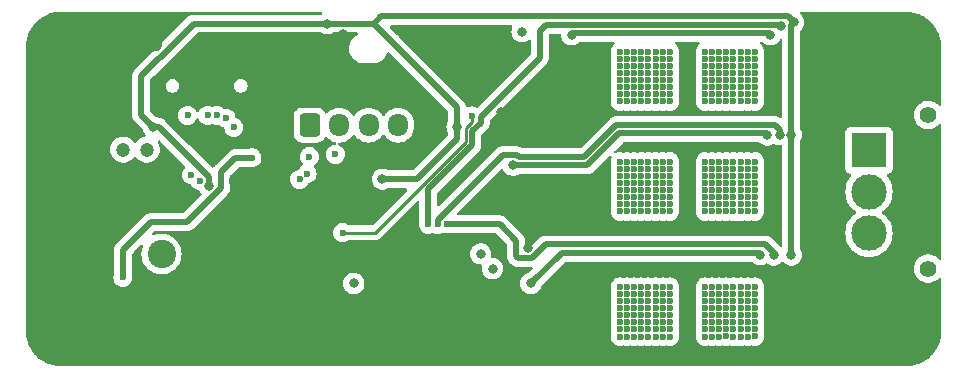
<source format=gbr>
%TF.GenerationSoftware,KiCad,Pcbnew,(7.0.0)*%
%TF.CreationDate,2023-06-11T18:09:49+09:00*%
%TF.ProjectId,rMDU,724d4455-2e6b-4696-9361-645f70636258,rev?*%
%TF.SameCoordinates,Original*%
%TF.FileFunction,Copper,L2,Inr*%
%TF.FilePolarity,Positive*%
%FSLAX46Y46*%
G04 Gerber Fmt 4.6, Leading zero omitted, Abs format (unit mm)*
G04 Created by KiCad (PCBNEW (7.0.0)) date 2023-06-11 18:09:49*
%MOMM*%
%LPD*%
G01*
G04 APERTURE LIST*
G04 Aperture macros list*
%AMRoundRect*
0 Rectangle with rounded corners*
0 $1 Rounding radius*
0 $2 $3 $4 $5 $6 $7 $8 $9 X,Y pos of 4 corners*
0 Add a 4 corners polygon primitive as box body*
4,1,4,$2,$3,$4,$5,$6,$7,$8,$9,$2,$3,0*
0 Add four circle primitives for the rounded corners*
1,1,$1+$1,$2,$3*
1,1,$1+$1,$4,$5*
1,1,$1+$1,$6,$7*
1,1,$1+$1,$8,$9*
0 Add four rect primitives between the rounded corners*
20,1,$1+$1,$2,$3,$4,$5,0*
20,1,$1+$1,$4,$5,$6,$7,0*
20,1,$1+$1,$6,$7,$8,$9,0*
20,1,$1+$1,$8,$9,$2,$3,0*%
G04 Aperture macros list end*
%TA.AperFunction,ComponentPad*%
%ADD10C,5.500000*%
%TD*%
%TA.AperFunction,ComponentPad*%
%ADD11RoundRect,0.250000X-0.600000X-0.725000X0.600000X-0.725000X0.600000X0.725000X-0.600000X0.725000X0*%
%TD*%
%TA.AperFunction,ComponentPad*%
%ADD12O,1.700000X1.950000*%
%TD*%
%TA.AperFunction,ComponentPad*%
%ADD13C,1.400000*%
%TD*%
%TA.AperFunction,ComponentPad*%
%ADD14R,3.000000X3.000000*%
%TD*%
%TA.AperFunction,ComponentPad*%
%ADD15C,3.000000*%
%TD*%
%TA.AperFunction,ComponentPad*%
%ADD16O,1.000000X1.600000*%
%TD*%
%TA.AperFunction,ComponentPad*%
%ADD17O,1.000000X2.100000*%
%TD*%
%TA.AperFunction,ComponentPad*%
%ADD18C,2.400000*%
%TD*%
%TA.AperFunction,ComponentPad*%
%ADD19C,1.200000*%
%TD*%
%TA.AperFunction,ViaPad*%
%ADD20C,0.800000*%
%TD*%
%TA.AperFunction,ViaPad*%
%ADD21C,0.600000*%
%TD*%
%TA.AperFunction,Conductor*%
%ADD22C,0.500000*%
%TD*%
%TA.AperFunction,Conductor*%
%ADD23C,0.250000*%
%TD*%
G04 APERTURE END LIST*
D10*
%TO.N,GND*%
%TO.C,H2*%
X2974874Y26974874D03*
%TD*%
%TO.N,GND*%
%TO.C,H1*%
X74500000Y2974874D03*
%TD*%
%TO.N,GND*%
%TO.C,H4*%
X74500000Y26974874D03*
%TD*%
%TO.N,GND*%
%TO.C,H3*%
X2974874Y2974874D03*
%TD*%
D11*
%TO.N,/MCU/PB5*%
%TO.C,ENC1*%
X24012374Y20399874D03*
D12*
%TO.N,Net-(ENC1-Pin_2)*%
X26512373Y20399873D03*
%TO.N,/MCU/PB4*%
X29012373Y20399873D03*
%TO.N,/MCU/PB3*%
X31512373Y20399873D03*
%TO.N,GND*%
X34012373Y20399873D03*
%TD*%
D13*
%TO.N,*%
%TO.C,OUT1*%
X76375000Y8250000D03*
X76375000Y21250000D03*
D14*
%TO.N,/BRIDGE/OUT*%
X71374999Y18249999D03*
D15*
%TO.N,/BRIDGE1/OUT*%
X71375000Y14750000D03*
%TO.N,/BRIDGE2/OUT*%
X71375000Y11250000D03*
%TD*%
D16*
%TO.N,GND*%
%TO.C,J2*%
X10974873Y27404873D03*
D17*
X10974873Y23224873D03*
D16*
X19614873Y27404873D03*
D17*
X19614873Y23224873D03*
%TD*%
D18*
%TO.N,+BATT*%
%TO.C,IN1*%
X11474874Y9481124D03*
%TO.N,GND*%
X11474874Y14481124D03*
D19*
%TO.N,/CAN/CAN-H*%
X8224874Y18331124D03*
%TO.N,/CAN/CAN-L*%
X10224874Y18331124D03*
%TD*%
D20*
%TO.N,GND*%
X36250000Y5000000D03*
D21*
X17400000Y15700000D03*
D20*
X25750000Y1000000D03*
X4750000Y8750000D03*
X16800000Y4700000D03*
X4000000Y12250000D03*
X34600000Y27900000D03*
X42500000Y10000000D03*
X35800000Y27900000D03*
X42900000Y11500000D03*
X31000000Y3250000D03*
X39200000Y19612962D03*
X41255923Y3019533D03*
X33600000Y27900000D03*
X26800000Y28100000D03*
X40200000Y21500000D03*
%TO.N,+3.3V*%
X15502507Y15248546D03*
X64800000Y19600000D03*
X64800000Y9400000D03*
X30181538Y15818462D03*
X65000000Y29100000D03*
X25500000Y29000000D03*
X36500000Y20249874D03*
X10750000Y20250000D03*
D21*
%TO.N,/BRIDGE/OUT*%
X61100000Y26000000D03*
X58700000Y25400000D03*
X58700000Y26000000D03*
X61700000Y26000000D03*
X60500000Y26600000D03*
X59900000Y26600000D03*
X58100000Y25400000D03*
X58700000Y26600000D03*
X61700000Y23600000D03*
X57500000Y26000000D03*
X59300000Y23600000D03*
X61700000Y22400000D03*
X61700000Y25400000D03*
X61700000Y23000000D03*
X57500000Y25400000D03*
X59300000Y24200000D03*
X58100000Y26600000D03*
X58100000Y23000000D03*
X59300000Y22400000D03*
X61700000Y24800000D03*
X61100000Y24800000D03*
X58100000Y23600000D03*
X60500000Y24200000D03*
X60500000Y23000000D03*
X60500000Y22400000D03*
X58100000Y24800000D03*
X57500000Y24200000D03*
X61100000Y24200000D03*
X59300000Y26600000D03*
X61100000Y22400000D03*
X59300000Y26000000D03*
X61100000Y23000000D03*
X61700000Y26600000D03*
X57500000Y23600000D03*
X58700000Y24200000D03*
X61100000Y23600000D03*
X58100000Y22400000D03*
X59900000Y24200000D03*
X59900000Y25400000D03*
X61700000Y24200000D03*
X57500000Y22400000D03*
X60500000Y25400000D03*
X59300000Y25400000D03*
X59900000Y22400000D03*
X58700000Y22400000D03*
X60500000Y26000000D03*
X59300000Y23000000D03*
X58700000Y24800000D03*
X60500000Y23600000D03*
X57500000Y24800000D03*
X58100000Y26000000D03*
X59900000Y26000000D03*
X61100000Y25400000D03*
X58100000Y24200000D03*
X58700000Y23000000D03*
X59900000Y24800000D03*
X59900000Y23600000D03*
X60500000Y24800000D03*
X58700000Y23600000D03*
X57500000Y23000000D03*
X59300000Y24800000D03*
X59900000Y23000000D03*
X57500000Y26600000D03*
X61100000Y26600000D03*
D20*
%TO.N,+9V*%
X39500000Y8250000D03*
D21*
%TO.N,+BATT*%
X51500000Y4300000D03*
X50900000Y17300000D03*
X52700000Y24800000D03*
X50300000Y24200000D03*
X52100000Y24800000D03*
X53900000Y13100000D03*
X50300000Y26000000D03*
X53300000Y26600000D03*
X53300000Y23600000D03*
X53900000Y16700000D03*
X52100000Y23600000D03*
X53900000Y14900000D03*
X53900000Y16100000D03*
X53300000Y16700000D03*
X53900000Y23000000D03*
X54500000Y23600000D03*
X50900000Y23000000D03*
X53900000Y15500000D03*
X52700000Y13700000D03*
X51500000Y24800000D03*
X50900000Y4900000D03*
X50300000Y13100000D03*
X53300000Y14300000D03*
X51500000Y6100000D03*
X51500000Y26600000D03*
X52100000Y14300000D03*
D20*
X38500000Y9500000D03*
D21*
X52700000Y17300000D03*
X52700000Y6100000D03*
X52700000Y5500000D03*
X54500000Y6700000D03*
X51500000Y22400000D03*
X53900000Y26000000D03*
X53900000Y5500000D03*
X54500000Y23000000D03*
X53300000Y25400000D03*
X52700000Y26000000D03*
X52100000Y13100000D03*
X54500000Y15500000D03*
X53900000Y13700000D03*
X53900000Y24800000D03*
X50900000Y24200000D03*
X50300000Y24800000D03*
X52100000Y16700000D03*
X53300000Y5500000D03*
X54500000Y14900000D03*
X53300000Y4900000D03*
X52700000Y14300000D03*
X51500000Y14900000D03*
X54500000Y13100000D03*
X51500000Y24200000D03*
X50300000Y15500000D03*
X50900000Y4300000D03*
X52700000Y14900000D03*
X53900000Y6100000D03*
X51500000Y16700000D03*
X53900000Y26600000D03*
X51500000Y17300000D03*
X53300000Y6100000D03*
X53300000Y23000000D03*
X52700000Y3100000D03*
X52100000Y3700000D03*
X50300000Y17300000D03*
X54500000Y4900000D03*
X51500000Y13700000D03*
X53300000Y22400000D03*
X54500000Y24800000D03*
X50900000Y6700000D03*
X50900000Y16100000D03*
X50300000Y5500000D03*
X50300000Y6100000D03*
X52100000Y26600000D03*
X53300000Y24800000D03*
X53900000Y24200000D03*
X50300000Y14900000D03*
X51500000Y23000000D03*
X52100000Y16100000D03*
X50900000Y3100000D03*
X54500000Y24200000D03*
X53900000Y2500000D03*
X51500000Y5500000D03*
X51500000Y16100000D03*
X53900000Y17300000D03*
X52100000Y23000000D03*
X54500000Y16700000D03*
X52700000Y16700000D03*
X50900000Y25400000D03*
X52100000Y5500000D03*
X50900000Y24800000D03*
X54500000Y5500000D03*
X50300000Y3100000D03*
X52100000Y26000000D03*
X50900000Y5500000D03*
X52700000Y13100000D03*
X52100000Y3100000D03*
X53300000Y17300000D03*
X50300000Y22400000D03*
X52100000Y22400000D03*
X52700000Y23000000D03*
X53900000Y4900000D03*
X53300000Y15500000D03*
X52100000Y14900000D03*
X52100000Y15500000D03*
X51500000Y4900000D03*
X51500000Y3700000D03*
X50900000Y6100000D03*
X54500000Y22400000D03*
X50300000Y23600000D03*
X50900000Y14900000D03*
X50900000Y13700000D03*
X51500000Y13100000D03*
X51500000Y3100000D03*
X53900000Y14300000D03*
X52100000Y6100000D03*
X53900000Y23600000D03*
X54500000Y26000000D03*
X53300000Y24200000D03*
X50300000Y3700000D03*
X54500000Y2500000D03*
X53300000Y13700000D03*
X51500000Y2500000D03*
X52700000Y16100000D03*
X50300000Y6700000D03*
X50900000Y23600000D03*
X50900000Y2500000D03*
X53900000Y25400000D03*
X50300000Y26600000D03*
X52100000Y4300000D03*
X51500000Y14300000D03*
X52700000Y4900000D03*
X52100000Y13700000D03*
X54500000Y14300000D03*
X53300000Y2500000D03*
X51500000Y6700000D03*
X50900000Y22400000D03*
X50300000Y16100000D03*
X50300000Y23000000D03*
X52700000Y24200000D03*
X52700000Y4300000D03*
X54500000Y3100000D03*
X52100000Y24200000D03*
X50300000Y2500000D03*
X53300000Y3100000D03*
X52700000Y22400000D03*
X54500000Y26600000D03*
X54500000Y4300000D03*
X52100000Y4900000D03*
X51500000Y25400000D03*
X52700000Y6700000D03*
D20*
X27750000Y7000000D03*
D21*
X53900000Y3100000D03*
X53900000Y6700000D03*
X54500000Y25400000D03*
X52100000Y17300000D03*
X53300000Y4300000D03*
X54500000Y6100000D03*
X51500000Y26000000D03*
X52700000Y26600000D03*
X53300000Y6700000D03*
X52700000Y15500000D03*
X50900000Y26000000D03*
X53300000Y14900000D03*
X50900000Y3700000D03*
X51500000Y23600000D03*
X50300000Y4900000D03*
X50900000Y13100000D03*
X53900000Y3700000D03*
X50300000Y13700000D03*
X50900000Y16700000D03*
X50300000Y25400000D03*
X53900000Y22400000D03*
X54500000Y17300000D03*
X54500000Y3700000D03*
X53300000Y3700000D03*
X50900000Y14300000D03*
X51500000Y15500000D03*
X53300000Y26000000D03*
X50300000Y4300000D03*
X52100000Y6700000D03*
X50300000Y14300000D03*
X54500000Y16100000D03*
X52700000Y2500000D03*
X52700000Y23600000D03*
X52100000Y25400000D03*
X52700000Y3700000D03*
X52700000Y25400000D03*
X50300000Y16700000D03*
X53300000Y13100000D03*
X50900000Y26600000D03*
X54500000Y13700000D03*
X52100000Y2500000D03*
X50900000Y15500000D03*
X53300000Y16100000D03*
X53900000Y4300000D03*
%TO.N,/BRIDGE1/OUT*%
X58700000Y16100000D03*
X58700000Y17300000D03*
X58700000Y14300000D03*
X58100000Y17300000D03*
X61700000Y17300000D03*
X59900000Y17300000D03*
X57500000Y17300000D03*
X61700000Y13700000D03*
X57500000Y14300000D03*
X61100000Y13100000D03*
X60500000Y17300000D03*
X61100000Y14300000D03*
X58100000Y13100000D03*
X59300000Y15500000D03*
X61700000Y16100000D03*
X57500000Y15500000D03*
X57500000Y14900000D03*
X61100000Y15500000D03*
X57500000Y16100000D03*
X60500000Y13700000D03*
X61700000Y16700000D03*
X58700000Y16700000D03*
X59300000Y13100000D03*
X59900000Y13700000D03*
X61700000Y14300000D03*
X61700000Y13100000D03*
X58700000Y14900000D03*
X58100000Y14300000D03*
X61100000Y16100000D03*
X59300000Y16100000D03*
X59900000Y16100000D03*
X61100000Y17300000D03*
X59900000Y15500000D03*
X59900000Y14300000D03*
X61100000Y13700000D03*
X58700000Y13700000D03*
X61100000Y14900000D03*
X58100000Y16100000D03*
X58100000Y16700000D03*
X59900000Y14900000D03*
X57500000Y13700000D03*
X60500000Y16100000D03*
X59300000Y13700000D03*
X60500000Y16700000D03*
X61100000Y16700000D03*
X57500000Y13100000D03*
X58700000Y15500000D03*
X61700000Y14900000D03*
X61700000Y15500000D03*
X58700000Y13100000D03*
X59300000Y14900000D03*
X59300000Y16700000D03*
X58100000Y15500000D03*
X59300000Y17300000D03*
X60500000Y15500000D03*
X59900000Y16700000D03*
X59900000Y13100000D03*
X58100000Y14900000D03*
X60500000Y13100000D03*
X59300000Y14300000D03*
X60500000Y14900000D03*
X60500000Y14300000D03*
X57500000Y16700000D03*
X58100000Y13700000D03*
%TO.N,/BRIDGE2/OUT*%
X59900000Y2500000D03*
X58700000Y4300000D03*
X61100000Y6700000D03*
X59304328Y3704932D03*
X57500000Y6100000D03*
X58100000Y6700000D03*
X57500000Y5500000D03*
X57500000Y2500000D03*
X58100000Y3100000D03*
X58700000Y2500000D03*
X60500000Y4900000D03*
X59304328Y6704932D03*
X60500000Y5500000D03*
X59900000Y3700000D03*
X58700000Y3100000D03*
X58100000Y2500000D03*
X61704328Y6104932D03*
X61704328Y2504932D03*
X60500000Y6100000D03*
X58700000Y3700000D03*
X61100000Y2500000D03*
X59304328Y4904932D03*
X60500000Y6700000D03*
X59900000Y4900000D03*
X61100000Y5500000D03*
X59900000Y4300000D03*
X60500000Y4300000D03*
X61704328Y6704932D03*
X61704328Y4904932D03*
X58100000Y4300000D03*
X58100000Y4900000D03*
X58700000Y5500000D03*
X60500000Y3700000D03*
X61100000Y3100000D03*
X57500000Y4300000D03*
X57500000Y3700000D03*
X61100000Y4300000D03*
X61100000Y6100000D03*
X57500000Y6700000D03*
X58700000Y4900000D03*
X61704328Y4304932D03*
X61704328Y3704932D03*
X61704328Y5504932D03*
X61704328Y3104932D03*
X61100000Y4900000D03*
X58100000Y6100000D03*
X60500000Y2500000D03*
X59304328Y2504932D03*
X59900000Y5500000D03*
X58100000Y5500000D03*
X61100000Y3700000D03*
X58100000Y3700000D03*
X60500000Y3100000D03*
X59900000Y6100000D03*
X57500000Y3100000D03*
X59304328Y5504932D03*
X59900000Y6700000D03*
X58700000Y6100000D03*
X59304328Y3104932D03*
X57500000Y4900000D03*
X58700000Y6700000D03*
X59304328Y6104932D03*
X59304328Y4304932D03*
X59900000Y3100000D03*
%TO.N,+5V*%
X8200000Y7500000D03*
X19133620Y17633620D03*
%TO.N,/MCU/NRST*%
X26800000Y11292747D03*
X37749502Y21175500D03*
D20*
%TO.N,Net-(Q2-G)*%
X46200000Y28051000D03*
X42000000Y28300000D03*
X63025613Y28050500D03*
%TO.N,Net-(Q4-G)*%
X62778530Y19550500D03*
X41250000Y17000000D03*
%TO.N,Net-(Q6-G)*%
X42750969Y7000000D03*
X62159500Y9440312D03*
D21*
%TO.N,Net-(D3-A)*%
X17600000Y20200000D03*
%TO.N,Net-(J2-CC1)*%
X13684874Y21224874D03*
%TO.N,Net-(J2-CC2)*%
X16943349Y20972049D03*
%TO.N,Net-(U12-UD+)*%
X16184874Y21224874D03*
%TO.N,Net-(U12-UD-)*%
X15385371Y21224874D03*
%TO.N,/MCU/SWCLK*%
X24000000Y17725500D03*
%TO.N,/MCU/SWDIO*%
X26200000Y17925500D03*
%TO.N,/CAN/CAN_RX*%
X14724500Y15700000D03*
X23166472Y15812305D03*
%TO.N,/CAN/CAN_TX*%
X14000000Y16200000D03*
X23800000Y16300000D03*
%TO.N,Net-(R7-Pad1)*%
X34050500Y12000000D03*
D20*
X63881728Y28750500D03*
%TO.N,Net-(R12-Pad1)*%
X63800497Y19600000D03*
D21*
X34850003Y12000000D03*
D20*
%TO.N,Net-(R17-Pad1)*%
X63300000Y9400000D03*
D21*
X35649007Y12028225D03*
%TD*%
D22*
%TO.N,+3.3V*%
X15502507Y15248546D02*
X15502507Y15982654D01*
X36500000Y20249874D02*
X36500000Y21900000D01*
X64500000Y29600000D02*
X30033568Y29600000D01*
X9750000Y21250000D02*
X10750000Y20250000D01*
X64800000Y9400000D02*
X64800000Y19600000D01*
X30912374Y27521194D02*
X29433568Y29000000D01*
X36500000Y21900000D02*
X30912374Y27487626D01*
X30912374Y27487626D02*
X30912374Y27521194D01*
X65000000Y29100000D02*
X64800000Y28900000D01*
X15502507Y15982654D02*
X11235161Y20250000D01*
X30033568Y29600000D02*
X29433568Y29000000D01*
X25500000Y29000000D02*
X14213503Y29000000D01*
X9750000Y24550000D02*
X9750000Y21250000D01*
X11235161Y20250000D02*
X10750000Y20250000D01*
X29433568Y29000000D02*
X25500000Y29000000D01*
X33068462Y15818462D02*
X30181538Y15818462D01*
X36500000Y19250000D02*
X33068462Y15818462D01*
X11300000Y26100000D02*
X9750000Y24550000D01*
X65000000Y29100000D02*
X64500000Y29600000D01*
X14213503Y29000000D02*
X11313503Y26100000D01*
X11313503Y26100000D02*
X11300000Y26100000D01*
X36500000Y20249874D02*
X36500000Y19250000D01*
X64800000Y28900000D02*
X64800000Y19600000D01*
%TO.N,+5V*%
X10600000Y12200000D02*
X8200000Y9800000D01*
X16550000Y15093957D02*
X13656043Y12200000D01*
X16550000Y16450000D02*
X16550000Y15093957D01*
X17733620Y17633620D02*
X16550000Y16450000D01*
X19133620Y17633620D02*
X17733620Y17633620D01*
X8200000Y9800000D02*
X8200000Y7500000D01*
X13656043Y12200000D02*
X10600000Y12200000D01*
D23*
%TO.N,/MCU/NRST*%
X26800000Y11292747D02*
X26807253Y11300000D01*
X37225000Y18949695D02*
X37225000Y20125000D01*
X37225000Y20125000D02*
X37749502Y20649502D01*
X29575305Y11300000D02*
X37225000Y18949695D01*
X37749502Y20649502D02*
X37749502Y21175500D01*
X26807253Y11300000D02*
X29575305Y11300000D01*
D22*
%TO.N,Net-(Q2-G)*%
X46200000Y28051000D02*
X46349000Y28200000D01*
X46349000Y28200000D02*
X62876113Y28200000D01*
X62876113Y28200000D02*
X63025613Y28050500D01*
%TO.N,Net-(Q4-G)*%
X47539949Y17000000D02*
X41250000Y17000000D01*
X62778530Y19550500D02*
X62629030Y19700000D01*
X62629030Y19700000D02*
X50239949Y19700000D01*
X50239949Y19700000D02*
X47539949Y17000000D01*
%TO.N,Net-(Q6-G)*%
X45350969Y9600000D02*
X42750969Y7000000D01*
X61999812Y9600000D02*
X45350969Y9600000D01*
X62159500Y9440312D02*
X61999812Y9600000D01*
%TO.N,Net-(R7-Pad1)*%
X37800000Y18711522D02*
X37800000Y19886828D01*
X37800000Y19886828D02*
X38499502Y20586330D01*
X38499502Y21099502D02*
X43517991Y26117991D01*
X34050500Y12000000D02*
X34050500Y14962023D01*
X63731728Y28900500D02*
X63881728Y28750500D01*
X34050500Y14962023D02*
X37800000Y18711522D01*
X44015909Y28900500D02*
X63731728Y28900500D01*
X38499502Y20586330D02*
X38499502Y21099502D01*
X43517991Y28402582D02*
X44015909Y28900500D01*
X43517991Y26117991D02*
X43517991Y28402582D01*
%TO.N,Net-(R12-Pad1)*%
X41602082Y17850000D02*
X41752082Y17700000D01*
X47250000Y17700000D02*
X49950000Y20400000D01*
X63400000Y20400000D02*
X63800497Y19999503D01*
X40350000Y17850000D02*
X41602082Y17850000D01*
X41752082Y17700000D02*
X47250000Y17700000D01*
X34850003Y12000000D02*
X34850003Y12350003D01*
X34850003Y12350003D02*
X40350000Y17850000D01*
X63800497Y19999503D02*
X63800497Y19600000D01*
X49950000Y20400000D02*
X63400000Y20400000D01*
%TO.N,Net-(R17-Pad1)*%
X41500000Y10601041D02*
X41500000Y9300000D01*
X44002082Y10300000D02*
X62600000Y10300000D01*
X42852082Y9150000D02*
X44002082Y10300000D01*
X63300000Y9600000D02*
X63300000Y9400000D01*
X41500000Y9300000D02*
X41650000Y9150000D01*
X41650000Y9150000D02*
X42852082Y9150000D01*
X40101041Y12000000D02*
X41500000Y10601041D01*
X35677232Y12000000D02*
X40101041Y12000000D01*
X35649007Y12028225D02*
X35677232Y12000000D01*
X62600000Y10300000D02*
X63300000Y9600000D01*
%TD*%
%TA.AperFunction,Conductor*%
%TO.N,GND*%
G36*
X14229349Y29990407D02*
G01*
X14266969Y30000000D01*
X24962728Y30000000D01*
X25022463Y29984664D01*
X25067421Y29942448D01*
X25086483Y29883796D01*
X25074932Y29823215D01*
X25035627Y29775692D01*
X25033563Y29774192D01*
X24998990Y29756572D01*
X24960664Y29750500D01*
X14277210Y29750500D01*
X14259239Y29751809D01*
X14248998Y29753309D01*
X14229035Y29761635D01*
X14203282Y29752472D01*
X14186137Y29750972D01*
X14175330Y29750500D01*
X14169794Y29750500D01*
X14166233Y29750084D01*
X14166218Y29750083D01*
X14138987Y29746900D01*
X14135403Y29746534D01*
X14067898Y29740628D01*
X14067892Y29740627D01*
X14060705Y29739998D01*
X14053854Y29737729D01*
X14050452Y29737026D01*
X14050122Y29736973D01*
X14049803Y29736882D01*
X14046415Y29736080D01*
X14039248Y29735241D01*
X14032471Y29732775D01*
X14032460Y29732772D01*
X13968773Y29709593D01*
X13965372Y29708411D01*
X13901019Y29687086D01*
X13901006Y29687080D01*
X13894168Y29684814D01*
X13888034Y29681032D01*
X13884859Y29679551D01*
X13884567Y29679431D01*
X13884275Y29679267D01*
X13881165Y29677706D01*
X13874386Y29675237D01*
X13868355Y29671271D01*
X13868356Y29671271D01*
X13811738Y29634034D01*
X13808700Y29632099D01*
X13750990Y29596502D01*
X13750984Y29596498D01*
X13744847Y29592712D01*
X13739749Y29587615D01*
X13737006Y29585446D01*
X13736750Y29585261D01*
X13736500Y29585032D01*
X13733833Y29582795D01*
X13727807Y29578830D01*
X13692102Y29540986D01*
X13676352Y29524292D01*
X13673840Y29521707D01*
X10876830Y26724697D01*
X10854250Y26706842D01*
X10837487Y26696502D01*
X10837482Y26696499D01*
X10831344Y26692712D01*
X10826246Y26687615D01*
X10823503Y26685446D01*
X10823247Y26685261D01*
X10822997Y26685032D01*
X10820330Y26682795D01*
X10814304Y26678830D01*
X10809352Y26673581D01*
X10762849Y26624292D01*
X10760337Y26621707D01*
X9264358Y25125728D01*
X9250730Y25113950D01*
X9237263Y25103924D01*
X9237257Y25103919D01*
X9231470Y25099610D01*
X9226832Y25094084D01*
X9226830Y25094081D01*
X9199633Y25061670D01*
X9192350Y25053720D01*
X9190969Y25052339D01*
X9190955Y25052324D01*
X9188409Y25049777D01*
X9186173Y25046950D01*
X9186171Y25046947D01*
X9169176Y25025454D01*
X9166902Y25022663D01*
X9123339Y24970746D01*
X9123335Y24970742D01*
X9118698Y24965214D01*
X9115460Y24958770D01*
X9113537Y24955845D01*
X9113352Y24955589D01*
X9113192Y24955302D01*
X9111363Y24952337D01*
X9106889Y24946677D01*
X9103839Y24940138D01*
X9103838Y24940135D01*
X9075192Y24878706D01*
X9073623Y24875464D01*
X9043196Y24814878D01*
X9043194Y24814873D01*
X9039960Y24808433D01*
X9038296Y24801416D01*
X9037109Y24798153D01*
X9036977Y24797837D01*
X9036888Y24797520D01*
X9035791Y24794213D01*
X9032743Y24787673D01*
X9031284Y24780610D01*
X9031283Y24780605D01*
X9017574Y24714213D01*
X9016794Y24710694D01*
X9001164Y24644745D01*
X9001163Y24644740D01*
X8999500Y24637721D01*
X8999500Y24630509D01*
X8999097Y24627061D01*
X8999043Y24626727D01*
X8999028Y24626374D01*
X8998726Y24622930D01*
X8997266Y24615856D01*
X8997476Y24608640D01*
X8997476Y24608639D01*
X8999448Y24540870D01*
X8999500Y24537263D01*
X8999500Y21313707D01*
X8998191Y21295736D01*
X8996487Y21284100D01*
X8994711Y21271977D01*
X8995340Y21264786D01*
X8995340Y21264779D01*
X8999028Y21222631D01*
X8999500Y21211824D01*
X8999500Y21206291D01*
X8999916Y21202728D01*
X8999917Y21202718D01*
X9003098Y21175504D01*
X9003464Y21171918D01*
X9009371Y21104396D01*
X9009372Y21104391D01*
X9010001Y21097203D01*
X9012271Y21090351D01*
X9012976Y21086937D01*
X9013028Y21086616D01*
X9013120Y21086291D01*
X9013920Y21082915D01*
X9014759Y21075745D01*
X9040413Y21005258D01*
X9041582Y21001892D01*
X9062913Y20937521D01*
X9062917Y20937511D01*
X9065186Y20930666D01*
X9068971Y20924528D01*
X9070443Y20921372D01*
X9070570Y20921065D01*
X9070729Y20920780D01*
X9072295Y20917662D01*
X9074763Y20910883D01*
X9078727Y20904856D01*
X9078729Y20904852D01*
X9115979Y20848216D01*
X9117900Y20845201D01*
X9157288Y20781344D01*
X9162392Y20776240D01*
X9164542Y20773521D01*
X9164743Y20773243D01*
X9164972Y20772993D01*
X9167205Y20770332D01*
X9171170Y20764304D01*
X9187102Y20749273D01*
X9225710Y20712849D01*
X9228298Y20710335D01*
X9837228Y20101405D01*
X9867478Y20052043D01*
X9896700Y19962106D01*
X9922821Y19881716D01*
X9926068Y19876092D01*
X9926069Y19876090D01*
X9999572Y19748778D01*
X10017467Y19717784D01*
X10035517Y19697738D01*
X10105305Y19620230D01*
X10134602Y19562291D01*
X10130605Y19497490D01*
X10094410Y19443591D01*
X10035940Y19415369D01*
X9928055Y19395202D01*
X9928052Y19395202D01*
X9922418Y19394148D01*
X9917077Y19392080D01*
X9917070Y19392077D01*
X9737579Y19322542D01*
X9737574Y19322540D01*
X9732237Y19320472D01*
X9727365Y19317456D01*
X9727362Y19317454D01*
X9563704Y19216122D01*
X9563696Y19216117D01*
X9558833Y19213105D01*
X9554602Y19209249D01*
X9554598Y19209245D01*
X9412350Y19079570D01*
X9412340Y19079560D01*
X9408110Y19075703D01*
X9404661Y19071137D01*
X9404652Y19071126D01*
X9323828Y18964096D01*
X9280145Y18927823D01*
X9224874Y18914823D01*
X9169603Y18927823D01*
X9125920Y18964096D01*
X9045095Y19071126D01*
X9045091Y19071130D01*
X9041638Y19075703D01*
X9037401Y19079566D01*
X9037397Y19079570D01*
X8923394Y19183497D01*
X8890915Y19213105D01*
X8886045Y19216120D01*
X8886043Y19216122D01*
X8722385Y19317454D01*
X8722386Y19317454D01*
X8717511Y19320472D01*
X8712168Y19322542D01*
X8532677Y19392077D01*
X8532672Y19392079D01*
X8527330Y19394148D01*
X8497929Y19399644D01*
X8332479Y19430572D01*
X8332476Y19430573D01*
X8326850Y19431624D01*
X8122898Y19431624D01*
X8117272Y19430573D01*
X8117268Y19430572D01*
X7928055Y19395202D01*
X7928052Y19395202D01*
X7922418Y19394148D01*
X7917077Y19392080D01*
X7917070Y19392077D01*
X7737579Y19322542D01*
X7737574Y19322540D01*
X7732237Y19320472D01*
X7727365Y19317456D01*
X7727362Y19317454D01*
X7563704Y19216122D01*
X7563696Y19216117D01*
X7558833Y19213105D01*
X7554602Y19209249D01*
X7554598Y19209245D01*
X7412350Y19079570D01*
X7412340Y19079560D01*
X7408110Y19075703D01*
X7404661Y19071137D01*
X7404652Y19071126D01*
X7288653Y18917517D01*
X7288650Y18917513D01*
X7285201Y18912945D01*
X7282648Y18907820D01*
X7282646Y18907815D01*
X7197842Y18737504D01*
X7194292Y18730374D01*
X7192724Y18724866D01*
X7192721Y18724856D01*
X7140047Y18539729D01*
X7140044Y18539718D01*
X7138477Y18534207D01*
X7137947Y18528497D01*
X7137947Y18528492D01*
X7123538Y18372983D01*
X7119659Y18331124D01*
X7120188Y18325415D01*
X7137293Y18140811D01*
X7138477Y18128041D01*
X7140045Y18122530D01*
X7140047Y18122520D01*
X7192721Y17937393D01*
X7192723Y17937387D01*
X7194292Y17931874D01*
X7196850Y17926737D01*
X7280484Y17758775D01*
X7285201Y17749303D01*
X7288653Y17744732D01*
X7404652Y17591123D01*
X7404657Y17591118D01*
X7408110Y17586545D01*
X7412346Y17582684D01*
X7412350Y17582679D01*
X7514101Y17489921D01*
X7558833Y17449143D01*
X7732237Y17341776D01*
X7922418Y17268100D01*
X8122898Y17230624D01*
X8321121Y17230624D01*
X8326850Y17230624D01*
X8527330Y17268100D01*
X8717511Y17341776D01*
X8890915Y17449143D01*
X9041638Y17586545D01*
X9045099Y17591128D01*
X9125920Y17698152D01*
X9169602Y17734426D01*
X9224874Y17747426D01*
X9280146Y17734426D01*
X9323828Y17698152D01*
X9404648Y17591128D01*
X9404653Y17591123D01*
X9408110Y17586545D01*
X9412346Y17582684D01*
X9412350Y17582679D01*
X9514101Y17489921D01*
X9558833Y17449143D01*
X9732237Y17341776D01*
X9922418Y17268100D01*
X10122898Y17230624D01*
X10321121Y17230624D01*
X10326850Y17230624D01*
X10527330Y17268100D01*
X10717511Y17341776D01*
X10890915Y17449143D01*
X11041638Y17586545D01*
X11164547Y17749303D01*
X11255456Y17931874D01*
X11311271Y18128041D01*
X11330089Y18331124D01*
X11311271Y18534207D01*
X11297329Y18583206D01*
X11257026Y18724856D01*
X11255456Y18730374D01*
X11164547Y18912945D01*
X11162294Y18915928D01*
X11144256Y18971888D01*
X11154524Y19030560D01*
X11190966Y19077675D01*
X11245174Y19102362D01*
X11304638Y19098924D01*
X11355639Y19068154D01*
X13458176Y16965617D01*
X13490270Y16910030D01*
X13490270Y16845843D01*
X13458177Y16790255D01*
X13370184Y16702262D01*
X13366479Y16696367D01*
X13366476Y16696362D01*
X13277912Y16555413D01*
X13277910Y16555410D01*
X13274211Y16549522D01*
X13271915Y16542964D01*
X13271913Y16542957D01*
X13216930Y16385825D01*
X13216928Y16385818D01*
X13214632Y16379255D01*
X13213852Y16372338D01*
X13213852Y16372335D01*
X13198082Y16232366D01*
X13194435Y16200000D01*
X13195215Y16193077D01*
X13209826Y16063395D01*
X13214632Y16020745D01*
X13216928Y16014181D01*
X13216930Y16014176D01*
X13271913Y15857044D01*
X13274211Y15850478D01*
X13370184Y15697738D01*
X13497738Y15570184D01*
X13650478Y15474211D01*
X13820745Y15414632D01*
X13909547Y15404627D01*
X13961636Y15386401D01*
X14000658Y15347379D01*
X14067528Y15240956D01*
X14094684Y15197738D01*
X14222238Y15070184D01*
X14374978Y14974211D01*
X14545245Y14914632D01*
X14600949Y14908356D01*
X14654989Y14888878D01*
X14694453Y14847136D01*
X14753085Y14745582D01*
X14769974Y14716330D01*
X14774318Y14711505D01*
X14774320Y14711503D01*
X14852815Y14624326D01*
X14881487Y14569248D01*
X14879861Y14507175D01*
X14848346Y14453673D01*
X13381494Y12986819D01*
X13341266Y12959939D01*
X13293813Y12950500D01*
X10663707Y12950500D01*
X10645736Y12951809D01*
X10629125Y12954242D01*
X10621977Y12955289D01*
X10614784Y12954660D01*
X10614778Y12954660D01*
X10572631Y12950972D01*
X10561824Y12950500D01*
X10556291Y12950500D01*
X10552730Y12950084D01*
X10552715Y12950083D01*
X10525501Y12946902D01*
X10521916Y12946536D01*
X10454393Y12940629D01*
X10454385Y12940628D01*
X10447203Y12939999D01*
X10440352Y12937730D01*
X10436935Y12937024D01*
X10436619Y12936973D01*
X10436295Y12936881D01*
X10432913Y12936080D01*
X10425745Y12935241D01*
X10418968Y12932775D01*
X10418957Y12932772D01*
X10355231Y12909579D01*
X10351831Y12908397D01*
X10328704Y12900733D01*
X10280666Y12884814D01*
X10274528Y12881029D01*
X10271367Y12879555D01*
X10271061Y12879429D01*
X10270781Y12879272D01*
X10267659Y12877704D01*
X10260883Y12875237D01*
X10254855Y12871273D01*
X10254854Y12871272D01*
X10198220Y12834024D01*
X10195182Y12832089D01*
X10137492Y12796505D01*
X10137483Y12796499D01*
X10131345Y12792712D01*
X10126243Y12787611D01*
X10123504Y12785445D01*
X10123239Y12785255D01*
X10122995Y12785030D01*
X10120331Y12782795D01*
X10114304Y12778830D01*
X10109355Y12773586D01*
X10109353Y12773583D01*
X10062832Y12724274D01*
X10060320Y12721689D01*
X7714358Y10375728D01*
X7700730Y10363950D01*
X7687263Y10353924D01*
X7687257Y10353919D01*
X7681470Y10349610D01*
X7676832Y10344084D01*
X7676830Y10344081D01*
X7649633Y10311670D01*
X7642350Y10303720D01*
X7640969Y10302339D01*
X7640955Y10302324D01*
X7638409Y10299777D01*
X7636173Y10296950D01*
X7636171Y10296947D01*
X7619176Y10275454D01*
X7616902Y10272663D01*
X7573339Y10220746D01*
X7573335Y10220742D01*
X7568698Y10215214D01*
X7565460Y10208770D01*
X7563537Y10205845D01*
X7563352Y10205589D01*
X7563192Y10205302D01*
X7561363Y10202337D01*
X7556889Y10196677D01*
X7553839Y10190138D01*
X7553838Y10190135D01*
X7525192Y10128706D01*
X7523623Y10125464D01*
X7493196Y10064878D01*
X7493194Y10064873D01*
X7489960Y10058433D01*
X7488296Y10051416D01*
X7487109Y10048153D01*
X7486977Y10047837D01*
X7486888Y10047520D01*
X7485791Y10044213D01*
X7482743Y10037673D01*
X7481284Y10030610D01*
X7481283Y10030605D01*
X7467574Y9964213D01*
X7466794Y9960694D01*
X7451164Y9894745D01*
X7451163Y9894740D01*
X7449500Y9887721D01*
X7449500Y9880509D01*
X7449097Y9877061D01*
X7449043Y9876727D01*
X7449028Y9876374D01*
X7448726Y9872930D01*
X7447266Y9865856D01*
X7447476Y9858640D01*
X7447476Y9858639D01*
X7449448Y9790870D01*
X7449500Y9787263D01*
X7449500Y7799972D01*
X7442542Y7759017D01*
X7416930Y7685825D01*
X7416928Y7685818D01*
X7414632Y7679255D01*
X7394435Y7500000D01*
X7395215Y7493077D01*
X7413609Y7329820D01*
X7414632Y7320745D01*
X7416928Y7314181D01*
X7416930Y7314176D01*
X7463252Y7181796D01*
X7474211Y7150478D01*
X7477912Y7144588D01*
X7564703Y7006460D01*
X7570184Y6997738D01*
X7697738Y6870184D01*
X7850478Y6774211D01*
X8020745Y6714632D01*
X8200000Y6694435D01*
X8379255Y6714632D01*
X8549522Y6774211D01*
X8702262Y6870184D01*
X8829816Y6997738D01*
X8831237Y7000000D01*
X26844540Y7000000D01*
X26845219Y6993540D01*
X26863646Y6818205D01*
X26863647Y6818197D01*
X26864326Y6811744D01*
X26866331Y6805572D01*
X26866333Y6805565D01*
X26902442Y6694435D01*
X26922821Y6631716D01*
X26926068Y6626092D01*
X26926069Y6626090D01*
X26990686Y6514169D01*
X27017467Y6467784D01*
X27021811Y6462959D01*
X27021813Y6462957D01*
X27115377Y6359044D01*
X27144129Y6327112D01*
X27297270Y6215849D01*
X27470197Y6138856D01*
X27655354Y6099500D01*
X27838143Y6099500D01*
X27844646Y6099500D01*
X28029803Y6138856D01*
X28202730Y6215849D01*
X28355871Y6327112D01*
X28482533Y6467784D01*
X28577179Y6631716D01*
X28635674Y6811744D01*
X28655460Y7000000D01*
X28635674Y7188256D01*
X28577179Y7368284D01*
X28482533Y7532216D01*
X28437758Y7581943D01*
X28360220Y7668058D01*
X28360219Y7668059D01*
X28355871Y7672888D01*
X28350613Y7676708D01*
X28350611Y7676710D01*
X28207988Y7780331D01*
X28207987Y7780332D01*
X28202730Y7784151D01*
X28146151Y7809342D01*
X28035745Y7858499D01*
X28035740Y7858501D01*
X28029803Y7861144D01*
X28023444Y7862496D01*
X28023440Y7862497D01*
X27851008Y7899148D01*
X27851005Y7899149D01*
X27844646Y7900500D01*
X27655354Y7900500D01*
X27648995Y7899149D01*
X27648991Y7899148D01*
X27476559Y7862497D01*
X27476552Y7862495D01*
X27470197Y7861144D01*
X27464262Y7858502D01*
X27464254Y7858499D01*
X27303207Y7786795D01*
X27303202Y7786793D01*
X27297270Y7784151D01*
X27292016Y7780335D01*
X27292011Y7780331D01*
X27149388Y7676710D01*
X27149381Y7676705D01*
X27144129Y7672888D01*
X27139784Y7668063D01*
X27139779Y7668058D01*
X27021813Y7537044D01*
X27021808Y7537038D01*
X27017467Y7532216D01*
X27014222Y7526596D01*
X27014218Y7526590D01*
X26926069Y7373911D01*
X26926066Y7373906D01*
X26922821Y7368284D01*
X26920815Y7362112D01*
X26920813Y7362106D01*
X26866333Y7194436D01*
X26866331Y7194427D01*
X26864326Y7188256D01*
X26863648Y7181806D01*
X26863646Y7181796D01*
X26849573Y7047889D01*
X26844540Y7000000D01*
X8831237Y7000000D01*
X8925789Y7150478D01*
X8985368Y7320745D01*
X9005565Y7500000D01*
X8985368Y7679255D01*
X8957457Y7759018D01*
X8950500Y7799972D01*
X8950500Y9437770D01*
X8959939Y9485223D01*
X8986819Y9525451D01*
X9155804Y9694436D01*
X9683698Y10222332D01*
X9741978Y10255113D01*
X9808811Y10252862D01*
X9864757Y10216233D01*
X9893545Y10155876D01*
X9886805Y10089346D01*
X9845366Y9983761D01*
X9844333Y9979240D01*
X9844332Y9979233D01*
X9789683Y9739801D01*
X9789681Y9739793D01*
X9788652Y9735281D01*
X9769606Y9481124D01*
X9769953Y9476494D01*
X9787322Y9244706D01*
X9788652Y9226967D01*
X9789682Y9222454D01*
X9789683Y9222448D01*
X9838323Y9009344D01*
X9845366Y8978487D01*
X9847062Y8974164D01*
X9847063Y8974163D01*
X9929702Y8763603D01*
X9938481Y8741236D01*
X10065915Y8520512D01*
X10224824Y8321247D01*
X10411657Y8147892D01*
X10622240Y8004319D01*
X10851870Y7893735D01*
X10856298Y7892370D01*
X10856301Y7892368D01*
X10912643Y7874989D01*
X11095416Y7818611D01*
X11347439Y7780624D01*
X11597674Y7780624D01*
X11602309Y7780624D01*
X11854332Y7818611D01*
X12097878Y7893735D01*
X12327508Y8004319D01*
X12538091Y8147892D01*
X12724924Y8321247D01*
X12883833Y8520512D01*
X13011267Y8741236D01*
X13104382Y8978487D01*
X13161096Y9226967D01*
X13180142Y9481124D01*
X13178727Y9500000D01*
X37594540Y9500000D01*
X37595219Y9493540D01*
X37613646Y9318205D01*
X37613647Y9318197D01*
X37614326Y9311744D01*
X37616331Y9305572D01*
X37616333Y9305565D01*
X37667157Y9149148D01*
X37672821Y9131716D01*
X37676068Y9126092D01*
X37676069Y9126090D01*
X37761287Y8978487D01*
X37767467Y8967784D01*
X37771811Y8962959D01*
X37771813Y8962957D01*
X37883623Y8838780D01*
X37894129Y8827112D01*
X37899387Y8823292D01*
X37899388Y8823291D01*
X37919785Y8808472D01*
X38047270Y8715849D01*
X38220197Y8638856D01*
X38405354Y8599500D01*
X38411857Y8599500D01*
X38496167Y8599500D01*
X38549551Y8587420D01*
X38592534Y8553535D01*
X38616741Y8504445D01*
X38617457Y8449717D01*
X38616334Y8444438D01*
X38614326Y8438256D01*
X38613647Y8431800D01*
X38613646Y8431793D01*
X38601301Y8314330D01*
X38594540Y8250000D01*
X38595219Y8243540D01*
X38613646Y8068205D01*
X38613647Y8068197D01*
X38614326Y8061744D01*
X38616331Y8055572D01*
X38616333Y8055565D01*
X38669360Y7892368D01*
X38672821Y7881716D01*
X38676068Y7876092D01*
X38676069Y7876090D01*
X38732180Y7778902D01*
X38767467Y7717784D01*
X38771811Y7712959D01*
X38771813Y7712957D01*
X38855115Y7620441D01*
X38894129Y7577112D01*
X39047270Y7465849D01*
X39220197Y7388856D01*
X39405354Y7349500D01*
X39588143Y7349500D01*
X39594646Y7349500D01*
X39779803Y7388856D01*
X39952730Y7465849D01*
X40105871Y7577112D01*
X40232533Y7717784D01*
X40327179Y7881716D01*
X40385674Y8061744D01*
X40405460Y8250000D01*
X40385674Y8438256D01*
X40327179Y8618284D01*
X40232533Y8782216D01*
X40187758Y8831943D01*
X40110220Y8918058D01*
X40110219Y8918059D01*
X40105871Y8922888D01*
X40100613Y8926708D01*
X40100611Y8926710D01*
X39957988Y9030331D01*
X39957987Y9030332D01*
X39952730Y9034151D01*
X39912884Y9051892D01*
X39785745Y9108499D01*
X39785740Y9108501D01*
X39779803Y9111144D01*
X39773444Y9112496D01*
X39773440Y9112497D01*
X39601008Y9149148D01*
X39601005Y9149149D01*
X39594646Y9150500D01*
X39503833Y9150500D01*
X39450449Y9162580D01*
X39407466Y9196465D01*
X39383259Y9245555D01*
X39382543Y9300283D01*
X39383666Y9305565D01*
X39385674Y9311744D01*
X39405460Y9500000D01*
X39385674Y9688256D01*
X39327179Y9868284D01*
X39232533Y10032216D01*
X39227619Y10037673D01*
X39110220Y10168058D01*
X39110219Y10168059D01*
X39105871Y10172888D01*
X39100613Y10176708D01*
X39100611Y10176710D01*
X38957988Y10280331D01*
X38957987Y10280332D01*
X38952730Y10284151D01*
X38939205Y10290173D01*
X38785745Y10358499D01*
X38785740Y10358501D01*
X38779803Y10361144D01*
X38773444Y10362496D01*
X38773440Y10362497D01*
X38601008Y10399148D01*
X38601005Y10399149D01*
X38594646Y10400500D01*
X38405354Y10400500D01*
X38398995Y10399149D01*
X38398991Y10399148D01*
X38226559Y10362497D01*
X38226552Y10362495D01*
X38220197Y10361144D01*
X38214262Y10358502D01*
X38214254Y10358499D01*
X38053207Y10286795D01*
X38053202Y10286793D01*
X38047270Y10284151D01*
X38042016Y10280335D01*
X38042011Y10280331D01*
X37899388Y10176710D01*
X37899381Y10176705D01*
X37894129Y10172888D01*
X37889784Y10168063D01*
X37889779Y10168058D01*
X37771813Y10037044D01*
X37771808Y10037038D01*
X37767467Y10032216D01*
X37764222Y10026596D01*
X37764218Y10026590D01*
X37676069Y9873911D01*
X37676066Y9873906D01*
X37672821Y9868284D01*
X37670815Y9862112D01*
X37670813Y9862106D01*
X37616333Y9694436D01*
X37616331Y9694427D01*
X37614326Y9688256D01*
X37613648Y9681806D01*
X37613646Y9681796D01*
X37600914Y9560648D01*
X37594540Y9500000D01*
X13178727Y9500000D01*
X13161096Y9735281D01*
X13104382Y9983761D01*
X13011267Y10221012D01*
X12883833Y10441736D01*
X12724924Y10641001D01*
X12538091Y10814356D01*
X12327508Y10957929D01*
X12323322Y10959945D01*
X12102057Y11066501D01*
X12102051Y11066504D01*
X12097878Y11068513D01*
X12093456Y11069877D01*
X12093446Y11069881D01*
X11858765Y11142270D01*
X11858760Y11142272D01*
X11854332Y11143637D01*
X11849752Y11144328D01*
X11849745Y11144329D01*
X11606892Y11180934D01*
X11606881Y11180935D01*
X11602309Y11181624D01*
X11347439Y11181624D01*
X11342867Y11180935D01*
X11342855Y11180934D01*
X11100002Y11144329D01*
X11099992Y11144327D01*
X11095416Y11143637D01*
X11090989Y11142272D01*
X11090978Y11142269D01*
X10864034Y11072266D01*
X10798989Y11070076D01*
X10741793Y11101131D01*
X10708204Y11156876D01*
X10707474Y11221954D01*
X10739801Y11278435D01*
X10874551Y11413185D01*
X10914776Y11440061D01*
X10962229Y11449500D01*
X13592336Y11449500D01*
X13610307Y11448191D01*
X13614203Y11447621D01*
X13634066Y11444711D01*
X13683411Y11449028D01*
X13694219Y11449500D01*
X13696143Y11449500D01*
X13699752Y11449500D01*
X13730593Y11453106D01*
X13734074Y11453461D01*
X13808840Y11460001D01*
X13815696Y11462274D01*
X13819086Y11462973D01*
X13819418Y11463027D01*
X13819771Y11463127D01*
X13823114Y11463920D01*
X13830298Y11464759D01*
X13900803Y11490421D01*
X13904161Y11491588D01*
X13975377Y11515186D01*
X13981529Y11518982D01*
X13984650Y11520436D01*
X13984972Y11520570D01*
X13985281Y11520742D01*
X13988358Y11522288D01*
X13995160Y11524763D01*
X14057880Y11566016D01*
X14060775Y11567860D01*
X14124699Y11607288D01*
X14129806Y11612397D01*
X14132519Y11614541D01*
X14132801Y11614746D01*
X14133072Y11614993D01*
X14135701Y11617200D01*
X14141739Y11621170D01*
X14193229Y11675748D01*
X14195674Y11678265D01*
X17035638Y14518230D01*
X17049262Y14530004D01*
X17068530Y14544347D01*
X17100372Y14582296D01*
X17107686Y14590276D01*
X17108267Y14590858D01*
X17111590Y14594180D01*
X17130836Y14618524D01*
X17133058Y14621251D01*
X17181302Y14678743D01*
X17184547Y14685206D01*
X17186440Y14688083D01*
X17186644Y14688366D01*
X17186821Y14688683D01*
X17188623Y14691605D01*
X17193111Y14697280D01*
X17224816Y14765275D01*
X17226355Y14768455D01*
X17260040Y14835524D01*
X17261706Y14842559D01*
X17262881Y14845785D01*
X17263020Y14846121D01*
X17263118Y14846466D01*
X17264200Y14849733D01*
X17267256Y14856284D01*
X17282434Y14929800D01*
X17283186Y14933189D01*
X17300500Y15006236D01*
X17300500Y15013467D01*
X17300902Y15016906D01*
X17300956Y15017243D01*
X17300972Y15017597D01*
X17301271Y15021024D01*
X17302733Y15028101D01*
X17300552Y15103068D01*
X17300500Y15106674D01*
X17300500Y15812305D01*
X22360907Y15812305D01*
X22361687Y15805382D01*
X22373150Y15703639D01*
X22381104Y15633050D01*
X22383400Y15626486D01*
X22383402Y15626481D01*
X22438385Y15469349D01*
X22440683Y15462783D01*
X22444384Y15456893D01*
X22530908Y15319190D01*
X22536656Y15310043D01*
X22664210Y15182489D01*
X22816950Y15086516D01*
X22987217Y15026937D01*
X23166472Y15006740D01*
X23345727Y15026937D01*
X23515994Y15086516D01*
X23668734Y15182489D01*
X23796288Y15310043D01*
X23802036Y15319190D01*
X23861516Y15413853D01*
X23888991Y15457580D01*
X23922231Y15492738D01*
X23966400Y15512499D01*
X23972325Y15513852D01*
X23979255Y15514632D01*
X24149522Y15574211D01*
X24302262Y15670184D01*
X24429816Y15797738D01*
X24525789Y15950478D01*
X24585368Y16120745D01*
X24605565Y16300000D01*
X24585368Y16479255D01*
X24525789Y16649522D01*
X24429816Y16802262D01*
X24387523Y16844555D01*
X24358162Y16891282D01*
X24351984Y16946120D01*
X24370210Y16998208D01*
X24409233Y17037230D01*
X24496358Y17091974D01*
X24496359Y17091976D01*
X24502262Y17095684D01*
X24629816Y17223238D01*
X24725789Y17375978D01*
X24785368Y17546245D01*
X24805565Y17725500D01*
X24785368Y17904755D01*
X24725789Y18075022D01*
X24629816Y18227762D01*
X24502262Y18355316D01*
X24478663Y18370144D01*
X24385265Y18428830D01*
X24349522Y18451289D01*
X24342959Y18453586D01*
X24342956Y18453587D01*
X24185824Y18508570D01*
X24185819Y18508572D01*
X24179255Y18510868D01*
X24172335Y18511648D01*
X24172334Y18511648D01*
X24006923Y18530285D01*
X24000000Y18531065D01*
X23993077Y18530285D01*
X23827665Y18511648D01*
X23827662Y18511648D01*
X23820745Y18510868D01*
X23814182Y18508572D01*
X23814175Y18508570D01*
X23657043Y18453587D01*
X23657036Y18453585D01*
X23650478Y18451289D01*
X23644590Y18447590D01*
X23644587Y18447588D01*
X23503638Y18359024D01*
X23503633Y18359021D01*
X23497738Y18355316D01*
X23492813Y18350392D01*
X23492809Y18350388D01*
X23375112Y18232691D01*
X23375108Y18232687D01*
X23370184Y18227762D01*
X23366479Y18221867D01*
X23366476Y18221862D01*
X23277912Y18080913D01*
X23277910Y18080910D01*
X23274211Y18075022D01*
X23271915Y18068464D01*
X23271913Y18068457D01*
X23216930Y17911325D01*
X23216928Y17911318D01*
X23214632Y17904755D01*
X23213852Y17897838D01*
X23213852Y17897835D01*
X23205020Y17819445D01*
X23194435Y17725500D01*
X23195215Y17718577D01*
X23211945Y17570088D01*
X23214632Y17546245D01*
X23216928Y17539681D01*
X23216930Y17539676D01*
X23255609Y17429139D01*
X23274211Y17375978D01*
X23370184Y17223238D01*
X23375112Y17218310D01*
X23412476Y17180946D01*
X23441836Y17134220D01*
X23448015Y17079382D01*
X23429789Y17027294D01*
X23390768Y16988272D01*
X23303640Y16933526D01*
X23303630Y16933519D01*
X23297738Y16929816D01*
X23292813Y16924892D01*
X23292809Y16924888D01*
X23175112Y16807191D01*
X23175108Y16807187D01*
X23170184Y16802262D01*
X23166479Y16796367D01*
X23166476Y16796362D01*
X23077482Y16654729D01*
X23044243Y16619571D01*
X23000081Y16599810D01*
X22994131Y16598453D01*
X22987217Y16597673D01*
X22980652Y16595377D01*
X22980648Y16595375D01*
X22823515Y16540392D01*
X22823508Y16540390D01*
X22816950Y16538094D01*
X22811062Y16534395D01*
X22811059Y16534393D01*
X22670110Y16445829D01*
X22670105Y16445826D01*
X22664210Y16442121D01*
X22659285Y16437197D01*
X22659281Y16437193D01*
X22541584Y16319496D01*
X22541580Y16319492D01*
X22536656Y16314567D01*
X22532951Y16308672D01*
X22532948Y16308667D01*
X22444384Y16167718D01*
X22444382Y16167715D01*
X22440683Y16161827D01*
X22438387Y16155269D01*
X22438385Y16155262D01*
X22383402Y15998130D01*
X22383400Y15998123D01*
X22381104Y15991560D01*
X22380324Y15984643D01*
X22380324Y15984640D01*
X22373905Y15927669D01*
X22360907Y15812305D01*
X17300500Y15812305D01*
X17300500Y16087770D01*
X17309939Y16135223D01*
X17336819Y16175451D01*
X18008168Y16846801D01*
X18048396Y16873681D01*
X18095849Y16883120D01*
X18833648Y16883120D01*
X18874602Y16876163D01*
X18954365Y16848252D01*
X19133620Y16828055D01*
X19312875Y16848252D01*
X19483142Y16907831D01*
X19635882Y17003804D01*
X19763436Y17131358D01*
X19859409Y17284098D01*
X19918988Y17454365D01*
X19939185Y17633620D01*
X19918988Y17812875D01*
X19859409Y17983142D01*
X19763436Y18135882D01*
X19635882Y18263436D01*
X19483142Y18359409D01*
X19476579Y18361706D01*
X19476576Y18361707D01*
X19319444Y18416690D01*
X19319439Y18416692D01*
X19312875Y18418988D01*
X19305955Y18419768D01*
X19305954Y18419768D01*
X19140543Y18438405D01*
X19133620Y18439185D01*
X19126697Y18438405D01*
X18961285Y18419768D01*
X18961282Y18419768D01*
X18954365Y18418988D01*
X18947802Y18416692D01*
X18947795Y18416690D01*
X18874603Y18391078D01*
X18833648Y18384120D01*
X17797327Y18384120D01*
X17779356Y18385429D01*
X17762746Y18387862D01*
X17762744Y18387863D01*
X17755597Y18388909D01*
X17748405Y18388280D01*
X17748398Y18388280D01*
X17706254Y18384592D01*
X17695447Y18384120D01*
X17689911Y18384120D01*
X17686350Y18383704D01*
X17686335Y18383703D01*
X17659104Y18380520D01*
X17655520Y18380154D01*
X17588015Y18374248D01*
X17588009Y18374247D01*
X17580822Y18373618D01*
X17573971Y18371349D01*
X17570569Y18370646D01*
X17570239Y18370593D01*
X17569920Y18370502D01*
X17566532Y18369700D01*
X17559365Y18368861D01*
X17552588Y18366395D01*
X17552577Y18366392D01*
X17488890Y18343213D01*
X17485489Y18342031D01*
X17421136Y18320706D01*
X17421123Y18320700D01*
X17414285Y18318434D01*
X17408151Y18314652D01*
X17404976Y18313171D01*
X17404684Y18313051D01*
X17404392Y18312887D01*
X17401282Y18311326D01*
X17394503Y18308857D01*
X17388472Y18304891D01*
X17388473Y18304891D01*
X17331856Y18267655D01*
X17328819Y18265720D01*
X17271106Y18230121D01*
X17271097Y18230115D01*
X17264964Y18226331D01*
X17259865Y18221234D01*
X17257126Y18219067D01*
X17256862Y18218877D01*
X17256615Y18218650D01*
X17253951Y18216415D01*
X17247924Y18212450D01*
X17242975Y18207206D01*
X17242973Y18207203D01*
X17196453Y18157895D01*
X17193941Y18155310D01*
X16064358Y17025728D01*
X16050730Y17013950D01*
X16037263Y17003924D01*
X16037257Y17003919D01*
X16031470Y16999610D01*
X16026832Y16994084D01*
X16026830Y16994081D01*
X15999633Y16961670D01*
X15992350Y16953720D01*
X15990969Y16952339D01*
X15990955Y16952324D01*
X15988409Y16949777D01*
X15986173Y16946950D01*
X15986171Y16946947D01*
X15969176Y16925454D01*
X15966902Y16922663D01*
X15923339Y16870746D01*
X15923335Y16870742D01*
X15918698Y16865214D01*
X15915460Y16858770D01*
X15913537Y16855845D01*
X15913353Y16855591D01*
X15913199Y16855314D01*
X15911364Y16852339D01*
X15910128Y16850775D01*
X15909216Y16849849D01*
X15907382Y16847303D01*
X15907053Y16846885D01*
X15906626Y16847221D01*
X15871945Y16812017D01*
X15819712Y16793427D01*
X15764598Y16799458D01*
X15717622Y16828906D01*
X13821672Y18724856D01*
X11810890Y20735639D01*
X11799108Y20749273D01*
X11789086Y20762735D01*
X11789082Y20762739D01*
X11784771Y20768530D01*
X11746828Y20800369D01*
X11738852Y20807677D01*
X11737490Y20809039D01*
X11734938Y20811591D01*
X11732114Y20813824D01*
X11732105Y20813832D01*
X11710606Y20830830D01*
X11707835Y20833087D01*
X11650375Y20881302D01*
X11643921Y20884544D01*
X11641020Y20886452D01*
X11640749Y20886648D01*
X11640453Y20886813D01*
X11637500Y20888634D01*
X11631838Y20893111D01*
X11625295Y20896162D01*
X11625292Y20896164D01*
X11563853Y20924814D01*
X11560607Y20926385D01*
X11500045Y20956800D01*
X11500046Y20956800D01*
X11493594Y20960040D01*
X11486570Y20961705D01*
X11483312Y20962891D01*
X11482993Y20963023D01*
X11482665Y20963116D01*
X11479379Y20964205D01*
X11472834Y20967257D01*
X11465765Y20968717D01*
X11465761Y20968718D01*
X11399373Y20982426D01*
X11395852Y20983206D01*
X11395434Y20983305D01*
X11386405Y20985445D01*
X11329902Y20998837D01*
X11329895Y20998838D01*
X11322882Y21000500D01*
X11315671Y21000500D01*
X11312222Y21000903D01*
X11311888Y21000957D01*
X11311535Y21000972D01*
X11308089Y21001274D01*
X11301017Y21002734D01*
X11293801Y21002525D01*
X11293791Y21002525D01*
X11290356Y21002425D01*
X11250158Y21007898D01*
X11213878Y21026052D01*
X11207985Y21030333D01*
X11207984Y21030334D01*
X11202730Y21034151D01*
X11175749Y21046164D01*
X11035745Y21108499D01*
X11035740Y21108501D01*
X11029803Y21111144D01*
X11011661Y21115000D01*
X10964668Y21124989D01*
X10931282Y21137306D01*
X10902769Y21158598D01*
X10836493Y21224874D01*
X12879309Y21224874D01*
X12880089Y21217951D01*
X12896615Y21071272D01*
X12899506Y21045619D01*
X12901802Y21039055D01*
X12901804Y21039050D01*
X12956785Y20881925D01*
X12959085Y20875352D01*
X12962786Y20869462D01*
X13046872Y20735639D01*
X13055058Y20722612D01*
X13182612Y20595058D01*
X13335352Y20499085D01*
X13505619Y20439506D01*
X13684874Y20419309D01*
X13864129Y20439506D01*
X14034396Y20499085D01*
X14187136Y20595058D01*
X14314690Y20722612D01*
X14410663Y20875352D01*
X14414616Y20886648D01*
X14418080Y20896547D01*
X14451461Y20947120D01*
X14504821Y20975836D01*
X14565418Y20975837D01*
X14618779Y20947124D01*
X14652163Y20896552D01*
X14657282Y20881925D01*
X14659582Y20875352D01*
X14663283Y20869462D01*
X14747369Y20735639D01*
X14755555Y20722612D01*
X14883109Y20595058D01*
X15035849Y20499085D01*
X15206116Y20439506D01*
X15385371Y20419309D01*
X15564626Y20439506D01*
X15734893Y20499085D01*
X15734906Y20499047D01*
X15785119Y20510510D01*
X15835338Y20499048D01*
X15835352Y20499085D01*
X16005619Y20439506D01*
X16184874Y20419309D01*
X16209530Y20422087D01*
X16286531Y20430763D01*
X16341370Y20424585D01*
X16388095Y20395225D01*
X16441087Y20342233D01*
X16593827Y20246260D01*
X16723701Y20200815D01*
X16779693Y20161087D01*
X16805966Y20097658D01*
X16812522Y20039466D01*
X16814632Y20020745D01*
X16816928Y20014181D01*
X16816930Y20014176D01*
X16871913Y19857044D01*
X16874211Y19850478D01*
X16877912Y19844588D01*
X16954052Y19723411D01*
X16970184Y19697738D01*
X17097738Y19570184D01*
X17250478Y19474211D01*
X17420745Y19414632D01*
X17600000Y19394435D01*
X17779255Y19414632D01*
X17949522Y19474211D01*
X18102262Y19570184D01*
X18160074Y19627996D01*
X22661874Y19627996D01*
X22661875Y19624866D01*
X22662194Y19621734D01*
X22662195Y19621733D01*
X22671686Y19528813D01*
X22671687Y19528805D01*
X22672375Y19522077D01*
X22674503Y19515655D01*
X22674504Y19515651D01*
X22715453Y19392077D01*
X22727560Y19355540D01*
X22731351Y19349394D01*
X22815871Y19212363D01*
X22815874Y19212359D01*
X22819662Y19206218D01*
X22943718Y19082162D01*
X22949859Y19078374D01*
X22949862Y19078372D01*
X22970441Y19065679D01*
X23093040Y18990060D01*
X23259577Y18934875D01*
X23362365Y18924374D01*
X24662382Y18924375D01*
X24765171Y18934875D01*
X24931708Y18990060D01*
X25081030Y19082162D01*
X25205086Y19206218D01*
X25297188Y19355540D01*
X25298072Y19354995D01*
X25330036Y19394828D01*
X25383992Y19418574D01*
X25442815Y19414721D01*
X25493212Y19384140D01*
X25640973Y19236379D01*
X25645405Y19233276D01*
X25645407Y19233274D01*
X25675271Y19212363D01*
X25834544Y19100839D01*
X25839444Y19098554D01*
X25839446Y19098553D01*
X25863647Y19087268D01*
X26048711Y19000971D01*
X26053941Y18999570D01*
X26053943Y18999569D01*
X26169590Y18968582D01*
X26227762Y18933826D01*
X26258977Y18873680D01*
X26253913Y18806106D01*
X26214082Y18751284D01*
X26151381Y18725587D01*
X26027664Y18711648D01*
X26027660Y18711648D01*
X26020745Y18710868D01*
X26014182Y18708572D01*
X26014175Y18708570D01*
X25857043Y18653587D01*
X25857036Y18653585D01*
X25850478Y18651289D01*
X25844590Y18647590D01*
X25844587Y18647588D01*
X25703638Y18559024D01*
X25703633Y18559021D01*
X25697738Y18555316D01*
X25692813Y18550392D01*
X25692809Y18550388D01*
X25575112Y18432691D01*
X25575108Y18432687D01*
X25570184Y18427762D01*
X25566479Y18421867D01*
X25566476Y18421862D01*
X25477912Y18280913D01*
X25477910Y18280910D01*
X25474211Y18275022D01*
X25471915Y18268464D01*
X25471913Y18268457D01*
X25416930Y18111325D01*
X25416928Y18111318D01*
X25414632Y18104755D01*
X25413852Y18097838D01*
X25413852Y18097835D01*
X25405840Y18026727D01*
X25394435Y17925500D01*
X25414632Y17746245D01*
X25416928Y17739681D01*
X25416930Y17739676D01*
X25470513Y17586545D01*
X25474211Y17575978D01*
X25477912Y17570088D01*
X25550625Y17454365D01*
X25570184Y17423238D01*
X25697738Y17295684D01*
X25850478Y17199711D01*
X26020745Y17140132D01*
X26200000Y17119935D01*
X26379255Y17140132D01*
X26549522Y17199711D01*
X26702262Y17295684D01*
X26829816Y17423238D01*
X26925789Y17575978D01*
X26985368Y17746245D01*
X27005565Y17925500D01*
X26985368Y18104755D01*
X26925789Y18275022D01*
X26829816Y18427762D01*
X26702262Y18555316D01*
X26690690Y18562587D01*
X26555412Y18647588D01*
X26549522Y18651289D01*
X26542959Y18653586D01*
X26542956Y18653587D01*
X26471343Y18678645D01*
X26415351Y18718374D01*
X26389078Y18781803D01*
X26400578Y18849489D01*
X26446326Y18900681D01*
X26511058Y18919331D01*
X26512374Y18919215D01*
X26747782Y18939811D01*
X26976037Y19000971D01*
X27190203Y19100839D01*
X27383775Y19236379D01*
X27550869Y19403473D01*
X27660799Y19560471D01*
X27705117Y19599336D01*
X27762374Y19613347D01*
X27819631Y19599336D01*
X27863948Y19560471D01*
X27973879Y19403473D01*
X28140973Y19236379D01*
X28145405Y19233276D01*
X28145407Y19233274D01*
X28175271Y19212363D01*
X28334544Y19100839D01*
X28339444Y19098554D01*
X28339446Y19098553D01*
X28363647Y19087268D01*
X28548711Y19000971D01*
X28776966Y18939811D01*
X29012374Y18919215D01*
X29247782Y18939811D01*
X29476037Y19000971D01*
X29690203Y19100839D01*
X29883775Y19236379D01*
X30050869Y19403473D01*
X30160799Y19560471D01*
X30205117Y19599336D01*
X30262374Y19613347D01*
X30319631Y19599336D01*
X30363948Y19560471D01*
X30473879Y19403473D01*
X30640973Y19236379D01*
X30645405Y19233276D01*
X30645407Y19233274D01*
X30675271Y19212363D01*
X30834544Y19100839D01*
X30839444Y19098554D01*
X30839446Y19098553D01*
X30863647Y19087268D01*
X31048711Y19000971D01*
X31276966Y18939811D01*
X31512374Y18919215D01*
X31747782Y18939811D01*
X31976037Y19000971D01*
X32190203Y19100839D01*
X32383775Y19236379D01*
X32550869Y19403473D01*
X32686409Y19597045D01*
X32786277Y19811211D01*
X32847437Y20039466D01*
X32862874Y20215908D01*
X32862874Y20583840D01*
X32847437Y20760282D01*
X32793113Y20963023D01*
X32787679Y20983305D01*
X32787678Y20983307D01*
X32786277Y20988537D01*
X32686409Y21202703D01*
X32550869Y21396275D01*
X32383775Y21563369D01*
X32379344Y21566472D01*
X32379340Y21566475D01*
X32194633Y21695808D01*
X32194631Y21695810D01*
X32190204Y21698909D01*
X32185307Y21701193D01*
X32185301Y21701196D01*
X31980946Y21796488D01*
X31980944Y21796489D01*
X31976037Y21798777D01*
X31970812Y21800177D01*
X31970804Y21800180D01*
X31753008Y21858537D01*
X31753004Y21858538D01*
X31747782Y21859937D01*
X31742394Y21860409D01*
X31742391Y21860409D01*
X31517769Y21880061D01*
X31512374Y21880533D01*
X31506979Y21880061D01*
X31282356Y21860409D01*
X31282351Y21860409D01*
X31276966Y21859937D01*
X31271745Y21858539D01*
X31271739Y21858537D01*
X31053943Y21800180D01*
X31053931Y21800176D01*
X31048711Y21798777D01*
X31043806Y21796491D01*
X31043801Y21796488D01*
X30839455Y21701199D01*
X30839451Y21701197D01*
X30834545Y21698909D01*
X30830112Y21695806D01*
X30830105Y21695801D01*
X30645408Y21566475D01*
X30645403Y21566472D01*
X30640973Y21563369D01*
X30637149Y21559546D01*
X30637143Y21559540D01*
X30477708Y21400105D01*
X30477702Y21400099D01*
X30473879Y21396275D01*
X30470778Y21391847D01*
X30470771Y21391838D01*
X30363947Y21239278D01*
X30319629Y21200412D01*
X30262372Y21186402D01*
X30205116Y21200413D01*
X30160798Y21239279D01*
X30133916Y21277671D01*
X30050869Y21396275D01*
X29883775Y21563369D01*
X29879344Y21566472D01*
X29879340Y21566475D01*
X29694633Y21695808D01*
X29694631Y21695810D01*
X29690204Y21698909D01*
X29685307Y21701193D01*
X29685301Y21701196D01*
X29480946Y21796488D01*
X29480944Y21796489D01*
X29476037Y21798777D01*
X29470812Y21800177D01*
X29470804Y21800180D01*
X29253008Y21858537D01*
X29253004Y21858538D01*
X29247782Y21859937D01*
X29242394Y21860409D01*
X29242391Y21860409D01*
X29017769Y21880061D01*
X29012374Y21880533D01*
X29006979Y21880061D01*
X28782356Y21860409D01*
X28782351Y21860409D01*
X28776966Y21859937D01*
X28771745Y21858539D01*
X28771739Y21858537D01*
X28553943Y21800180D01*
X28553931Y21800176D01*
X28548711Y21798777D01*
X28543806Y21796491D01*
X28543801Y21796488D01*
X28339455Y21701199D01*
X28339451Y21701197D01*
X28334545Y21698909D01*
X28330112Y21695806D01*
X28330105Y21695801D01*
X28145408Y21566475D01*
X28145403Y21566472D01*
X28140973Y21563369D01*
X28137149Y21559546D01*
X28137143Y21559540D01*
X27977708Y21400105D01*
X27977702Y21400099D01*
X27973879Y21396275D01*
X27970778Y21391847D01*
X27970771Y21391838D01*
X27863947Y21239278D01*
X27819629Y21200412D01*
X27762372Y21186402D01*
X27705116Y21200413D01*
X27660798Y21239279D01*
X27633916Y21277671D01*
X27550869Y21396275D01*
X27383775Y21563369D01*
X27379344Y21566472D01*
X27379340Y21566475D01*
X27194633Y21695808D01*
X27194631Y21695810D01*
X27190204Y21698909D01*
X27185307Y21701193D01*
X27185301Y21701196D01*
X26980946Y21796488D01*
X26980944Y21796489D01*
X26976037Y21798777D01*
X26970812Y21800177D01*
X26970804Y21800180D01*
X26753008Y21858537D01*
X26753004Y21858538D01*
X26747782Y21859937D01*
X26742394Y21860409D01*
X26742391Y21860409D01*
X26517769Y21880061D01*
X26512374Y21880533D01*
X26506979Y21880061D01*
X26282356Y21860409D01*
X26282351Y21860409D01*
X26276966Y21859937D01*
X26271745Y21858539D01*
X26271739Y21858537D01*
X26053943Y21800180D01*
X26053931Y21800176D01*
X26048711Y21798777D01*
X26043806Y21796491D01*
X26043801Y21796488D01*
X25839455Y21701199D01*
X25839451Y21701197D01*
X25834545Y21698909D01*
X25830112Y21695806D01*
X25830105Y21695801D01*
X25645408Y21566475D01*
X25645403Y21566472D01*
X25640973Y21563369D01*
X25637148Y21559545D01*
X25637149Y21559545D01*
X25493212Y21415608D01*
X25442817Y21385029D01*
X25383995Y21381174D01*
X25330041Y21404917D01*
X25298071Y21444754D01*
X25297188Y21444208D01*
X25208876Y21587386D01*
X25208874Y21587389D01*
X25205086Y21593530D01*
X25081030Y21717586D01*
X25074889Y21721374D01*
X25074885Y21721377D01*
X24937854Y21805897D01*
X24931708Y21809688D01*
X24819349Y21846920D01*
X24771599Y21862743D01*
X24771598Y21862744D01*
X24765171Y21864873D01*
X24758438Y21865561D01*
X24758433Y21865562D01*
X24665514Y21875055D01*
X24665497Y21875056D01*
X24662383Y21875374D01*
X24659234Y21875374D01*
X23365514Y21875374D01*
X23365494Y21875374D01*
X23362366Y21875373D01*
X23359234Y21875054D01*
X23359232Y21875053D01*
X23266312Y21865562D01*
X23266302Y21865561D01*
X23259577Y21864873D01*
X23253155Y21862746D01*
X23253150Y21862744D01*
X23099895Y21811960D01*
X23099891Y21811959D01*
X23093040Y21809688D01*
X23086896Y21805899D01*
X23086893Y21805897D01*
X22949862Y21721377D01*
X22949854Y21721371D01*
X22943718Y21717586D01*
X22938616Y21712485D01*
X22938612Y21712481D01*
X22824767Y21598636D01*
X22824763Y21598632D01*
X22819662Y21593530D01*
X22815877Y21587394D01*
X22815871Y21587386D01*
X22731351Y21450355D01*
X22727560Y21444208D01*
X22725289Y21437357D01*
X22725288Y21437353D01*
X22684316Y21313707D01*
X22672375Y21277671D01*
X22671687Y21270941D01*
X22671686Y21270934D01*
X22662193Y21178015D01*
X22662192Y21177997D01*
X22661874Y21174883D01*
X22661874Y21171736D01*
X22661874Y21171735D01*
X22661874Y19628015D01*
X22661874Y19627996D01*
X18160074Y19627996D01*
X18229816Y19697738D01*
X18325789Y19850478D01*
X18385368Y20020745D01*
X18405565Y20200000D01*
X18385368Y20379255D01*
X18325789Y20549522D01*
X18229816Y20702262D01*
X18102262Y20829816D01*
X18089081Y20838098D01*
X17955412Y20922088D01*
X17949522Y20925789D01*
X17942960Y20928085D01*
X17942948Y20928091D01*
X17819647Y20971236D01*
X17763654Y21010965D01*
X17737382Y21074394D01*
X17736861Y21079017D01*
X17728717Y21151304D01*
X17669138Y21321571D01*
X17573165Y21474311D01*
X17445611Y21601865D01*
X17425292Y21614632D01*
X17298761Y21694137D01*
X17292871Y21697838D01*
X17286308Y21700135D01*
X17286305Y21700136D01*
X17129173Y21755119D01*
X17129168Y21755121D01*
X17122604Y21757417D01*
X17115684Y21758197D01*
X17115683Y21758197D01*
X16950272Y21776834D01*
X16943349Y21777614D01*
X16936426Y21776834D01*
X16936425Y21776834D01*
X16841689Y21766161D01*
X16786852Y21772340D01*
X16740126Y21801700D01*
X16692064Y21849762D01*
X16692063Y21849763D01*
X16687136Y21854690D01*
X16678785Y21859937D01*
X16540286Y21946962D01*
X16534396Y21950663D01*
X16527833Y21952960D01*
X16527830Y21952961D01*
X16370698Y22007944D01*
X16370693Y22007946D01*
X16364129Y22010242D01*
X16357209Y22011022D01*
X16357208Y22011022D01*
X16191797Y22029659D01*
X16184874Y22030439D01*
X16177951Y22029659D01*
X16012539Y22011022D01*
X16012536Y22011022D01*
X16005619Y22010242D01*
X15999056Y22007946D01*
X15999049Y22007944D01*
X15841918Y21952961D01*
X15841914Y21952960D01*
X15835676Y21950777D01*
X15835674Y21950776D01*
X15835352Y21950663D01*
X15835339Y21950700D01*
X15785119Y21939239D01*
X15734905Y21950700D01*
X15734893Y21950663D01*
X15728327Y21952961D01*
X15728324Y21952962D01*
X15571195Y22007944D01*
X15571190Y22007946D01*
X15564626Y22010242D01*
X15557706Y22011022D01*
X15557705Y22011022D01*
X15392294Y22029659D01*
X15385371Y22030439D01*
X15378448Y22029659D01*
X15213036Y22011022D01*
X15213033Y22011022D01*
X15206116Y22010242D01*
X15199553Y22007946D01*
X15199546Y22007944D01*
X15042414Y21952961D01*
X15042407Y21952959D01*
X15035849Y21950663D01*
X15029961Y21946964D01*
X15029958Y21946962D01*
X14889009Y21858398D01*
X14889004Y21858395D01*
X14883109Y21854690D01*
X14878184Y21849766D01*
X14878180Y21849762D01*
X14760483Y21732065D01*
X14760479Y21732061D01*
X14755555Y21727136D01*
X14751850Y21721241D01*
X14751847Y21721236D01*
X14663283Y21580287D01*
X14663281Y21580284D01*
X14659582Y21574396D01*
X14657287Y21567838D01*
X14657281Y21567825D01*
X14652162Y21553195D01*
X14618778Y21502625D01*
X14565417Y21473912D01*
X14504822Y21473913D01*
X14451462Y21502628D01*
X14418080Y21553200D01*
X14412961Y21567829D01*
X14412960Y21567831D01*
X14410663Y21574396D01*
X14314690Y21727136D01*
X14187136Y21854690D01*
X14178785Y21859937D01*
X14040286Y21946962D01*
X14034396Y21950663D01*
X14027833Y21952960D01*
X14027830Y21952961D01*
X13870698Y22007944D01*
X13870693Y22007946D01*
X13864129Y22010242D01*
X13857209Y22011022D01*
X13857208Y22011022D01*
X13691797Y22029659D01*
X13684874Y22030439D01*
X13677951Y22029659D01*
X13512539Y22011022D01*
X13512536Y22011022D01*
X13505619Y22010242D01*
X13499056Y22007946D01*
X13499049Y22007944D01*
X13341917Y21952961D01*
X13341910Y21952959D01*
X13335352Y21950663D01*
X13329464Y21946964D01*
X13329461Y21946962D01*
X13188512Y21858398D01*
X13188507Y21858395D01*
X13182612Y21854690D01*
X13177687Y21849766D01*
X13177683Y21849762D01*
X13059986Y21732065D01*
X13059982Y21732061D01*
X13055058Y21727136D01*
X13051353Y21721241D01*
X13051350Y21721236D01*
X12962786Y21580287D01*
X12962784Y21580284D01*
X12959085Y21574396D01*
X12956789Y21567838D01*
X12956787Y21567831D01*
X12901804Y21410699D01*
X12901802Y21410692D01*
X12899506Y21404129D01*
X12898726Y21397212D01*
X12898726Y21397209D01*
X12890868Y21327462D01*
X12879309Y21224874D01*
X10836493Y21224874D01*
X10536819Y21524549D01*
X10509939Y21564777D01*
X10500500Y21612230D01*
X10500500Y23724874D01*
X11824408Y23724874D01*
X11825469Y23716815D01*
X11843125Y23582698D01*
X11843126Y23582692D01*
X11844187Y23574638D01*
X11902176Y23434641D01*
X11907119Y23428200D01*
X11907122Y23428194D01*
X11974063Y23340956D01*
X11994423Y23314423D01*
X12000865Y23309480D01*
X12108193Y23227123D01*
X12108196Y23227121D01*
X12114641Y23222176D01*
X12254638Y23164187D01*
X12367154Y23149374D01*
X12438541Y23149374D01*
X12442594Y23149374D01*
X12555110Y23164187D01*
X12695107Y23222176D01*
X12815325Y23314423D01*
X12907572Y23434641D01*
X12965561Y23574638D01*
X12985340Y23724874D01*
X17604408Y23724874D01*
X17605469Y23716815D01*
X17623125Y23582698D01*
X17623126Y23582692D01*
X17624187Y23574638D01*
X17682176Y23434641D01*
X17687119Y23428200D01*
X17687122Y23428194D01*
X17754063Y23340956D01*
X17774423Y23314423D01*
X17780865Y23309480D01*
X17888193Y23227123D01*
X17888196Y23227121D01*
X17894641Y23222176D01*
X18034638Y23164187D01*
X18147154Y23149374D01*
X18218541Y23149374D01*
X18222594Y23149374D01*
X18335110Y23164187D01*
X18475107Y23222176D01*
X18595325Y23314423D01*
X18687572Y23434641D01*
X18745561Y23574638D01*
X18765340Y23724874D01*
X18745561Y23875110D01*
X18687572Y24015107D01*
X18682627Y24021552D01*
X18682625Y24021555D01*
X18600268Y24128883D01*
X18595325Y24135325D01*
X18520062Y24193077D01*
X18481554Y24222626D01*
X18481548Y24222629D01*
X18475107Y24227572D01*
X18467598Y24230683D01*
X18467597Y24230683D01*
X18342619Y24282451D01*
X18342616Y24282452D01*
X18335110Y24285561D01*
X18327056Y24286622D01*
X18327050Y24286623D01*
X18226613Y24299845D01*
X18226611Y24299846D01*
X18222594Y24300374D01*
X18147154Y24300374D01*
X18143137Y24299846D01*
X18143134Y24299845D01*
X18042697Y24286623D01*
X18042689Y24286622D01*
X18034638Y24285561D01*
X18027133Y24282453D01*
X18027128Y24282451D01*
X17902150Y24230683D01*
X17902146Y24230681D01*
X17894641Y24227572D01*
X17888202Y24222632D01*
X17888193Y24222626D01*
X17780865Y24140269D01*
X17780861Y24140266D01*
X17774423Y24135325D01*
X17769482Y24128887D01*
X17769479Y24128883D01*
X17687122Y24021555D01*
X17687116Y24021546D01*
X17682176Y24015107D01*
X17679067Y24007602D01*
X17679065Y24007598D01*
X17627297Y23882620D01*
X17627295Y23882615D01*
X17624187Y23875110D01*
X17623126Y23867059D01*
X17623125Y23867051D01*
X17612433Y23785832D01*
X17604408Y23724874D01*
X12985340Y23724874D01*
X12965561Y23875110D01*
X12907572Y24015107D01*
X12902627Y24021552D01*
X12902625Y24021555D01*
X12820268Y24128883D01*
X12815325Y24135325D01*
X12740062Y24193077D01*
X12701554Y24222626D01*
X12701548Y24222629D01*
X12695107Y24227572D01*
X12687598Y24230683D01*
X12687597Y24230683D01*
X12562619Y24282451D01*
X12562616Y24282452D01*
X12555110Y24285561D01*
X12547056Y24286622D01*
X12547050Y24286623D01*
X12446613Y24299845D01*
X12446611Y24299846D01*
X12442594Y24300374D01*
X12367154Y24300374D01*
X12363137Y24299846D01*
X12363134Y24299845D01*
X12262697Y24286623D01*
X12262689Y24286622D01*
X12254638Y24285561D01*
X12247133Y24282453D01*
X12247128Y24282451D01*
X12122150Y24230683D01*
X12122146Y24230681D01*
X12114641Y24227572D01*
X12108202Y24222632D01*
X12108193Y24222626D01*
X12000865Y24140269D01*
X12000861Y24140266D01*
X11994423Y24135325D01*
X11989482Y24128887D01*
X11989479Y24128883D01*
X11907122Y24021555D01*
X11907116Y24021546D01*
X11902176Y24015107D01*
X11899067Y24007602D01*
X11899065Y24007598D01*
X11847297Y23882620D01*
X11847295Y23882615D01*
X11844187Y23875110D01*
X11843126Y23867059D01*
X11843125Y23867051D01*
X11832433Y23785832D01*
X11824408Y23724874D01*
X10500500Y23724874D01*
X10500500Y24187770D01*
X10509939Y24235223D01*
X10536819Y24275451D01*
X10802324Y24540956D01*
X11736673Y25475307D01*
X11759258Y25493163D01*
X11776009Y25503495D01*
X11776007Y25503495D01*
X11782159Y25507288D01*
X11787266Y25512396D01*
X11789978Y25514540D01*
X11790260Y25514744D01*
X11790532Y25514993D01*
X11793161Y25517200D01*
X11799199Y25521170D01*
X11850689Y25575748D01*
X11853134Y25578265D01*
X14488051Y28213182D01*
X14528279Y28240061D01*
X14575732Y28249500D01*
X24960664Y28249500D01*
X24998982Y28243431D01*
X25033545Y28225821D01*
X25047270Y28215849D01*
X25220197Y28138856D01*
X25405354Y28099500D01*
X25588143Y28099500D01*
X25594646Y28099500D01*
X25779803Y28138856D01*
X25952730Y28215849D01*
X25966454Y28225821D01*
X26001018Y28243431D01*
X26039336Y28249500D01*
X27989515Y28249500D01*
X28053115Y28231948D01*
X28098709Y28184260D01*
X28113390Y28119937D01*
X28093002Y28057189D01*
X28043316Y28013780D01*
X27973422Y27980122D01*
X27973413Y27980117D01*
X27968401Y27977703D01*
X27963899Y27974433D01*
X27963892Y27974428D01*
X27790803Y27848671D01*
X27790799Y27848669D01*
X27786296Y27845396D01*
X27782457Y27841382D01*
X27782448Y27841373D01*
X27634592Y27686727D01*
X27634586Y27686720D01*
X27630742Y27682699D01*
X27627673Y27678051D01*
X27627670Y27678046D01*
X27509809Y27499494D01*
X27509805Y27499488D01*
X27506739Y27494842D01*
X27504552Y27489726D01*
X27504547Y27489716D01*
X27420462Y27292990D01*
X27420459Y27292982D01*
X27418271Y27287862D01*
X27417031Y27282433D01*
X27417030Y27282427D01*
X27369423Y27073845D01*
X27368183Y27068411D01*
X27367933Y27062855D01*
X27367932Y27062844D01*
X27359681Y26879117D01*
X27358084Y26843544D01*
X27358829Y26838041D01*
X27358830Y26838030D01*
X27380396Y26678830D01*
X27388299Y26620487D01*
X27390018Y26615194D01*
X27390020Y26615189D01*
X27456135Y26411707D01*
X27456138Y26411699D01*
X27457857Y26406410D01*
X27460495Y26401508D01*
X27561886Y26213090D01*
X27561890Y26213084D01*
X27564522Y26208193D01*
X27567986Y26203849D01*
X27567989Y26203845D01*
X27697902Y26040940D01*
X27704866Y26032208D01*
X27709053Y26028550D01*
X27709054Y26028549D01*
X27718657Y26020159D01*
X27874378Y25884109D01*
X27879157Y25881254D01*
X27879158Y25881253D01*
X28027621Y25792551D01*
X28067610Y25768659D01*
X28278350Y25689567D01*
X28499827Y25649374D01*
X29465752Y25649374D01*
X29468529Y25649374D01*
X29636562Y25664497D01*
X29853544Y25724381D01*
X30056347Y25822045D01*
X30238452Y25954352D01*
X30394006Y26117049D01*
X30518009Y26304906D01*
X30600377Y26497617D01*
X30636539Y26545387D01*
X30690886Y26570626D01*
X30750723Y26567434D01*
X30802076Y26536556D01*
X35713181Y21625452D01*
X35740061Y21585224D01*
X35749500Y21537771D01*
X35749500Y20784195D01*
X35732887Y20722196D01*
X35724224Y20707191D01*
X35676069Y20623785D01*
X35676066Y20623780D01*
X35672821Y20618158D01*
X35670815Y20611986D01*
X35670813Y20611980D01*
X35616333Y20444310D01*
X35616331Y20444301D01*
X35614326Y20438130D01*
X35613648Y20431680D01*
X35613646Y20431670D01*
X35602740Y20327897D01*
X35594540Y20249874D01*
X35595219Y20243414D01*
X35613646Y20068079D01*
X35613647Y20068071D01*
X35614326Y20061618D01*
X35616331Y20055446D01*
X35616333Y20055439D01*
X35670773Y19887892D01*
X35672821Y19881590D01*
X35676068Y19875966D01*
X35676069Y19875964D01*
X35691193Y19849769D01*
X35726707Y19788256D01*
X35732887Y19777553D01*
X35749500Y19715553D01*
X35749500Y19612229D01*
X35740061Y19564776D01*
X35713181Y19524548D01*
X32793913Y16605281D01*
X32753685Y16578401D01*
X32706232Y16568962D01*
X30720874Y16568962D01*
X30682556Y16575031D01*
X30647992Y16592642D01*
X30634268Y16602613D01*
X30628276Y16605281D01*
X30467283Y16676961D01*
X30467278Y16676963D01*
X30461341Y16679606D01*
X30454982Y16680958D01*
X30454978Y16680959D01*
X30282546Y16717610D01*
X30282543Y16717611D01*
X30276184Y16718962D01*
X30086892Y16718962D01*
X30080533Y16717611D01*
X30080529Y16717610D01*
X29908097Y16680959D01*
X29908090Y16680957D01*
X29901735Y16679606D01*
X29895800Y16676964D01*
X29895792Y16676961D01*
X29734745Y16605257D01*
X29734740Y16605255D01*
X29728808Y16602613D01*
X29723554Y16598797D01*
X29723549Y16598793D01*
X29580926Y16495172D01*
X29580919Y16495167D01*
X29575667Y16491350D01*
X29571322Y16486525D01*
X29571317Y16486520D01*
X29453351Y16355506D01*
X29453346Y16355500D01*
X29449005Y16350678D01*
X29445760Y16345058D01*
X29445756Y16345052D01*
X29357607Y16192373D01*
X29357604Y16192368D01*
X29354359Y16186746D01*
X29352353Y16180574D01*
X29352351Y16180568D01*
X29297871Y16012898D01*
X29297869Y16012889D01*
X29295864Y16006718D01*
X29295186Y16000268D01*
X29295184Y16000258D01*
X29280133Y15857044D01*
X29276078Y15818462D01*
X29276757Y15812002D01*
X29295184Y15636667D01*
X29295185Y15636659D01*
X29295864Y15630206D01*
X29297869Y15624034D01*
X29297871Y15624027D01*
X29348130Y15469349D01*
X29354359Y15450178D01*
X29357606Y15444554D01*
X29357607Y15444552D01*
X29432883Y15314169D01*
X29449005Y15286246D01*
X29453349Y15281421D01*
X29453351Y15281419D01*
X29571317Y15150405D01*
X29575667Y15145574D01*
X29728808Y15034311D01*
X29901735Y14957318D01*
X30086892Y14917962D01*
X30269681Y14917962D01*
X30276184Y14917962D01*
X30461341Y14957318D01*
X30634268Y15034311D01*
X30647992Y15044283D01*
X30682556Y15061893D01*
X30720874Y15067962D01*
X32159314Y15067962D01*
X32215609Y15054447D01*
X32259632Y15016847D01*
X32281787Y14963360D01*
X32277245Y14905644D01*
X32246995Y14856281D01*
X29352533Y11961819D01*
X29312305Y11934939D01*
X29264852Y11925500D01*
X27333312Y11925500D01*
X27267340Y11944506D01*
X27155412Y12014835D01*
X27149522Y12018536D01*
X27142959Y12020833D01*
X27142956Y12020834D01*
X26985824Y12075817D01*
X26985819Y12075819D01*
X26979255Y12078115D01*
X26972335Y12078895D01*
X26972334Y12078895D01*
X26806923Y12097532D01*
X26800000Y12098312D01*
X26793077Y12097532D01*
X26627665Y12078895D01*
X26627662Y12078895D01*
X26620745Y12078115D01*
X26614182Y12075819D01*
X26614175Y12075817D01*
X26457043Y12020834D01*
X26457036Y12020832D01*
X26450478Y12018536D01*
X26444590Y12014837D01*
X26444587Y12014835D01*
X26303638Y11926271D01*
X26303633Y11926268D01*
X26297738Y11922563D01*
X26292813Y11917639D01*
X26292809Y11917635D01*
X26175112Y11799938D01*
X26175108Y11799934D01*
X26170184Y11795009D01*
X26166479Y11789114D01*
X26166476Y11789109D01*
X26077912Y11648160D01*
X26077910Y11648157D01*
X26074211Y11642269D01*
X26071915Y11635711D01*
X26071913Y11635704D01*
X26016930Y11478572D01*
X26016928Y11478565D01*
X26014632Y11472002D01*
X26013852Y11465085D01*
X26013852Y11465082D01*
X26003715Y11375113D01*
X25994435Y11292747D01*
X25995215Y11285824D01*
X26011389Y11142269D01*
X26014632Y11113492D01*
X26016928Y11106928D01*
X26016930Y11106923D01*
X26071913Y10949791D01*
X26074211Y10943225D01*
X26088569Y10920375D01*
X26159589Y10807346D01*
X26170184Y10790485D01*
X26297738Y10662931D01*
X26450478Y10566958D01*
X26620745Y10507379D01*
X26800000Y10487182D01*
X26979255Y10507379D01*
X27149522Y10566958D01*
X27290426Y10655495D01*
X27356398Y10674500D01*
X29497530Y10674500D01*
X29508585Y10673979D01*
X29515972Y10672327D01*
X29583177Y10674439D01*
X29587073Y10674500D01*
X29610753Y10674500D01*
X29614655Y10674500D01*
X29618618Y10675001D01*
X29630268Y10675920D01*
X29673932Y10677291D01*
X29693166Y10682881D01*
X29712222Y10686826D01*
X29732097Y10689336D01*
X29772700Y10705413D01*
X29783755Y10709198D01*
X29825695Y10721382D01*
X29842934Y10731578D01*
X29860408Y10740138D01*
X29871779Y10744640D01*
X29871781Y10744642D01*
X29879037Y10747514D01*
X29914374Y10773189D01*
X29924129Y10779597D01*
X29961725Y10801830D01*
X29975889Y10815995D01*
X29990684Y10828632D01*
X30006892Y10840406D01*
X30034733Y10874062D01*
X30042584Y10882691D01*
X33088318Y13928424D01*
X33137682Y13958674D01*
X33195398Y13963216D01*
X33248885Y13941061D01*
X33286485Y13897038D01*
X33300000Y13840743D01*
X33300000Y12299972D01*
X33293042Y12259017D01*
X33267430Y12185825D01*
X33267428Y12185818D01*
X33265132Y12179255D01*
X33264352Y12172338D01*
X33264352Y12172335D01*
X33253824Y12078895D01*
X33244935Y12000000D01*
X33245715Y11993077D01*
X33252265Y11934939D01*
X33265132Y11820745D01*
X33267428Y11814181D01*
X33267430Y11814176D01*
X33322413Y11657044D01*
X33324711Y11650478D01*
X33328412Y11644588D01*
X33406229Y11520742D01*
X33420684Y11497738D01*
X33548238Y11370184D01*
X33700978Y11274211D01*
X33871245Y11214632D01*
X34050500Y11194435D01*
X34229755Y11214632D01*
X34400022Y11274211D01*
X34400035Y11274173D01*
X34450248Y11285636D01*
X34500467Y11274174D01*
X34500481Y11274211D01*
X34670748Y11214632D01*
X34850003Y11194435D01*
X35029258Y11214632D01*
X35199525Y11274211D01*
X35213564Y11283033D01*
X35265655Y11301262D01*
X35320495Y11295085D01*
X35469752Y11242857D01*
X35649007Y11222660D01*
X35828262Y11242857D01*
X35834834Y11245157D01*
X35840247Y11246392D01*
X35867836Y11249500D01*
X39738811Y11249500D01*
X39786264Y11240061D01*
X39826492Y11213181D01*
X40713181Y10326492D01*
X40740061Y10286264D01*
X40749500Y10238811D01*
X40749500Y9363707D01*
X40748191Y9345736D01*
X40744711Y9321977D01*
X40745340Y9314786D01*
X40745340Y9314779D01*
X40749028Y9272631D01*
X40749500Y9261824D01*
X40749500Y9256291D01*
X40749916Y9252728D01*
X40749917Y9252718D01*
X40753098Y9225504D01*
X40753464Y9221918D01*
X40759371Y9154396D01*
X40759372Y9154391D01*
X40760001Y9147203D01*
X40762271Y9140351D01*
X40762976Y9136937D01*
X40763028Y9136616D01*
X40763120Y9136291D01*
X40763920Y9132915D01*
X40764759Y9125745D01*
X40790413Y9055258D01*
X40791582Y9051892D01*
X40812913Y8987521D01*
X40812917Y8987511D01*
X40815186Y8980666D01*
X40818971Y8974528D01*
X40820443Y8971372D01*
X40820570Y8971065D01*
X40820729Y8970780D01*
X40822295Y8967662D01*
X40824763Y8960883D01*
X40828727Y8954856D01*
X40828729Y8954852D01*
X40865979Y8898216D01*
X40867900Y8895201D01*
X40907288Y8831344D01*
X40912392Y8826240D01*
X40914542Y8823521D01*
X40914739Y8823248D01*
X40914973Y8822993D01*
X40917202Y8820337D01*
X40921170Y8814304D01*
X40926423Y8809348D01*
X40926424Y8809347D01*
X40975708Y8762850D01*
X40978295Y8760337D01*
X41074270Y8664362D01*
X41086052Y8650729D01*
X41100390Y8631470D01*
X41105917Y8626833D01*
X41105922Y8626827D01*
X41138337Y8599628D01*
X41146313Y8592319D01*
X41150223Y8588409D01*
X41174556Y8569169D01*
X41177310Y8566927D01*
X41234786Y8518698D01*
X41241245Y8515454D01*
X41244134Y8513554D01*
X41244413Y8513352D01*
X41244713Y8513185D01*
X41247654Y8511371D01*
X41253323Y8506889D01*
X41317311Y8477051D01*
X41321321Y8475181D01*
X41324534Y8473626D01*
X41391567Y8439960D01*
X41398594Y8438295D01*
X41401835Y8437115D01*
X41402164Y8436979D01*
X41402498Y8436884D01*
X41405778Y8435798D01*
X41412327Y8432743D01*
X41485894Y8417553D01*
X41489257Y8416807D01*
X41562279Y8399500D01*
X41569510Y8399500D01*
X41572933Y8399100D01*
X41573285Y8399043D01*
X41573626Y8399028D01*
X41577069Y8398727D01*
X41584144Y8397266D01*
X41659129Y8399448D01*
X41662737Y8399500D01*
X42788375Y8399500D01*
X42806345Y8398191D01*
X42807533Y8398017D01*
X42869268Y8370316D01*
X42907269Y8314330D01*
X42910221Y8246730D01*
X42877244Y8187645D01*
X42598197Y7908598D01*
X42569684Y7887306D01*
X42536299Y7874989D01*
X42477525Y7862496D01*
X42477521Y7862496D01*
X42471166Y7861144D01*
X42465231Y7858502D01*
X42465223Y7858499D01*
X42304176Y7786795D01*
X42304171Y7786793D01*
X42298239Y7784151D01*
X42292985Y7780335D01*
X42292980Y7780331D01*
X42150357Y7676710D01*
X42150350Y7676705D01*
X42145098Y7672888D01*
X42140753Y7668063D01*
X42140748Y7668058D01*
X42022782Y7537044D01*
X42022777Y7537038D01*
X42018436Y7532216D01*
X42015191Y7526596D01*
X42015187Y7526590D01*
X41927038Y7373911D01*
X41927035Y7373906D01*
X41923790Y7368284D01*
X41921784Y7362112D01*
X41921782Y7362106D01*
X41867302Y7194436D01*
X41867300Y7194427D01*
X41865295Y7188256D01*
X41864617Y7181806D01*
X41864615Y7181796D01*
X41850542Y7047889D01*
X41845509Y7000000D01*
X41846188Y6993540D01*
X41864615Y6818205D01*
X41864616Y6818197D01*
X41865295Y6811744D01*
X41867300Y6805572D01*
X41867302Y6805565D01*
X41903411Y6694435D01*
X41923790Y6631716D01*
X41927037Y6626092D01*
X41927038Y6626090D01*
X41991655Y6514169D01*
X42018436Y6467784D01*
X42022780Y6462959D01*
X42022782Y6462957D01*
X42116346Y6359044D01*
X42145098Y6327112D01*
X42298239Y6215849D01*
X42471166Y6138856D01*
X42656323Y6099500D01*
X42839112Y6099500D01*
X42845615Y6099500D01*
X43030772Y6138856D01*
X43203699Y6215849D01*
X43356840Y6327112D01*
X43483502Y6467784D01*
X43578148Y6631716D01*
X43633491Y6802045D01*
X43663738Y6851403D01*
X45625517Y8813182D01*
X45665745Y8840061D01*
X45713198Y8849500D01*
X61424519Y8849500D01*
X61474954Y8838780D01*
X61516669Y8808472D01*
X61537946Y8784841D01*
X61553629Y8767424D01*
X61558887Y8763604D01*
X61558888Y8763603D01*
X61561624Y8761615D01*
X61706770Y8656161D01*
X61879697Y8579168D01*
X62064854Y8539812D01*
X62247643Y8539812D01*
X62254146Y8539812D01*
X62439303Y8579168D01*
X62612230Y8656161D01*
X62629118Y8668432D01*
X62676223Y8689406D01*
X62727786Y8689407D01*
X62774889Y8668437D01*
X62847270Y8615849D01*
X63020197Y8538856D01*
X63205354Y8499500D01*
X63388143Y8499500D01*
X63394646Y8499500D01*
X63579803Y8538856D01*
X63752730Y8615849D01*
X63905871Y8727112D01*
X63957851Y8784842D01*
X64015821Y8821065D01*
X64084179Y8821065D01*
X64142148Y8784842D01*
X64194129Y8727112D01*
X64347270Y8615849D01*
X64520197Y8538856D01*
X64705354Y8499500D01*
X64888143Y8499500D01*
X64894646Y8499500D01*
X65079803Y8538856D01*
X65252730Y8615849D01*
X65405871Y8727112D01*
X65532533Y8867784D01*
X65627179Y9031716D01*
X65685674Y9211744D01*
X65705460Y9400000D01*
X65685674Y9588256D01*
X65627179Y9768284D01*
X65567112Y9872322D01*
X65550500Y9934321D01*
X65550500Y11250000D01*
X69369390Y11250000D01*
X69369706Y11245582D01*
X69389487Y10968995D01*
X69389488Y10968986D01*
X69389804Y10964572D01*
X69390744Y10960247D01*
X69390746Y10960239D01*
X69427674Y10790485D01*
X69450631Y10684954D01*
X69452175Y10680815D01*
X69452176Y10680811D01*
X69542845Y10437718D01*
X69550633Y10416839D01*
X69552753Y10412957D01*
X69552756Y10412950D01*
X69666141Y10205302D01*
X69687774Y10165685D01*
X69859261Y9936605D01*
X70061605Y9734261D01*
X70290685Y9562774D01*
X70541839Y9425633D01*
X70809954Y9325631D01*
X71089572Y9264804D01*
X71375000Y9244390D01*
X71660428Y9264804D01*
X71940046Y9325631D01*
X72208161Y9425633D01*
X72459315Y9562774D01*
X72688395Y9734261D01*
X72890739Y9936605D01*
X73062226Y10165685D01*
X73199367Y10416839D01*
X73299369Y10684954D01*
X73360196Y10964572D01*
X73380610Y11250000D01*
X73360196Y11535428D01*
X73299369Y11815046D01*
X73199367Y12083161D01*
X73062226Y12334315D01*
X72890739Y12563395D01*
X72688395Y12765739D01*
X72508061Y12900735D01*
X72471489Y12944495D01*
X72458373Y13000000D01*
X72471489Y13055505D01*
X72508061Y13099266D01*
X72688395Y13234261D01*
X72890739Y13436605D01*
X73062226Y13665685D01*
X73199367Y13916839D01*
X73299369Y14184954D01*
X73360196Y14464572D01*
X73380610Y14750000D01*
X73360196Y15035428D01*
X73299369Y15315046D01*
X73199367Y15583161D01*
X73062226Y15834315D01*
X72894688Y16058119D01*
X72870789Y16118079D01*
X72880265Y16181930D01*
X72920550Y16232366D01*
X72967829Y16250716D01*
X72967220Y16253296D01*
X72974767Y16255080D01*
X72982483Y16255909D01*
X73117331Y16306204D01*
X73232546Y16392454D01*
X73318796Y16507669D01*
X73369091Y16642517D01*
X73375500Y16702127D01*
X73375499Y19797872D01*
X73369091Y19857483D01*
X73318796Y19992331D01*
X73232546Y20107546D01*
X73224369Y20113667D01*
X73124431Y20188481D01*
X73124430Y20188482D01*
X73117331Y20193796D01*
X72982483Y20244091D01*
X72974770Y20244921D01*
X72974767Y20244921D01*
X72926180Y20250145D01*
X72926169Y20250146D01*
X72922873Y20250500D01*
X72919550Y20250500D01*
X69830439Y20250500D01*
X69830420Y20250500D01*
X69827128Y20250499D01*
X69823850Y20250147D01*
X69823838Y20250146D01*
X69775231Y20244921D01*
X69775225Y20244920D01*
X69767517Y20244091D01*
X69760252Y20241382D01*
X69760246Y20241380D01*
X69640980Y20196896D01*
X69640978Y20196896D01*
X69632669Y20193796D01*
X69625572Y20188484D01*
X69625568Y20188481D01*
X69524550Y20112859D01*
X69524546Y20112856D01*
X69517454Y20107546D01*
X69512144Y20100454D01*
X69512141Y20100450D01*
X69436519Y19999432D01*
X69436516Y19999428D01*
X69431204Y19992331D01*
X69428104Y19984022D01*
X69428104Y19984020D01*
X69383620Y19864753D01*
X69383619Y19864750D01*
X69380909Y19857483D01*
X69380079Y19849773D01*
X69380079Y19849768D01*
X69374855Y19801181D01*
X69374854Y19801169D01*
X69374500Y19797873D01*
X69374500Y19794552D01*
X69374500Y19794551D01*
X69374500Y16705440D01*
X69374500Y16705422D01*
X69374501Y16702128D01*
X69374853Y16698850D01*
X69374854Y16698839D01*
X69380079Y16650232D01*
X69380080Y16650227D01*
X69380909Y16642517D01*
X69383619Y16635251D01*
X69383620Y16635247D01*
X69408343Y16568962D01*
X69431204Y16507669D01*
X69436518Y16500570D01*
X69436519Y16500569D01*
X69500919Y16414541D01*
X69517454Y16392454D01*
X69632669Y16306204D01*
X69767517Y16255909D01*
X69775234Y16255080D01*
X69782776Y16253297D01*
X69782165Y16250715D01*
X69829440Y16232373D01*
X69869731Y16181938D01*
X69879211Y16118085D01*
X69855310Y16058119D01*
X69692743Y15840953D01*
X69687774Y15834315D01*
X69685651Y15830429D01*
X69685647Y15830421D01*
X69552756Y15587051D01*
X69552750Y15587039D01*
X69550633Y15583161D01*
X69549089Y15579024D01*
X69549085Y15579013D01*
X69452176Y15319190D01*
X69452173Y15319182D01*
X69450631Y15315046D01*
X69449690Y15310724D01*
X69449690Y15310721D01*
X69390746Y15039762D01*
X69390744Y15039752D01*
X69389804Y15035428D01*
X69389488Y15031017D01*
X69389487Y15031006D01*
X69375507Y14835524D01*
X69369390Y14750000D01*
X69369706Y14745582D01*
X69389487Y14468995D01*
X69389488Y14468986D01*
X69389804Y14464572D01*
X69390744Y14460247D01*
X69390746Y14460239D01*
X69424098Y14306923D01*
X69450631Y14184954D01*
X69452175Y14180815D01*
X69452176Y14180811D01*
X69541598Y13941061D01*
X69550633Y13916839D01*
X69552753Y13912957D01*
X69552756Y13912950D01*
X69672817Y13693077D01*
X69687774Y13665685D01*
X69859261Y13436605D01*
X70061605Y13234261D01*
X70065156Y13231603D01*
X70241936Y13099267D01*
X70278510Y13055505D01*
X70291626Y13000000D01*
X70278510Y12944495D01*
X70241936Y12900733D01*
X70065156Y12768398D01*
X70065149Y12768393D01*
X70061605Y12765739D01*
X70058474Y12762609D01*
X70058467Y12762602D01*
X69862398Y12566533D01*
X69862391Y12566526D01*
X69859261Y12563395D01*
X69856607Y12559851D01*
X69856602Y12559844D01*
X69690434Y12337869D01*
X69687774Y12334315D01*
X69685651Y12330429D01*
X69685647Y12330421D01*
X69552756Y12087051D01*
X69552750Y12087039D01*
X69550633Y12083161D01*
X69549089Y12079024D01*
X69549085Y12079013D01*
X69452176Y11819190D01*
X69452173Y11819182D01*
X69450631Y11815046D01*
X69449690Y11810724D01*
X69449690Y11810721D01*
X69390746Y11539762D01*
X69390744Y11539752D01*
X69389804Y11535428D01*
X69389488Y11531017D01*
X69389487Y11531006D01*
X69371424Y11278439D01*
X69369390Y11250000D01*
X65550500Y11250000D01*
X65550500Y19065679D01*
X65567113Y19127679D01*
X65609510Y19201113D01*
X65627179Y19231716D01*
X65685674Y19411744D01*
X65705460Y19600000D01*
X65685674Y19788256D01*
X65627179Y19968284D01*
X65567112Y20072322D01*
X65550500Y20134321D01*
X65550500Y28323702D01*
X65564016Y28379998D01*
X65596552Y28418093D01*
X65595785Y28418945D01*
X65600610Y28423290D01*
X65605871Y28427112D01*
X65732533Y28567784D01*
X65827179Y28731716D01*
X65885674Y28911744D01*
X65905460Y29100000D01*
X65885674Y29288256D01*
X65827179Y29468284D01*
X65732533Y29632216D01*
X65685173Y29684814D01*
X65610220Y29768058D01*
X65610219Y29768059D01*
X65605871Y29772888D01*
X65600611Y29776709D01*
X65595785Y29781055D01*
X65596720Y29782095D01*
X65562713Y29823199D01*
X65551154Y29883782D01*
X65570212Y29942441D01*
X65615171Y29984661D01*
X65674910Y30000000D01*
X73076881Y30000000D01*
X74496781Y29999501D01*
X74503224Y29999332D01*
X74633379Y29992510D01*
X74813908Y29982372D01*
X74826309Y29981045D01*
X74974990Y29957496D01*
X74976245Y29957291D01*
X75135324Y29930262D01*
X75146606Y29927798D01*
X75295635Y29887866D01*
X75297761Y29887275D01*
X75449174Y29843653D01*
X75459260Y29840271D01*
X75604710Y29784438D01*
X75607599Y29783286D01*
X75751768Y29723570D01*
X75760594Y29719500D01*
X75900064Y29648435D01*
X75903748Y29646479D01*
X75993848Y29596684D01*
X76039548Y29571426D01*
X76047061Y29566919D01*
X76178754Y29481396D01*
X76182947Y29478548D01*
X76309147Y29389004D01*
X76315426Y29384243D01*
X76418707Y29300607D01*
X76437567Y29285335D01*
X76442154Y29281433D01*
X76542428Y29191822D01*
X76557424Y29178421D01*
X76562478Y29173642D01*
X76673640Y29062480D01*
X76678419Y29057426D01*
X76781427Y28942160D01*
X76785333Y28937569D01*
X76884239Y28815430D01*
X76889002Y28809149D01*
X76978546Y28682949D01*
X76981409Y28678734D01*
X77066907Y28547079D01*
X77071430Y28539540D01*
X77146477Y28403750D01*
X77148433Y28400066D01*
X77219498Y28260596D01*
X77223575Y28251753D01*
X77283259Y28107663D01*
X77284462Y28104647D01*
X77340265Y27959273D01*
X77343655Y27949164D01*
X77387258Y27797815D01*
X77387879Y27795581D01*
X77427791Y27646630D01*
X77430264Y27635306D01*
X77457282Y27476285D01*
X77457507Y27474913D01*
X77481040Y27326334D01*
X77482372Y27313889D01*
X77492498Y27133579D01*
X77492523Y27133116D01*
X77499333Y27003171D01*
X77499503Y26996811D01*
X77500000Y26522791D01*
X77500000Y22122311D01*
X77484882Y22062976D01*
X77443215Y22018109D01*
X77385159Y21998650D01*
X77324869Y22009344D01*
X77277047Y22047583D01*
X77269440Y22057656D01*
X77269437Y22057659D01*
X77265981Y22062236D01*
X77261744Y22066099D01*
X77261740Y22066103D01*
X77105796Y22208264D01*
X77105797Y22208264D01*
X77101562Y22212124D01*
X77096692Y22215139D01*
X77096690Y22215141D01*
X76917275Y22326229D01*
X76917276Y22326229D01*
X76912401Y22329247D01*
X76790512Y22376467D01*
X76710286Y22407547D01*
X76710285Y22407548D01*
X76704940Y22409618D01*
X76699302Y22410672D01*
X76491872Y22449448D01*
X76491869Y22449449D01*
X76486243Y22450500D01*
X76263757Y22450500D01*
X76258131Y22449449D01*
X76258127Y22449448D01*
X76050697Y22410672D01*
X76050694Y22410672D01*
X76045060Y22409618D01*
X76039717Y22407549D01*
X76039713Y22407547D01*
X75842941Y22331317D01*
X75842936Y22331315D01*
X75837599Y22329247D01*
X75832727Y22326231D01*
X75832724Y22326229D01*
X75653309Y22215141D01*
X75653301Y22215136D01*
X75648438Y22212124D01*
X75644207Y22208268D01*
X75644203Y22208264D01*
X75488259Y22066103D01*
X75488249Y22066093D01*
X75484019Y22062236D01*
X75480570Y22057670D01*
X75480561Y22057659D01*
X75353394Y21889262D01*
X75353387Y21889252D01*
X75349942Y21884689D01*
X75347392Y21879569D01*
X75347387Y21879560D01*
X75253325Y21690659D01*
X75253321Y21690651D01*
X75250771Y21685528D01*
X75249205Y21680025D01*
X75249201Y21680014D01*
X75192077Y21479240D01*
X75189885Y21471536D01*
X75189356Y21465831D01*
X75189356Y21465829D01*
X75184248Y21410699D01*
X75169357Y21250000D01*
X75169886Y21244291D01*
X75189162Y21036261D01*
X75189885Y21028464D01*
X75191454Y21022950D01*
X75249201Y20819987D01*
X75249204Y20819979D01*
X75250771Y20814472D01*
X75253323Y20809347D01*
X75253325Y20809342D01*
X75347387Y20620441D01*
X75347389Y20620437D01*
X75349942Y20615311D01*
X75353391Y20610744D01*
X75353394Y20610739D01*
X75480561Y20442342D01*
X75480566Y20442337D01*
X75484019Y20437764D01*
X75488255Y20433903D01*
X75488259Y20433898D01*
X75583404Y20347162D01*
X75648438Y20287876D01*
X75837599Y20170753D01*
X76045060Y20090382D01*
X76263757Y20049500D01*
X76480514Y20049500D01*
X76486243Y20049500D01*
X76704940Y20090382D01*
X76912401Y20170753D01*
X77101562Y20287876D01*
X77265981Y20437764D01*
X77272528Y20446435D01*
X77277047Y20452417D01*
X77324869Y20490656D01*
X77385159Y20501350D01*
X77443215Y20481891D01*
X77484882Y20437024D01*
X77500000Y20377689D01*
X77500000Y9122311D01*
X77484882Y9062976D01*
X77443215Y9018109D01*
X77385159Y8998650D01*
X77324869Y9009344D01*
X77277047Y9047583D01*
X77269440Y9057656D01*
X77269437Y9057659D01*
X77265981Y9062236D01*
X77261744Y9066099D01*
X77261740Y9066103D01*
X77105796Y9208264D01*
X77105797Y9208264D01*
X77101562Y9212124D01*
X77096692Y9215139D01*
X77096690Y9215141D01*
X76935768Y9314779D01*
X76912401Y9329247D01*
X76704940Y9409618D01*
X76699302Y9410672D01*
X76491872Y9449448D01*
X76491869Y9449449D01*
X76486243Y9450500D01*
X76263757Y9450500D01*
X76258131Y9449449D01*
X76258127Y9449448D01*
X76050697Y9410672D01*
X76050694Y9410672D01*
X76045060Y9409618D01*
X76039717Y9407549D01*
X76039713Y9407547D01*
X75842941Y9331317D01*
X75842936Y9331315D01*
X75837599Y9329247D01*
X75832727Y9326231D01*
X75832724Y9326229D01*
X75653309Y9215141D01*
X75653301Y9215136D01*
X75648438Y9212124D01*
X75644207Y9208268D01*
X75644203Y9208264D01*
X75488259Y9066103D01*
X75488249Y9066093D01*
X75484019Y9062236D01*
X75480570Y9057670D01*
X75480561Y9057659D01*
X75353394Y8889262D01*
X75353387Y8889252D01*
X75349942Y8884689D01*
X75347392Y8879569D01*
X75347387Y8879560D01*
X75253325Y8690659D01*
X75253321Y8690651D01*
X75250771Y8685528D01*
X75249205Y8680025D01*
X75249201Y8680014D01*
X75201735Y8513185D01*
X75189885Y8471536D01*
X75189356Y8465831D01*
X75189356Y8465829D01*
X75175318Y8314330D01*
X75169357Y8250000D01*
X75169886Y8244291D01*
X75186202Y8068205D01*
X75189885Y8028464D01*
X75191454Y8022950D01*
X75249201Y7819987D01*
X75249204Y7819979D01*
X75250771Y7814472D01*
X75253323Y7809347D01*
X75253325Y7809342D01*
X75347387Y7620441D01*
X75347389Y7620437D01*
X75349942Y7615311D01*
X75353391Y7610744D01*
X75353394Y7610739D01*
X75480561Y7442342D01*
X75480566Y7442337D01*
X75484019Y7437764D01*
X75488255Y7433903D01*
X75488259Y7433898D01*
X75580840Y7349500D01*
X75648438Y7287876D01*
X75837599Y7170753D01*
X76045060Y7090382D01*
X76263757Y7049500D01*
X76480514Y7049500D01*
X76486243Y7049500D01*
X76704940Y7090382D01*
X76912401Y7170753D01*
X77101562Y7287876D01*
X77265981Y7437764D01*
X77276883Y7452200D01*
X77277047Y7452417D01*
X77324869Y7490656D01*
X77385159Y7501350D01*
X77443215Y7481891D01*
X77484882Y7437024D01*
X77500000Y7377689D01*
X77500000Y2642728D01*
X77498473Y2623328D01*
X77482342Y2521491D01*
X77482117Y2520121D01*
X77454790Y2359282D01*
X77452317Y2347958D01*
X77412121Y2197947D01*
X77411500Y2195714D01*
X77367449Y2042809D01*
X77364059Y2032698D01*
X77307821Y1886196D01*
X77306618Y1883182D01*
X77246353Y1737687D01*
X77242277Y1728844D01*
X77170673Y1588314D01*
X77168716Y1584628D01*
X77092913Y1447472D01*
X77088380Y1439918D01*
X77002255Y1307297D01*
X76999390Y1303077D01*
X76908952Y1175615D01*
X76904187Y1169333D01*
X76804510Y1046245D01*
X76800605Y1041656D01*
X76696599Y925272D01*
X76691820Y920217D01*
X76579783Y808180D01*
X76574728Y803401D01*
X76458344Y699395D01*
X76453755Y695490D01*
X76330667Y595813D01*
X76324385Y591048D01*
X76196923Y500610D01*
X76192703Y497745D01*
X76060082Y411620D01*
X76052528Y407087D01*
X75915372Y331284D01*
X75911686Y329327D01*
X75771156Y257723D01*
X75762313Y253647D01*
X75616818Y193382D01*
X75613804Y192179D01*
X75467302Y135941D01*
X75457191Y132551D01*
X75304286Y88500D01*
X75302053Y87879D01*
X75152042Y47683D01*
X75140718Y45210D01*
X74979879Y17883D01*
X74978509Y17658D01*
X74886462Y3078D01*
X74876670Y1527D01*
X74857272Y0D01*
X2642728Y0D01*
X2623329Y1527D01*
X2521490Y17658D01*
X2520119Y17883D01*
X2359280Y45210D01*
X2347956Y47683D01*
X2197945Y87879D01*
X2195712Y88500D01*
X2042807Y132551D01*
X2032696Y135941D01*
X1886194Y192179D01*
X1883180Y193382D01*
X1737685Y253647D01*
X1728842Y257723D01*
X1588312Y329327D01*
X1584626Y331284D01*
X1447470Y407087D01*
X1439916Y411620D01*
X1307295Y497745D01*
X1303075Y500610D01*
X1261233Y530299D01*
X1175601Y591057D01*
X1169340Y595806D01*
X1139853Y619684D01*
X1046243Y695490D01*
X1041654Y699395D01*
X925270Y803401D01*
X920215Y808180D01*
X808178Y920217D01*
X803399Y925272D01*
X699393Y1041656D01*
X695488Y1046245D01*
X638364Y1116785D01*
X595798Y1169350D01*
X591063Y1175592D01*
X500601Y1303087D01*
X497743Y1307297D01*
X411618Y1439918D01*
X407092Y1447461D01*
X331279Y1584632D01*
X329325Y1588314D01*
X310882Y1624510D01*
X257713Y1728861D01*
X253653Y1737669D01*
X193380Y1883182D01*
X192177Y1886196D01*
X151251Y1992810D01*
X135933Y2032714D01*
X132554Y2042792D01*
X88482Y2195771D01*
X87892Y2197892D01*
X47676Y2347978D01*
X45212Y2359264D01*
X21300Y2500000D01*
X49494435Y2500000D01*
X49495215Y2493077D01*
X49513296Y2332598D01*
X49514632Y2320745D01*
X49516928Y2314181D01*
X49516930Y2314176D01*
X49571913Y2157044D01*
X49574211Y2150478D01*
X49670184Y1997738D01*
X49797738Y1870184D01*
X49950478Y1774211D01*
X50120745Y1714632D01*
X50300000Y1694435D01*
X50479255Y1714632D01*
X50559051Y1742555D01*
X50600000Y1749512D01*
X50640948Y1742555D01*
X50720745Y1714632D01*
X50900000Y1694435D01*
X51079255Y1714632D01*
X51159051Y1742555D01*
X51200000Y1749512D01*
X51240948Y1742555D01*
X51320745Y1714632D01*
X51500000Y1694435D01*
X51679255Y1714632D01*
X51759051Y1742555D01*
X51800000Y1749512D01*
X51840948Y1742555D01*
X51920745Y1714632D01*
X52100000Y1694435D01*
X52279255Y1714632D01*
X52359051Y1742555D01*
X52400000Y1749512D01*
X52440948Y1742555D01*
X52520745Y1714632D01*
X52700000Y1694435D01*
X52879255Y1714632D01*
X52959051Y1742555D01*
X53000000Y1749512D01*
X53040948Y1742555D01*
X53120745Y1714632D01*
X53300000Y1694435D01*
X53479255Y1714632D01*
X53559051Y1742555D01*
X53600000Y1749512D01*
X53640948Y1742555D01*
X53720745Y1714632D01*
X53900000Y1694435D01*
X54079255Y1714632D01*
X54159051Y1742555D01*
X54200000Y1749512D01*
X54240948Y1742555D01*
X54320745Y1714632D01*
X54500000Y1694435D01*
X54679255Y1714632D01*
X54849522Y1774211D01*
X55002262Y1870184D01*
X55129816Y1997738D01*
X55225789Y2150478D01*
X55285368Y2320745D01*
X55305565Y2500000D01*
X56694435Y2500000D01*
X56695215Y2493077D01*
X56713296Y2332598D01*
X56714632Y2320745D01*
X56716928Y2314181D01*
X56716930Y2314176D01*
X56771913Y2157044D01*
X56774211Y2150478D01*
X56870184Y1997738D01*
X56997738Y1870184D01*
X57150478Y1774211D01*
X57320745Y1714632D01*
X57500000Y1694435D01*
X57679255Y1714632D01*
X57759051Y1742555D01*
X57800000Y1749512D01*
X57840948Y1742555D01*
X57920745Y1714632D01*
X58100000Y1694435D01*
X58279255Y1714632D01*
X58359051Y1742555D01*
X58400000Y1749512D01*
X58440948Y1742555D01*
X58520745Y1714632D01*
X58700000Y1694435D01*
X58879255Y1714632D01*
X58968261Y1745778D01*
X59009211Y1752735D01*
X59050160Y1745778D01*
X59125073Y1719564D01*
X59304328Y1699367D01*
X59483583Y1719564D01*
X59554162Y1744262D01*
X59595116Y1751220D01*
X59636071Y1744261D01*
X59720745Y1714632D01*
X59900000Y1694435D01*
X60079255Y1714632D01*
X60159051Y1742555D01*
X60200000Y1749512D01*
X60240948Y1742555D01*
X60320745Y1714632D01*
X60500000Y1694435D01*
X60679255Y1714632D01*
X60759051Y1742555D01*
X60800000Y1749512D01*
X60840948Y1742555D01*
X60920745Y1714632D01*
X61100000Y1694435D01*
X61279255Y1714632D01*
X61368261Y1745778D01*
X61409211Y1752735D01*
X61450160Y1745778D01*
X61525073Y1719564D01*
X61704328Y1699367D01*
X61883583Y1719564D01*
X62053850Y1779143D01*
X62206590Y1875116D01*
X62334144Y2002670D01*
X62430117Y2155410D01*
X62489696Y2325677D01*
X62509893Y2504932D01*
X62489696Y2684187D01*
X62461773Y2763984D01*
X62454816Y2804933D01*
X62461773Y2845881D01*
X62489696Y2925677D01*
X62509893Y3104932D01*
X62489696Y3284187D01*
X62461773Y3363984D01*
X62454816Y3404932D01*
X62461773Y3445881D01*
X62489696Y3525677D01*
X62509893Y3704932D01*
X62489696Y3884187D01*
X62461773Y3963984D01*
X62454816Y4004932D01*
X62461773Y4045881D01*
X62489696Y4125677D01*
X62509893Y4304932D01*
X62489696Y4484187D01*
X62461773Y4563984D01*
X62454816Y4604932D01*
X62461773Y4645881D01*
X62489696Y4725677D01*
X62509893Y4904932D01*
X62489696Y5084187D01*
X62461773Y5163984D01*
X62454816Y5204932D01*
X62461773Y5245881D01*
X62489696Y5325677D01*
X62509893Y5504932D01*
X62489696Y5684187D01*
X62461774Y5763983D01*
X62454816Y5804933D01*
X62461773Y5845879D01*
X62489696Y5925677D01*
X62509893Y6104932D01*
X62489696Y6284187D01*
X62461773Y6363984D01*
X62454816Y6404933D01*
X62461773Y6445881D01*
X62489696Y6525677D01*
X62509893Y6704932D01*
X62489696Y6884187D01*
X62430117Y7054454D01*
X62334144Y7207194D01*
X62206590Y7334748D01*
X62183112Y7349500D01*
X62059740Y7427020D01*
X62053850Y7430721D01*
X62047287Y7433018D01*
X62047284Y7433019D01*
X61890152Y7488002D01*
X61890147Y7488004D01*
X61883583Y7490300D01*
X61876663Y7491080D01*
X61876662Y7491080D01*
X61711251Y7509717D01*
X61704328Y7510497D01*
X61697405Y7509717D01*
X61531996Y7491081D01*
X61531987Y7491080D01*
X61525073Y7490300D01*
X61518507Y7488003D01*
X61518496Y7488000D01*
X61436069Y7459158D01*
X61395116Y7452200D01*
X61354163Y7459158D01*
X61285831Y7483068D01*
X61285822Y7483070D01*
X61279255Y7485368D01*
X61272338Y7486148D01*
X61272331Y7486149D01*
X61106923Y7504785D01*
X61100000Y7505565D01*
X61093077Y7504785D01*
X60927668Y7486149D01*
X60927659Y7486148D01*
X60920745Y7485368D01*
X60914179Y7483071D01*
X60914168Y7483068D01*
X60840953Y7457449D01*
X60800000Y7450491D01*
X60759047Y7457449D01*
X60685831Y7483068D01*
X60685822Y7483070D01*
X60679255Y7485368D01*
X60672338Y7486148D01*
X60672331Y7486149D01*
X60506923Y7504785D01*
X60500000Y7505565D01*
X60493077Y7504785D01*
X60327668Y7486149D01*
X60327659Y7486148D01*
X60320745Y7485368D01*
X60314179Y7483071D01*
X60314168Y7483068D01*
X60240953Y7457449D01*
X60200000Y7450491D01*
X60159047Y7457449D01*
X60085831Y7483068D01*
X60085822Y7483070D01*
X60079255Y7485368D01*
X60072338Y7486148D01*
X60072331Y7486149D01*
X59906923Y7504785D01*
X59900000Y7505565D01*
X59893077Y7504785D01*
X59727668Y7486149D01*
X59727659Y7486148D01*
X59720745Y7485368D01*
X59714179Y7483071D01*
X59714168Y7483068D01*
X59650164Y7460672D01*
X59609211Y7453714D01*
X59568257Y7460672D01*
X59490156Y7488000D01*
X59483583Y7490300D01*
X59476666Y7491080D01*
X59476659Y7491081D01*
X59311251Y7509717D01*
X59304328Y7510497D01*
X59297405Y7509717D01*
X59131996Y7491081D01*
X59131987Y7491080D01*
X59125073Y7490300D01*
X59118507Y7488003D01*
X59118496Y7488000D01*
X59036069Y7459158D01*
X58995116Y7452200D01*
X58954163Y7459158D01*
X58885831Y7483068D01*
X58885822Y7483070D01*
X58879255Y7485368D01*
X58872338Y7486148D01*
X58872331Y7486149D01*
X58706923Y7504785D01*
X58700000Y7505565D01*
X58693077Y7504785D01*
X58527668Y7486149D01*
X58527659Y7486148D01*
X58520745Y7485368D01*
X58514179Y7483071D01*
X58514168Y7483068D01*
X58440953Y7457449D01*
X58400000Y7450491D01*
X58359047Y7457449D01*
X58285831Y7483068D01*
X58285822Y7483070D01*
X58279255Y7485368D01*
X58272338Y7486148D01*
X58272331Y7486149D01*
X58106923Y7504785D01*
X58100000Y7505565D01*
X58093077Y7504785D01*
X57927668Y7486149D01*
X57927659Y7486148D01*
X57920745Y7485368D01*
X57914179Y7483071D01*
X57914168Y7483068D01*
X57840953Y7457449D01*
X57800000Y7450491D01*
X57759047Y7457449D01*
X57685831Y7483068D01*
X57685822Y7483070D01*
X57679255Y7485368D01*
X57672338Y7486148D01*
X57672331Y7486149D01*
X57506923Y7504785D01*
X57500000Y7505565D01*
X57493077Y7504785D01*
X57327665Y7486148D01*
X57327662Y7486148D01*
X57320745Y7485368D01*
X57314182Y7483072D01*
X57314175Y7483070D01*
X57157043Y7428087D01*
X57157036Y7428085D01*
X57150478Y7425789D01*
X57144590Y7422090D01*
X57144587Y7422088D01*
X57003638Y7333524D01*
X57003633Y7333521D01*
X56997738Y7329816D01*
X56992813Y7324892D01*
X56992809Y7324888D01*
X56875112Y7207191D01*
X56875108Y7207187D01*
X56870184Y7202262D01*
X56866479Y7196367D01*
X56866476Y7196362D01*
X56777912Y7055413D01*
X56777910Y7055410D01*
X56774211Y7049522D01*
X56771915Y7042964D01*
X56771913Y7042957D01*
X56716930Y6885825D01*
X56716928Y6885818D01*
X56714632Y6879255D01*
X56713852Y6872338D01*
X56713852Y6872335D01*
X56702796Y6774211D01*
X56694435Y6700000D01*
X56695215Y6693077D01*
X56713851Y6527669D01*
X56713852Y6527662D01*
X56714632Y6520745D01*
X56716930Y6514178D01*
X56716932Y6514169D01*
X56742551Y6440953D01*
X56749509Y6400000D01*
X56742551Y6359047D01*
X56716932Y6285832D01*
X56716929Y6285821D01*
X56714632Y6279255D01*
X56713852Y6272341D01*
X56713851Y6272332D01*
X56695771Y6111855D01*
X56694435Y6100000D01*
X56695215Y6093077D01*
X56713851Y5927669D01*
X56713852Y5927662D01*
X56714632Y5920745D01*
X56716932Y5914172D01*
X56742551Y5840955D01*
X56749509Y5800001D01*
X56742551Y5759048D01*
X56716932Y5685832D01*
X56716929Y5685821D01*
X56714632Y5679255D01*
X56713852Y5672341D01*
X56713851Y5672332D01*
X56695771Y5511855D01*
X56694435Y5500000D01*
X56695215Y5493077D01*
X56713851Y5327669D01*
X56713852Y5327662D01*
X56714632Y5320745D01*
X56716930Y5314178D01*
X56716932Y5314169D01*
X56742551Y5240953D01*
X56749509Y5200000D01*
X56742551Y5159047D01*
X56716932Y5085832D01*
X56716929Y5085821D01*
X56714632Y5079255D01*
X56713852Y5072341D01*
X56713851Y5072332D01*
X56695771Y4911855D01*
X56694435Y4900000D01*
X56695215Y4893077D01*
X56713851Y4727669D01*
X56713852Y4727662D01*
X56714632Y4720745D01*
X56716930Y4714178D01*
X56716932Y4714169D01*
X56742551Y4640953D01*
X56749509Y4600000D01*
X56742551Y4559047D01*
X56716932Y4485832D01*
X56716929Y4485821D01*
X56714632Y4479255D01*
X56713852Y4472341D01*
X56713851Y4472332D01*
X56695771Y4311855D01*
X56694435Y4300000D01*
X56695215Y4293077D01*
X56713851Y4127669D01*
X56713852Y4127662D01*
X56714632Y4120745D01*
X56716930Y4114178D01*
X56716932Y4114169D01*
X56742551Y4040953D01*
X56749509Y4000000D01*
X56742551Y3959047D01*
X56716932Y3885832D01*
X56716929Y3885821D01*
X56714632Y3879255D01*
X56713852Y3872341D01*
X56713851Y3872332D01*
X56695771Y3711855D01*
X56694435Y3700000D01*
X56695215Y3693077D01*
X56713851Y3527669D01*
X56713852Y3527662D01*
X56714632Y3520745D01*
X56716930Y3514178D01*
X56716932Y3514169D01*
X56742551Y3440953D01*
X56749509Y3400000D01*
X56742551Y3359047D01*
X56716932Y3285832D01*
X56716929Y3285821D01*
X56714632Y3279255D01*
X56713852Y3272341D01*
X56713851Y3272332D01*
X56695771Y3111855D01*
X56694435Y3100000D01*
X56695215Y3093077D01*
X56713851Y2927669D01*
X56713852Y2927662D01*
X56714632Y2920745D01*
X56716931Y2914176D01*
X56716932Y2914172D01*
X56742551Y2840955D01*
X56749509Y2800001D01*
X56742551Y2759048D01*
X56716932Y2685832D01*
X56716929Y2685821D01*
X56714632Y2679255D01*
X56713852Y2672341D01*
X56713851Y2672332D01*
X56696702Y2520121D01*
X56694435Y2500000D01*
X55305565Y2500000D01*
X55285368Y2679255D01*
X55257445Y2759052D01*
X55250488Y2800001D01*
X55257445Y2840949D01*
X55285368Y2920745D01*
X55305565Y3100000D01*
X55285368Y3279255D01*
X55257446Y3359051D01*
X55250488Y3400001D01*
X55257445Y3440947D01*
X55285368Y3520745D01*
X55305565Y3700000D01*
X55285368Y3879255D01*
X55257446Y3959051D01*
X55250488Y4000001D01*
X55257445Y4040947D01*
X55285368Y4120745D01*
X55305565Y4300000D01*
X55285368Y4479255D01*
X55257445Y4559052D01*
X55250488Y4600001D01*
X55257445Y4640949D01*
X55285368Y4720745D01*
X55305565Y4900000D01*
X55285368Y5079255D01*
X55257445Y5159052D01*
X55250488Y5200000D01*
X55257445Y5240949D01*
X55285368Y5320745D01*
X55305565Y5500000D01*
X55285368Y5679255D01*
X55257446Y5759050D01*
X55250489Y5800001D01*
X55257448Y5840956D01*
X55285368Y5920745D01*
X55305565Y6100000D01*
X55285368Y6279255D01*
X55257445Y6359052D01*
X55250488Y6400000D01*
X55257445Y6440949D01*
X55285368Y6520745D01*
X55305565Y6700000D01*
X55285368Y6879255D01*
X55225789Y7049522D01*
X55129816Y7202262D01*
X55002262Y7329816D01*
X54908300Y7388856D01*
X54855412Y7422088D01*
X54849522Y7425789D01*
X54842959Y7428086D01*
X54842956Y7428087D01*
X54685824Y7483070D01*
X54685819Y7483072D01*
X54679255Y7485368D01*
X54672335Y7486148D01*
X54672334Y7486148D01*
X54506923Y7504785D01*
X54500000Y7505565D01*
X54493077Y7504785D01*
X54327668Y7486149D01*
X54327659Y7486148D01*
X54320745Y7485368D01*
X54314179Y7483071D01*
X54314168Y7483068D01*
X54240953Y7457449D01*
X54200000Y7450491D01*
X54159047Y7457449D01*
X54085831Y7483068D01*
X54085822Y7483070D01*
X54079255Y7485368D01*
X54072338Y7486148D01*
X54072331Y7486149D01*
X53906923Y7504785D01*
X53900000Y7505565D01*
X53893077Y7504785D01*
X53727668Y7486149D01*
X53727659Y7486148D01*
X53720745Y7485368D01*
X53714179Y7483071D01*
X53714168Y7483068D01*
X53640953Y7457449D01*
X53600000Y7450491D01*
X53559047Y7457449D01*
X53485831Y7483068D01*
X53485822Y7483070D01*
X53479255Y7485368D01*
X53472338Y7486148D01*
X53472331Y7486149D01*
X53306923Y7504785D01*
X53300000Y7505565D01*
X53293077Y7504785D01*
X53127668Y7486149D01*
X53127659Y7486148D01*
X53120745Y7485368D01*
X53114179Y7483071D01*
X53114168Y7483068D01*
X53040953Y7457449D01*
X53000000Y7450491D01*
X52959047Y7457449D01*
X52885831Y7483068D01*
X52885822Y7483070D01*
X52879255Y7485368D01*
X52872338Y7486148D01*
X52872331Y7486149D01*
X52706923Y7504785D01*
X52700000Y7505565D01*
X52693077Y7504785D01*
X52527668Y7486149D01*
X52527659Y7486148D01*
X52520745Y7485368D01*
X52514179Y7483071D01*
X52514168Y7483068D01*
X52440953Y7457449D01*
X52400000Y7450491D01*
X52359047Y7457449D01*
X52285831Y7483068D01*
X52285822Y7483070D01*
X52279255Y7485368D01*
X52272338Y7486148D01*
X52272331Y7486149D01*
X52106923Y7504785D01*
X52100000Y7505565D01*
X52093077Y7504785D01*
X51927668Y7486149D01*
X51927659Y7486148D01*
X51920745Y7485368D01*
X51914179Y7483071D01*
X51914168Y7483068D01*
X51840953Y7457449D01*
X51800000Y7450491D01*
X51759047Y7457449D01*
X51685831Y7483068D01*
X51685822Y7483070D01*
X51679255Y7485368D01*
X51672338Y7486148D01*
X51672331Y7486149D01*
X51506923Y7504785D01*
X51500000Y7505565D01*
X51493077Y7504785D01*
X51327668Y7486149D01*
X51327659Y7486148D01*
X51320745Y7485368D01*
X51314179Y7483071D01*
X51314168Y7483068D01*
X51240953Y7457449D01*
X51200000Y7450491D01*
X51159047Y7457449D01*
X51085831Y7483068D01*
X51085822Y7483070D01*
X51079255Y7485368D01*
X51072338Y7486148D01*
X51072331Y7486149D01*
X50906923Y7504785D01*
X50900000Y7505565D01*
X50893077Y7504785D01*
X50727668Y7486149D01*
X50727659Y7486148D01*
X50720745Y7485368D01*
X50714179Y7483071D01*
X50714168Y7483068D01*
X50640953Y7457449D01*
X50600000Y7450491D01*
X50559047Y7457449D01*
X50485831Y7483068D01*
X50485822Y7483070D01*
X50479255Y7485368D01*
X50472338Y7486148D01*
X50472331Y7486149D01*
X50306923Y7504785D01*
X50300000Y7505565D01*
X50293077Y7504785D01*
X50127665Y7486148D01*
X50127662Y7486148D01*
X50120745Y7485368D01*
X50114182Y7483072D01*
X50114175Y7483070D01*
X49957043Y7428087D01*
X49957036Y7428085D01*
X49950478Y7425789D01*
X49944590Y7422090D01*
X49944587Y7422088D01*
X49803638Y7333524D01*
X49803633Y7333521D01*
X49797738Y7329816D01*
X49792813Y7324892D01*
X49792809Y7324888D01*
X49675112Y7207191D01*
X49675108Y7207187D01*
X49670184Y7202262D01*
X49666479Y7196367D01*
X49666476Y7196362D01*
X49577912Y7055413D01*
X49577910Y7055410D01*
X49574211Y7049522D01*
X49571915Y7042964D01*
X49571913Y7042957D01*
X49516930Y6885825D01*
X49516928Y6885818D01*
X49514632Y6879255D01*
X49513852Y6872338D01*
X49513852Y6872335D01*
X49502796Y6774211D01*
X49494435Y6700000D01*
X49495215Y6693077D01*
X49513851Y6527669D01*
X49513852Y6527662D01*
X49514632Y6520745D01*
X49516930Y6514178D01*
X49516932Y6514169D01*
X49542551Y6440953D01*
X49549509Y6400000D01*
X49542551Y6359047D01*
X49516932Y6285832D01*
X49516929Y6285821D01*
X49514632Y6279255D01*
X49513852Y6272341D01*
X49513851Y6272332D01*
X49495771Y6111855D01*
X49494435Y6100000D01*
X49495215Y6093077D01*
X49513851Y5927669D01*
X49513852Y5927662D01*
X49514632Y5920745D01*
X49516932Y5914172D01*
X49542551Y5840955D01*
X49549509Y5800001D01*
X49542551Y5759048D01*
X49516932Y5685832D01*
X49516929Y5685821D01*
X49514632Y5679255D01*
X49513852Y5672341D01*
X49513851Y5672332D01*
X49495771Y5511855D01*
X49494435Y5500000D01*
X49495215Y5493077D01*
X49513851Y5327669D01*
X49513852Y5327662D01*
X49514632Y5320745D01*
X49516930Y5314178D01*
X49516932Y5314169D01*
X49542551Y5240953D01*
X49549509Y5200000D01*
X49542551Y5159047D01*
X49516932Y5085832D01*
X49516929Y5085821D01*
X49514632Y5079255D01*
X49513852Y5072341D01*
X49513851Y5072332D01*
X49495771Y4911855D01*
X49494435Y4900000D01*
X49495215Y4893077D01*
X49513851Y4727669D01*
X49513852Y4727662D01*
X49514632Y4720745D01*
X49516930Y4714178D01*
X49516932Y4714169D01*
X49542551Y4640953D01*
X49549509Y4600000D01*
X49542551Y4559047D01*
X49516932Y4485832D01*
X49516929Y4485821D01*
X49514632Y4479255D01*
X49513852Y4472341D01*
X49513851Y4472332D01*
X49495771Y4311855D01*
X49494435Y4300000D01*
X49495215Y4293077D01*
X49513851Y4127669D01*
X49513852Y4127662D01*
X49514632Y4120745D01*
X49516930Y4114178D01*
X49516932Y4114169D01*
X49542551Y4040953D01*
X49549509Y4000000D01*
X49542551Y3959047D01*
X49516932Y3885832D01*
X49516929Y3885821D01*
X49514632Y3879255D01*
X49513852Y3872341D01*
X49513851Y3872332D01*
X49495771Y3711855D01*
X49494435Y3700000D01*
X49495215Y3693077D01*
X49513851Y3527669D01*
X49513852Y3527662D01*
X49514632Y3520745D01*
X49516930Y3514178D01*
X49516932Y3514169D01*
X49542551Y3440953D01*
X49549509Y3400000D01*
X49542551Y3359047D01*
X49516932Y3285832D01*
X49516929Y3285821D01*
X49514632Y3279255D01*
X49513852Y3272341D01*
X49513851Y3272332D01*
X49495771Y3111855D01*
X49494435Y3100000D01*
X49495215Y3093077D01*
X49513851Y2927669D01*
X49513852Y2927662D01*
X49514632Y2920745D01*
X49516931Y2914176D01*
X49516932Y2914172D01*
X49542551Y2840955D01*
X49549509Y2800001D01*
X49542551Y2759048D01*
X49516932Y2685832D01*
X49516929Y2685821D01*
X49514632Y2679255D01*
X49513852Y2672341D01*
X49513851Y2672332D01*
X49496702Y2520121D01*
X49494435Y2500000D01*
X21300Y2500000D01*
X17879Y2520134D01*
X17658Y2521477D01*
X1527Y2623329D01*
X0Y2642727D01*
X0Y27357273D01*
X1527Y27376670D01*
X17654Y27478495D01*
X17879Y27479868D01*
X45213Y27640746D01*
X47674Y27652014D01*
X87907Y27802167D01*
X88466Y27804175D01*
X132558Y27957223D01*
X135928Y27967274D01*
X192189Y28113837D01*
X193380Y28116820D01*
X193954Y28118205D01*
X253661Y28262351D01*
X257703Y28271121D01*
X329354Y28411745D01*
X331252Y28415320D01*
X407106Y28552566D01*
X411596Y28560048D01*
X497781Y28692762D01*
X500569Y28696869D01*
X591085Y28824440D01*
X595774Y28830621D01*
X695497Y28953769D01*
X699393Y28958346D01*
X718665Y28979913D01*
X803417Y29074750D01*
X808143Y29079749D01*
X920251Y29191857D01*
X925250Y29196583D01*
X1024564Y29285335D01*
X1041654Y29300607D01*
X1046231Y29304503D01*
X1169379Y29404226D01*
X1175560Y29408915D01*
X1303131Y29499431D01*
X1307238Y29502219D01*
X1439952Y29588404D01*
X1447434Y29592894D01*
X1584680Y29668748D01*
X1588255Y29670646D01*
X1728879Y29742297D01*
X1737649Y29746339D01*
X1883211Y29806633D01*
X1886163Y29807811D01*
X2032726Y29864072D01*
X2042777Y29867442D01*
X2195825Y29911534D01*
X2197833Y29912093D01*
X2347986Y29952326D01*
X2359254Y29954787D01*
X2520186Y29982130D01*
X2521444Y29982337D01*
X2589571Y29993127D01*
X2623330Y29998473D01*
X2642727Y30000000D01*
X14192475Y30000000D01*
X14229349Y29990407D01*
G37*
%TD.AperFunction*%
%TA.AperFunction,Conductor*%
G36*
X62103159Y18938779D02*
G01*
X62144872Y18908472D01*
X62172659Y18877612D01*
X62325800Y18766349D01*
X62498727Y18689356D01*
X62683884Y18650000D01*
X62866673Y18650000D01*
X62873176Y18650000D01*
X63058333Y18689356D01*
X63231260Y18766349D01*
X63259851Y18787123D01*
X63319777Y18810127D01*
X63383172Y18800086D01*
X63520694Y18738856D01*
X63705851Y18699500D01*
X63888640Y18699500D01*
X63895143Y18699500D01*
X63901505Y18700853D01*
X63907961Y18701531D01*
X63908083Y18700362D01*
X63954441Y18699758D01*
X64003532Y18675552D01*
X64037420Y18632568D01*
X64049500Y18579183D01*
X64049500Y10212142D01*
X64036310Y10156491D01*
X63999547Y10112679D01*
X63947032Y10090026D01*
X63889936Y10093351D01*
X63840405Y10121948D01*
X63824256Y10137184D01*
X63821670Y10139697D01*
X63175729Y10785639D01*
X63163947Y10799273D01*
X63153925Y10812735D01*
X63153921Y10812739D01*
X63149610Y10818530D01*
X63142763Y10824275D01*
X63111666Y10850369D01*
X63103691Y10857677D01*
X63102329Y10859039D01*
X63099777Y10861591D01*
X63096953Y10863824D01*
X63096944Y10863832D01*
X63075445Y10880830D01*
X63072674Y10883087D01*
X63015214Y10931302D01*
X63008760Y10934544D01*
X63005859Y10936452D01*
X63005588Y10936648D01*
X63005292Y10936813D01*
X63002339Y10938634D01*
X62996677Y10943111D01*
X62990134Y10946162D01*
X62990131Y10946164D01*
X62928692Y10974814D01*
X62925446Y10976385D01*
X62920205Y10979017D01*
X62858433Y11010040D01*
X62851409Y11011705D01*
X62848151Y11012891D01*
X62847832Y11013023D01*
X62847504Y11013116D01*
X62844218Y11014205D01*
X62837673Y11017257D01*
X62830604Y11018717D01*
X62830600Y11018718D01*
X62764212Y11032426D01*
X62760691Y11033206D01*
X62694741Y11048837D01*
X62694734Y11048838D01*
X62687721Y11050500D01*
X62680510Y11050500D01*
X62677061Y11050903D01*
X62676727Y11050957D01*
X62676374Y11050972D01*
X62672929Y11051274D01*
X62665856Y11052734D01*
X62658638Y11052524D01*
X62590870Y11050552D01*
X62587263Y11050500D01*
X44065789Y11050500D01*
X44047818Y11051809D01*
X44031208Y11054242D01*
X44031206Y11054243D01*
X44024059Y11055289D01*
X44016866Y11054660D01*
X44016860Y11054660D01*
X43974713Y11050972D01*
X43963906Y11050500D01*
X43958373Y11050500D01*
X43954812Y11050084D01*
X43954797Y11050083D01*
X43927583Y11046902D01*
X43923998Y11046536D01*
X43856475Y11040629D01*
X43856467Y11040628D01*
X43849285Y11039999D01*
X43842434Y11037730D01*
X43839017Y11037024D01*
X43838701Y11036973D01*
X43838377Y11036881D01*
X43834995Y11036080D01*
X43827827Y11035241D01*
X43821050Y11032775D01*
X43821039Y11032772D01*
X43757313Y11009579D01*
X43753913Y11008397D01*
X43737072Y11002816D01*
X43682748Y10984814D01*
X43676610Y10981029D01*
X43673449Y10979555D01*
X43673143Y10979429D01*
X43672863Y10979272D01*
X43669741Y10977704D01*
X43662965Y10975237D01*
X43656937Y10971273D01*
X43656936Y10971272D01*
X43600302Y10934024D01*
X43597264Y10932089D01*
X43539574Y10896505D01*
X43539565Y10896499D01*
X43533427Y10892712D01*
X43528325Y10887611D01*
X43525586Y10885445D01*
X43525321Y10885255D01*
X43525077Y10885030D01*
X43522413Y10882795D01*
X43516386Y10878830D01*
X43511437Y10873586D01*
X43511435Y10873583D01*
X43464915Y10824275D01*
X43462403Y10821690D01*
X42577533Y9936819D01*
X42537305Y9909939D01*
X42489852Y9900500D01*
X42374500Y9900500D01*
X42312500Y9917113D01*
X42267113Y9962500D01*
X42250500Y10024500D01*
X42250500Y10537334D01*
X42251809Y10555305D01*
X42253179Y10564661D01*
X42255289Y10579064D01*
X42250972Y10628410D01*
X42250500Y10639217D01*
X42250500Y10641140D01*
X42250500Y10644750D01*
X42246903Y10675521D01*
X42246536Y10679112D01*
X42243904Y10709199D01*
X42239999Y10753838D01*
X42237726Y10760696D01*
X42237027Y10764084D01*
X42236972Y10764422D01*
X42236878Y10764755D01*
X42236079Y10768126D01*
X42235241Y10775296D01*
X42231506Y10785557D01*
X42209592Y10845767D01*
X42208408Y10849173D01*
X42204293Y10861591D01*
X42184814Y10920375D01*
X42181019Y10926528D01*
X42179564Y10929648D01*
X42179430Y10929972D01*
X42179259Y10930278D01*
X42177710Y10933361D01*
X42175237Y10940158D01*
X42134001Y11002853D01*
X42132086Y11005860D01*
X42096504Y11063549D01*
X42096501Y11063552D01*
X42092712Y11069696D01*
X42087605Y11074803D01*
X42085463Y11077512D01*
X42085257Y11077797D01*
X42085027Y11078048D01*
X42082796Y11080706D01*
X42078830Y11086737D01*
X42024273Y11138209D01*
X42021686Y11140722D01*
X40676770Y12485639D01*
X40664988Y12499273D01*
X40654966Y12512735D01*
X40654962Y12512739D01*
X40650651Y12518530D01*
X40612708Y12550369D01*
X40604732Y12557677D01*
X40603370Y12559039D01*
X40600818Y12561591D01*
X40597994Y12563824D01*
X40597985Y12563832D01*
X40576486Y12580830D01*
X40573715Y12583087D01*
X40516255Y12631302D01*
X40509801Y12634544D01*
X40506900Y12636452D01*
X40506629Y12636648D01*
X40506333Y12636813D01*
X40503380Y12638634D01*
X40497718Y12643111D01*
X40491175Y12646162D01*
X40491172Y12646164D01*
X40429733Y12674814D01*
X40426487Y12676385D01*
X40365925Y12706800D01*
X40365926Y12706800D01*
X40359474Y12710040D01*
X40352450Y12711705D01*
X40349192Y12712891D01*
X40348873Y12713023D01*
X40348545Y12713116D01*
X40345259Y12714205D01*
X40338714Y12717257D01*
X40331645Y12718717D01*
X40331641Y12718718D01*
X40265253Y12732426D01*
X40261732Y12733206D01*
X40195782Y12748837D01*
X40195775Y12748838D01*
X40188762Y12750500D01*
X40181551Y12750500D01*
X40178102Y12750903D01*
X40177768Y12750957D01*
X40177415Y12750972D01*
X40173970Y12751274D01*
X40166897Y12752734D01*
X40159679Y12752524D01*
X40091911Y12750552D01*
X40088304Y12750500D01*
X36611230Y12750500D01*
X36554935Y12764015D01*
X36510912Y12801615D01*
X36488757Y12855102D01*
X36493299Y12912818D01*
X36523549Y12962181D01*
X37135417Y13574049D01*
X40224985Y16663620D01*
X40275892Y16694359D01*
X40335259Y16697861D01*
X40389429Y16673318D01*
X40422108Y16631305D01*
X40422821Y16631716D01*
X40426066Y16626095D01*
X40426069Y16626089D01*
X40507051Y16485825D01*
X40517467Y16467784D01*
X40521811Y16462959D01*
X40521813Y16462957D01*
X40615376Y16359045D01*
X40644129Y16327112D01*
X40649387Y16323292D01*
X40649388Y16323291D01*
X40677172Y16303105D01*
X40797270Y16215849D01*
X40970197Y16138856D01*
X41155354Y16099500D01*
X41338143Y16099500D01*
X41344646Y16099500D01*
X41529803Y16138856D01*
X41702730Y16215849D01*
X41716454Y16225821D01*
X41751018Y16243431D01*
X41789336Y16249500D01*
X47476242Y16249500D01*
X47494213Y16248191D01*
X47498109Y16247621D01*
X47517972Y16244711D01*
X47567317Y16249028D01*
X47578125Y16249500D01*
X47580049Y16249500D01*
X47583658Y16249500D01*
X47614499Y16253106D01*
X47617980Y16253461D01*
X47692746Y16260001D01*
X47699602Y16262274D01*
X47702992Y16262973D01*
X47703324Y16263027D01*
X47703677Y16263127D01*
X47707020Y16263920D01*
X47714204Y16264759D01*
X47784709Y16290421D01*
X47788067Y16291588D01*
X47859283Y16315186D01*
X47865435Y16318982D01*
X47868556Y16320436D01*
X47868878Y16320570D01*
X47869187Y16320742D01*
X47872264Y16322288D01*
X47879066Y16324763D01*
X47941786Y16366016D01*
X47944681Y16367860D01*
X48008605Y16407288D01*
X48013712Y16412397D01*
X48016425Y16414541D01*
X48016707Y16414746D01*
X48016978Y16414993D01*
X48019607Y16417200D01*
X48025645Y16421170D01*
X48077135Y16475748D01*
X48079580Y16478265D01*
X49364114Y17762799D01*
X49421495Y17795357D01*
X49487455Y17793877D01*
X49543319Y17758775D01*
X49573273Y17699990D01*
X49568835Y17634162D01*
X49516931Y17485828D01*
X49516929Y17485820D01*
X49514632Y17479255D01*
X49513852Y17472338D01*
X49513852Y17472335D01*
X49502332Y17370088D01*
X49494435Y17300000D01*
X49495215Y17293077D01*
X49513851Y17127669D01*
X49513852Y17127662D01*
X49514632Y17120745D01*
X49516930Y17114178D01*
X49516932Y17114169D01*
X49542551Y17040953D01*
X49549509Y17000000D01*
X49542551Y16959047D01*
X49516932Y16885832D01*
X49516929Y16885821D01*
X49514632Y16879255D01*
X49513852Y16872341D01*
X49513851Y16872332D01*
X49504604Y16790255D01*
X49494435Y16700000D01*
X49495215Y16693077D01*
X49513851Y16527669D01*
X49513852Y16527662D01*
X49514632Y16520745D01*
X49516931Y16514176D01*
X49516932Y16514172D01*
X49542551Y16440955D01*
X49549509Y16400001D01*
X49542551Y16359048D01*
X49516932Y16285832D01*
X49516929Y16285821D01*
X49514632Y16279255D01*
X49513852Y16272341D01*
X49513851Y16272332D01*
X49497552Y16127666D01*
X49494435Y16100000D01*
X49495215Y16093077D01*
X49513851Y15927669D01*
X49513852Y15927662D01*
X49514632Y15920745D01*
X49516930Y15914178D01*
X49516932Y15914169D01*
X49542551Y15840953D01*
X49549509Y15800000D01*
X49542551Y15759047D01*
X49516932Y15685832D01*
X49516929Y15685821D01*
X49514632Y15679255D01*
X49513852Y15672341D01*
X49513851Y15672332D01*
X49501925Y15566477D01*
X49494435Y15500000D01*
X49495215Y15493077D01*
X49513851Y15327669D01*
X49513852Y15327662D01*
X49514632Y15320745D01*
X49516930Y15314178D01*
X49516932Y15314169D01*
X49542551Y15240953D01*
X49549509Y15200000D01*
X49542551Y15159047D01*
X49516932Y15085832D01*
X49516929Y15085821D01*
X49514632Y15079255D01*
X49513852Y15072341D01*
X49513851Y15072332D01*
X49498180Y14933240D01*
X49494435Y14900000D01*
X49495215Y14893077D01*
X49513851Y14727669D01*
X49513852Y14727662D01*
X49514632Y14720745D01*
X49516930Y14714178D01*
X49516932Y14714169D01*
X49542551Y14640953D01*
X49549509Y14600000D01*
X49542551Y14559047D01*
X49516932Y14485832D01*
X49516929Y14485821D01*
X49514632Y14479255D01*
X49513852Y14472341D01*
X49513851Y14472332D01*
X49495215Y14306923D01*
X49494435Y14300000D01*
X49495215Y14293077D01*
X49513851Y14127669D01*
X49513852Y14127662D01*
X49514632Y14120745D01*
X49516930Y14114178D01*
X49516932Y14114169D01*
X49542551Y14040953D01*
X49549509Y14000000D01*
X49542551Y13959047D01*
X49516932Y13885832D01*
X49516929Y13885821D01*
X49514632Y13879255D01*
X49513852Y13872341D01*
X49513851Y13872332D01*
X49495215Y13706923D01*
X49494435Y13700000D01*
X49495215Y13693077D01*
X49513851Y13527669D01*
X49513852Y13527662D01*
X49514632Y13520745D01*
X49516930Y13514178D01*
X49516932Y13514169D01*
X49542551Y13440953D01*
X49549509Y13400000D01*
X49542551Y13359047D01*
X49516932Y13285832D01*
X49516929Y13285821D01*
X49514632Y13279255D01*
X49513852Y13272341D01*
X49513851Y13272332D01*
X49495215Y13106923D01*
X49494435Y13100000D01*
X49495215Y13093077D01*
X49512803Y12936973D01*
X49514632Y12920745D01*
X49516928Y12914181D01*
X49516930Y12914176D01*
X49571913Y12757044D01*
X49574211Y12750478D01*
X49577912Y12744588D01*
X49645631Y12636813D01*
X49670184Y12597738D01*
X49797738Y12470184D01*
X49950478Y12374211D01*
X50120745Y12314632D01*
X50300000Y12294435D01*
X50479255Y12314632D01*
X50559051Y12342555D01*
X50600000Y12349512D01*
X50640948Y12342555D01*
X50720745Y12314632D01*
X50900000Y12294435D01*
X51079255Y12314632D01*
X51159051Y12342555D01*
X51200000Y12349512D01*
X51240948Y12342555D01*
X51320745Y12314632D01*
X51500000Y12294435D01*
X51679255Y12314632D01*
X51759051Y12342555D01*
X51800000Y12349512D01*
X51840948Y12342555D01*
X51920745Y12314632D01*
X52100000Y12294435D01*
X52279255Y12314632D01*
X52359051Y12342555D01*
X52400000Y12349512D01*
X52440948Y12342555D01*
X52520745Y12314632D01*
X52700000Y12294435D01*
X52879255Y12314632D01*
X52959051Y12342555D01*
X53000000Y12349512D01*
X53040948Y12342555D01*
X53120745Y12314632D01*
X53300000Y12294435D01*
X53479255Y12314632D01*
X53559051Y12342555D01*
X53600000Y12349512D01*
X53640948Y12342555D01*
X53720745Y12314632D01*
X53900000Y12294435D01*
X54079255Y12314632D01*
X54159051Y12342555D01*
X54200000Y12349512D01*
X54240948Y12342555D01*
X54320745Y12314632D01*
X54500000Y12294435D01*
X54679255Y12314632D01*
X54849522Y12374211D01*
X55002262Y12470184D01*
X55129816Y12597738D01*
X55225789Y12750478D01*
X55285368Y12920745D01*
X55305565Y13100000D01*
X56694435Y13100000D01*
X56695215Y13093077D01*
X56712803Y12936973D01*
X56714632Y12920745D01*
X56716928Y12914181D01*
X56716930Y12914176D01*
X56771913Y12757044D01*
X56774211Y12750478D01*
X56777912Y12744588D01*
X56845631Y12636813D01*
X56870184Y12597738D01*
X56997738Y12470184D01*
X57150478Y12374211D01*
X57320745Y12314632D01*
X57500000Y12294435D01*
X57679255Y12314632D01*
X57759051Y12342555D01*
X57800000Y12349512D01*
X57840948Y12342555D01*
X57920745Y12314632D01*
X58100000Y12294435D01*
X58279255Y12314632D01*
X58359051Y12342555D01*
X58400000Y12349512D01*
X58440948Y12342555D01*
X58520745Y12314632D01*
X58700000Y12294435D01*
X58879255Y12314632D01*
X58959051Y12342555D01*
X59000000Y12349512D01*
X59040948Y12342555D01*
X59120745Y12314632D01*
X59300000Y12294435D01*
X59479255Y12314632D01*
X59559051Y12342555D01*
X59600000Y12349512D01*
X59640948Y12342555D01*
X59720745Y12314632D01*
X59900000Y12294435D01*
X60079255Y12314632D01*
X60159051Y12342555D01*
X60200000Y12349512D01*
X60240948Y12342555D01*
X60320745Y12314632D01*
X60500000Y12294435D01*
X60679255Y12314632D01*
X60759051Y12342555D01*
X60800000Y12349512D01*
X60840948Y12342555D01*
X60920745Y12314632D01*
X61100000Y12294435D01*
X61279255Y12314632D01*
X61359051Y12342555D01*
X61400000Y12349512D01*
X61440948Y12342555D01*
X61520745Y12314632D01*
X61700000Y12294435D01*
X61879255Y12314632D01*
X62049522Y12374211D01*
X62202262Y12470184D01*
X62329816Y12597738D01*
X62425789Y12750478D01*
X62485368Y12920745D01*
X62505565Y13100000D01*
X62485368Y13279255D01*
X62457445Y13359052D01*
X62450488Y13400000D01*
X62457445Y13440949D01*
X62485368Y13520745D01*
X62505565Y13700000D01*
X62485368Y13879255D01*
X62457445Y13959052D01*
X62450488Y14000001D01*
X62457445Y14040949D01*
X62485368Y14120745D01*
X62505565Y14300000D01*
X62485368Y14479255D01*
X62457445Y14559052D01*
X62450488Y14600000D01*
X62457445Y14640949D01*
X62485368Y14720745D01*
X62505565Y14900000D01*
X62485368Y15079255D01*
X62457445Y15159052D01*
X62450488Y15200000D01*
X62457445Y15240949D01*
X62485368Y15320745D01*
X62502111Y15469349D01*
X62504785Y15493077D01*
X62505565Y15500000D01*
X62485368Y15679255D01*
X62457445Y15759052D01*
X62450488Y15800001D01*
X62457445Y15840949D01*
X62485368Y15920745D01*
X62505565Y16100000D01*
X62485368Y16279255D01*
X62457446Y16359051D01*
X62450488Y16400001D01*
X62457445Y16440947D01*
X62485368Y16520745D01*
X62505565Y16700000D01*
X62485368Y16879255D01*
X62457446Y16959051D01*
X62450488Y17000001D01*
X62457445Y17040947D01*
X62485368Y17120745D01*
X62505565Y17300000D01*
X62485368Y17479255D01*
X62425789Y17649522D01*
X62329816Y17802262D01*
X62202262Y17929816D01*
X62190203Y17937393D01*
X62055412Y18022088D01*
X62049522Y18025789D01*
X62042959Y18028086D01*
X62042956Y18028087D01*
X61885824Y18083070D01*
X61885819Y18083072D01*
X61879255Y18085368D01*
X61872335Y18086148D01*
X61872334Y18086148D01*
X61706923Y18104785D01*
X61700000Y18105565D01*
X61693077Y18104785D01*
X61527668Y18086149D01*
X61527659Y18086148D01*
X61520745Y18085368D01*
X61514179Y18083071D01*
X61514168Y18083068D01*
X61440953Y18057449D01*
X61400000Y18050491D01*
X61359047Y18057449D01*
X61285831Y18083068D01*
X61285822Y18083070D01*
X61279255Y18085368D01*
X61272338Y18086148D01*
X61272331Y18086149D01*
X61106923Y18104785D01*
X61100000Y18105565D01*
X61093077Y18104785D01*
X60927668Y18086149D01*
X60927659Y18086148D01*
X60920745Y18085368D01*
X60914179Y18083071D01*
X60914168Y18083068D01*
X60840953Y18057449D01*
X60800000Y18050491D01*
X60759047Y18057449D01*
X60685831Y18083068D01*
X60685822Y18083070D01*
X60679255Y18085368D01*
X60672338Y18086148D01*
X60672331Y18086149D01*
X60506923Y18104785D01*
X60500000Y18105565D01*
X60493077Y18104785D01*
X60327668Y18086149D01*
X60327659Y18086148D01*
X60320745Y18085368D01*
X60314179Y18083071D01*
X60314168Y18083068D01*
X60240953Y18057449D01*
X60200000Y18050491D01*
X60159047Y18057449D01*
X60085831Y18083068D01*
X60085822Y18083070D01*
X60079255Y18085368D01*
X60072338Y18086148D01*
X60072331Y18086149D01*
X59906923Y18104785D01*
X59900000Y18105565D01*
X59893077Y18104785D01*
X59727668Y18086149D01*
X59727659Y18086148D01*
X59720745Y18085368D01*
X59714179Y18083071D01*
X59714168Y18083068D01*
X59640953Y18057449D01*
X59600000Y18050491D01*
X59559047Y18057449D01*
X59485831Y18083068D01*
X59485822Y18083070D01*
X59479255Y18085368D01*
X59472338Y18086148D01*
X59472331Y18086149D01*
X59306923Y18104785D01*
X59300000Y18105565D01*
X59293077Y18104785D01*
X59127668Y18086149D01*
X59127659Y18086148D01*
X59120745Y18085368D01*
X59114179Y18083071D01*
X59114168Y18083068D01*
X59040953Y18057449D01*
X59000000Y18050491D01*
X58959047Y18057449D01*
X58885831Y18083068D01*
X58885822Y18083070D01*
X58879255Y18085368D01*
X58872338Y18086148D01*
X58872331Y18086149D01*
X58706923Y18104785D01*
X58700000Y18105565D01*
X58693077Y18104785D01*
X58527668Y18086149D01*
X58527659Y18086148D01*
X58520745Y18085368D01*
X58514179Y18083071D01*
X58514168Y18083068D01*
X58440953Y18057449D01*
X58400000Y18050491D01*
X58359047Y18057449D01*
X58285831Y18083068D01*
X58285822Y18083070D01*
X58279255Y18085368D01*
X58272338Y18086148D01*
X58272331Y18086149D01*
X58106923Y18104785D01*
X58100000Y18105565D01*
X58093077Y18104785D01*
X57927668Y18086149D01*
X57927659Y18086148D01*
X57920745Y18085368D01*
X57914179Y18083071D01*
X57914168Y18083068D01*
X57840953Y18057449D01*
X57800000Y18050491D01*
X57759047Y18057449D01*
X57685831Y18083068D01*
X57685822Y18083070D01*
X57679255Y18085368D01*
X57672338Y18086148D01*
X57672331Y18086149D01*
X57506923Y18104785D01*
X57500000Y18105565D01*
X57493077Y18104785D01*
X57327665Y18086148D01*
X57327662Y18086148D01*
X57320745Y18085368D01*
X57314182Y18083072D01*
X57314175Y18083070D01*
X57157043Y18028087D01*
X57157036Y18028085D01*
X57150478Y18025789D01*
X57144590Y18022090D01*
X57144587Y18022088D01*
X57003638Y17933524D01*
X57003633Y17933521D01*
X56997738Y17929816D01*
X56992813Y17924892D01*
X56992809Y17924888D01*
X56875112Y17807191D01*
X56875108Y17807187D01*
X56870184Y17802262D01*
X56866479Y17796367D01*
X56866476Y17796362D01*
X56777912Y17655413D01*
X56777910Y17655410D01*
X56774211Y17649522D01*
X56771915Y17642964D01*
X56771913Y17642957D01*
X56716930Y17485825D01*
X56716928Y17485818D01*
X56714632Y17479255D01*
X56713852Y17472338D01*
X56713852Y17472335D01*
X56702332Y17370088D01*
X56694435Y17300000D01*
X56695215Y17293077D01*
X56713851Y17127669D01*
X56713852Y17127662D01*
X56714632Y17120745D01*
X56716930Y17114178D01*
X56716932Y17114169D01*
X56742551Y17040953D01*
X56749509Y17000000D01*
X56742551Y16959047D01*
X56716932Y16885832D01*
X56716929Y16885821D01*
X56714632Y16879255D01*
X56713852Y16872341D01*
X56713851Y16872332D01*
X56704604Y16790255D01*
X56694435Y16700000D01*
X56695215Y16693077D01*
X56713851Y16527669D01*
X56713852Y16527662D01*
X56714632Y16520745D01*
X56716931Y16514176D01*
X56716932Y16514172D01*
X56742551Y16440955D01*
X56749509Y16400001D01*
X56742551Y16359048D01*
X56716932Y16285832D01*
X56716929Y16285821D01*
X56714632Y16279255D01*
X56713852Y16272341D01*
X56713851Y16272332D01*
X56697552Y16127666D01*
X56694435Y16100000D01*
X56695215Y16093077D01*
X56713851Y15927669D01*
X56713852Y15927662D01*
X56714632Y15920745D01*
X56716930Y15914178D01*
X56716932Y15914169D01*
X56742551Y15840953D01*
X56749509Y15800000D01*
X56742551Y15759047D01*
X56716932Y15685832D01*
X56716929Y15685821D01*
X56714632Y15679255D01*
X56713852Y15672341D01*
X56713851Y15672332D01*
X56701925Y15566477D01*
X56694435Y15500000D01*
X56695215Y15493077D01*
X56713851Y15327669D01*
X56713852Y15327662D01*
X56714632Y15320745D01*
X56716930Y15314178D01*
X56716932Y15314169D01*
X56742551Y15240953D01*
X56749509Y15200000D01*
X56742551Y15159047D01*
X56716932Y15085832D01*
X56716929Y15085821D01*
X56714632Y15079255D01*
X56713852Y15072341D01*
X56713851Y15072332D01*
X56698180Y14933240D01*
X56694435Y14900000D01*
X56695215Y14893077D01*
X56713851Y14727669D01*
X56713852Y14727662D01*
X56714632Y14720745D01*
X56716930Y14714178D01*
X56716932Y14714169D01*
X56742551Y14640953D01*
X56749509Y14600000D01*
X56742551Y14559047D01*
X56716932Y14485832D01*
X56716929Y14485821D01*
X56714632Y14479255D01*
X56713852Y14472341D01*
X56713851Y14472332D01*
X56695215Y14306923D01*
X56694435Y14300000D01*
X56695215Y14293077D01*
X56713851Y14127669D01*
X56713852Y14127662D01*
X56714632Y14120745D01*
X56716930Y14114178D01*
X56716932Y14114169D01*
X56742551Y14040953D01*
X56749509Y14000000D01*
X56742551Y13959047D01*
X56716932Y13885832D01*
X56716929Y13885821D01*
X56714632Y13879255D01*
X56713852Y13872341D01*
X56713851Y13872332D01*
X56695215Y13706923D01*
X56694435Y13700000D01*
X56695215Y13693077D01*
X56713851Y13527669D01*
X56713852Y13527662D01*
X56714632Y13520745D01*
X56716930Y13514178D01*
X56716932Y13514169D01*
X56742551Y13440953D01*
X56749509Y13400000D01*
X56742551Y13359047D01*
X56716932Y13285832D01*
X56716929Y13285821D01*
X56714632Y13279255D01*
X56713852Y13272341D01*
X56713851Y13272332D01*
X56695215Y13106923D01*
X56694435Y13100000D01*
X55305565Y13100000D01*
X55285368Y13279255D01*
X55257445Y13359052D01*
X55250488Y13400000D01*
X55257445Y13440949D01*
X55285368Y13520745D01*
X55305565Y13700000D01*
X55285368Y13879255D01*
X55257445Y13959052D01*
X55250488Y14000001D01*
X55257445Y14040949D01*
X55285368Y14120745D01*
X55305565Y14300000D01*
X55285368Y14479255D01*
X55257445Y14559052D01*
X55250488Y14600000D01*
X55257445Y14640949D01*
X55285368Y14720745D01*
X55305565Y14900000D01*
X55285368Y15079255D01*
X55257445Y15159052D01*
X55250488Y15200000D01*
X55257445Y15240949D01*
X55285368Y15320745D01*
X55302111Y15469349D01*
X55304785Y15493077D01*
X55305565Y15500000D01*
X55285368Y15679255D01*
X55257445Y15759052D01*
X55250488Y15800001D01*
X55257445Y15840949D01*
X55285368Y15920745D01*
X55305565Y16100000D01*
X55285368Y16279255D01*
X55257446Y16359051D01*
X55250488Y16400001D01*
X55257445Y16440947D01*
X55285368Y16520745D01*
X55305565Y16700000D01*
X55285368Y16879255D01*
X55257446Y16959051D01*
X55250488Y17000001D01*
X55257445Y17040947D01*
X55285368Y17120745D01*
X55305565Y17300000D01*
X55285368Y17479255D01*
X55225789Y17649522D01*
X55129816Y17802262D01*
X55002262Y17929816D01*
X54990203Y17937393D01*
X54855412Y18022088D01*
X54849522Y18025789D01*
X54842959Y18028086D01*
X54842956Y18028087D01*
X54685824Y18083070D01*
X54685819Y18083072D01*
X54679255Y18085368D01*
X54672335Y18086148D01*
X54672334Y18086148D01*
X54506923Y18104785D01*
X54500000Y18105565D01*
X54493077Y18104785D01*
X54327668Y18086149D01*
X54327659Y18086148D01*
X54320745Y18085368D01*
X54314179Y18083071D01*
X54314168Y18083068D01*
X54240953Y18057449D01*
X54200000Y18050491D01*
X54159047Y18057449D01*
X54085831Y18083068D01*
X54085822Y18083070D01*
X54079255Y18085368D01*
X54072338Y18086148D01*
X54072331Y18086149D01*
X53906923Y18104785D01*
X53900000Y18105565D01*
X53893077Y18104785D01*
X53727668Y18086149D01*
X53727659Y18086148D01*
X53720745Y18085368D01*
X53714179Y18083071D01*
X53714168Y18083068D01*
X53640953Y18057449D01*
X53600000Y18050491D01*
X53559047Y18057449D01*
X53485831Y18083068D01*
X53485822Y18083070D01*
X53479255Y18085368D01*
X53472338Y18086148D01*
X53472331Y18086149D01*
X53306923Y18104785D01*
X53300000Y18105565D01*
X53293077Y18104785D01*
X53127668Y18086149D01*
X53127659Y18086148D01*
X53120745Y18085368D01*
X53114179Y18083071D01*
X53114168Y18083068D01*
X53040953Y18057449D01*
X53000000Y18050491D01*
X52959047Y18057449D01*
X52885831Y18083068D01*
X52885822Y18083070D01*
X52879255Y18085368D01*
X52872338Y18086148D01*
X52872331Y18086149D01*
X52706923Y18104785D01*
X52700000Y18105565D01*
X52693077Y18104785D01*
X52527668Y18086149D01*
X52527659Y18086148D01*
X52520745Y18085368D01*
X52514179Y18083071D01*
X52514168Y18083068D01*
X52440953Y18057449D01*
X52400000Y18050491D01*
X52359047Y18057449D01*
X52285831Y18083068D01*
X52285822Y18083070D01*
X52279255Y18085368D01*
X52272338Y18086148D01*
X52272331Y18086149D01*
X52106923Y18104785D01*
X52100000Y18105565D01*
X52093077Y18104785D01*
X51927668Y18086149D01*
X51927659Y18086148D01*
X51920745Y18085368D01*
X51914179Y18083071D01*
X51914168Y18083068D01*
X51840953Y18057449D01*
X51800000Y18050491D01*
X51759047Y18057449D01*
X51685831Y18083068D01*
X51685822Y18083070D01*
X51679255Y18085368D01*
X51672338Y18086148D01*
X51672331Y18086149D01*
X51506923Y18104785D01*
X51500000Y18105565D01*
X51493077Y18104785D01*
X51327668Y18086149D01*
X51327659Y18086148D01*
X51320745Y18085368D01*
X51314179Y18083071D01*
X51314168Y18083068D01*
X51240953Y18057449D01*
X51200000Y18050491D01*
X51159047Y18057449D01*
X51085831Y18083068D01*
X51085822Y18083070D01*
X51079255Y18085368D01*
X51072338Y18086148D01*
X51072331Y18086149D01*
X50906923Y18104785D01*
X50900000Y18105565D01*
X50893077Y18104785D01*
X50727668Y18086149D01*
X50727659Y18086148D01*
X50720745Y18085368D01*
X50714179Y18083071D01*
X50714168Y18083068D01*
X50640953Y18057449D01*
X50600000Y18050491D01*
X50559047Y18057449D01*
X50485831Y18083068D01*
X50485822Y18083070D01*
X50479255Y18085368D01*
X50472338Y18086148D01*
X50472331Y18086149D01*
X50306923Y18104785D01*
X50300000Y18105565D01*
X50293077Y18104785D01*
X50127665Y18086148D01*
X50127662Y18086148D01*
X50120745Y18085368D01*
X50114180Y18083071D01*
X50114172Y18083069D01*
X49965838Y18031165D01*
X49900010Y18026727D01*
X49841225Y18056681D01*
X49806123Y18112545D01*
X49804643Y18178505D01*
X49837201Y18235886D01*
X50514497Y18913182D01*
X50554725Y18940061D01*
X50602178Y18949500D01*
X62052723Y18949500D01*
X62103159Y18938779D01*
G37*
%TD.AperFunction*%
%TA.AperFunction,Conductor*%
G36*
X45230699Y28135485D02*
G01*
X45275285Y28095340D01*
X45295805Y28038961D01*
X45313646Y27869205D01*
X45313647Y27869197D01*
X45314326Y27862744D01*
X45316331Y27856572D01*
X45316333Y27856565D01*
X45370813Y27688895D01*
X45372821Y27682716D01*
X45376068Y27677092D01*
X45376069Y27677090D01*
X45406933Y27623631D01*
X45467467Y27518784D01*
X45471811Y27513959D01*
X45471813Y27513957D01*
X45587596Y27385368D01*
X45594129Y27378112D01*
X45599387Y27374292D01*
X45599388Y27374291D01*
X45642294Y27343118D01*
X45747270Y27266849D01*
X45920197Y27189856D01*
X46105354Y27150500D01*
X46288143Y27150500D01*
X46294646Y27150500D01*
X46479803Y27189856D01*
X46652730Y27266849D01*
X46805871Y27378112D01*
X46833207Y27408473D01*
X46874921Y27438780D01*
X46925357Y27449500D01*
X49720092Y27449500D01*
X49778851Y27434694D01*
X49823578Y27393812D01*
X49843593Y27336617D01*
X49834114Y27276767D01*
X49798944Y27230574D01*
X49797738Y27229816D01*
X49792818Y27224897D01*
X49792814Y27224893D01*
X49675112Y27107191D01*
X49675108Y27107187D01*
X49670184Y27102262D01*
X49666479Y27096367D01*
X49666476Y27096362D01*
X49577912Y26955413D01*
X49577910Y26955410D01*
X49574211Y26949522D01*
X49571915Y26942964D01*
X49571913Y26942957D01*
X49516930Y26785825D01*
X49516928Y26785818D01*
X49514632Y26779255D01*
X49513852Y26772338D01*
X49513852Y26772335D01*
X49496881Y26621707D01*
X49494435Y26600000D01*
X49495215Y26593077D01*
X49513851Y26427669D01*
X49513852Y26427662D01*
X49514632Y26420745D01*
X49516930Y26414178D01*
X49516932Y26414169D01*
X49542551Y26340953D01*
X49549509Y26300000D01*
X49542551Y26259047D01*
X49516932Y26185832D01*
X49516929Y26185821D01*
X49514632Y26179255D01*
X49513852Y26172341D01*
X49513851Y26172332D01*
X49495215Y26006923D01*
X49494435Y26000000D01*
X49495215Y25993077D01*
X49513851Y25827669D01*
X49513852Y25827662D01*
X49514632Y25820745D01*
X49516930Y25814178D01*
X49516932Y25814169D01*
X49542551Y25740953D01*
X49549509Y25700000D01*
X49542551Y25659047D01*
X49516932Y25585832D01*
X49516929Y25585821D01*
X49514632Y25579255D01*
X49513852Y25572341D01*
X49513851Y25572332D01*
X49495215Y25406923D01*
X49494435Y25400000D01*
X49495215Y25393077D01*
X49513851Y25227669D01*
X49513852Y25227662D01*
X49514632Y25220745D01*
X49516932Y25214172D01*
X49542551Y25140955D01*
X49549509Y25100001D01*
X49542551Y25059048D01*
X49516932Y24985832D01*
X49516929Y24985821D01*
X49514632Y24979255D01*
X49513852Y24972341D01*
X49513851Y24972332D01*
X49496111Y24814878D01*
X49494435Y24800000D01*
X49495215Y24793077D01*
X49513851Y24627669D01*
X49513852Y24627662D01*
X49514632Y24620745D01*
X49516930Y24614178D01*
X49516932Y24614169D01*
X49542551Y24540953D01*
X49549509Y24500000D01*
X49542551Y24459047D01*
X49516932Y24385832D01*
X49516929Y24385821D01*
X49514632Y24379255D01*
X49513852Y24372341D01*
X49513851Y24372332D01*
X49496984Y24222626D01*
X49494435Y24200000D01*
X49495215Y24193077D01*
X49513851Y24027669D01*
X49513852Y24027662D01*
X49514632Y24020745D01*
X49516930Y24014178D01*
X49516932Y24014169D01*
X49542551Y23940953D01*
X49549509Y23900000D01*
X49542551Y23859047D01*
X49516932Y23785832D01*
X49516929Y23785821D01*
X49514632Y23779255D01*
X49513852Y23772341D01*
X49513851Y23772332D01*
X49495215Y23606923D01*
X49494435Y23600000D01*
X49495215Y23593077D01*
X49513851Y23427669D01*
X49513852Y23427662D01*
X49514632Y23420745D01*
X49516932Y23414172D01*
X49542551Y23340955D01*
X49549509Y23300001D01*
X49542551Y23259048D01*
X49516932Y23185832D01*
X49516929Y23185821D01*
X49514632Y23179255D01*
X49513852Y23172341D01*
X49513851Y23172332D01*
X49495215Y23006923D01*
X49494435Y23000000D01*
X49495215Y22993077D01*
X49513851Y22827669D01*
X49513852Y22827662D01*
X49514632Y22820745D01*
X49516930Y22814178D01*
X49516932Y22814169D01*
X49542551Y22740953D01*
X49549509Y22700000D01*
X49542551Y22659047D01*
X49516932Y22585832D01*
X49516929Y22585821D01*
X49514632Y22579255D01*
X49513852Y22572341D01*
X49513851Y22572332D01*
X49500125Y22450500D01*
X49494435Y22400000D01*
X49495215Y22393077D01*
X49513709Y22228931D01*
X49514632Y22220745D01*
X49516928Y22214181D01*
X49516930Y22214176D01*
X49571698Y22057659D01*
X49574211Y22050478D01*
X49577912Y22044588D01*
X49666147Y21904162D01*
X49670184Y21897738D01*
X49797738Y21770184D01*
X49950478Y21674211D01*
X50120745Y21614632D01*
X50300000Y21594435D01*
X50479255Y21614632D01*
X50559051Y21642555D01*
X50600000Y21649512D01*
X50640948Y21642555D01*
X50720745Y21614632D01*
X50900000Y21594435D01*
X51079255Y21614632D01*
X51159051Y21642555D01*
X51200000Y21649512D01*
X51240948Y21642555D01*
X51320745Y21614632D01*
X51500000Y21594435D01*
X51679255Y21614632D01*
X51759051Y21642555D01*
X51800000Y21649512D01*
X51840948Y21642555D01*
X51920745Y21614632D01*
X52100000Y21594435D01*
X52279255Y21614632D01*
X52359051Y21642555D01*
X52400000Y21649512D01*
X52440948Y21642555D01*
X52520745Y21614632D01*
X52700000Y21594435D01*
X52879255Y21614632D01*
X52959051Y21642555D01*
X53000000Y21649512D01*
X53040948Y21642555D01*
X53120745Y21614632D01*
X53300000Y21594435D01*
X53479255Y21614632D01*
X53559051Y21642555D01*
X53600000Y21649512D01*
X53640948Y21642555D01*
X53720745Y21614632D01*
X53900000Y21594435D01*
X54079255Y21614632D01*
X54159051Y21642555D01*
X54200000Y21649512D01*
X54240948Y21642555D01*
X54320745Y21614632D01*
X54500000Y21594435D01*
X54679255Y21614632D01*
X54849522Y21674211D01*
X55002262Y21770184D01*
X55129816Y21897738D01*
X55225789Y22050478D01*
X55285368Y22220745D01*
X55305565Y22400000D01*
X55285368Y22579255D01*
X55257445Y22659052D01*
X55250488Y22700000D01*
X55257445Y22740949D01*
X55285368Y22820745D01*
X55305565Y23000000D01*
X55285368Y23179255D01*
X55257446Y23259050D01*
X55250489Y23300001D01*
X55257448Y23340956D01*
X55285368Y23420745D01*
X55305565Y23600000D01*
X55285368Y23779255D01*
X55257445Y23859052D01*
X55250488Y23900000D01*
X55257445Y23940949D01*
X55285368Y24020745D01*
X55305565Y24200000D01*
X55285368Y24379255D01*
X55257445Y24459052D01*
X55250488Y24500000D01*
X55257445Y24540949D01*
X55285368Y24620745D01*
X55305565Y24800000D01*
X55285368Y24979255D01*
X55257446Y25059050D01*
X55250489Y25100001D01*
X55257448Y25140956D01*
X55285368Y25220745D01*
X55305565Y25400000D01*
X55285368Y25579255D01*
X55257446Y25659051D01*
X55250488Y25700001D01*
X55257445Y25740947D01*
X55285368Y25820745D01*
X55305565Y26000000D01*
X55285368Y26179255D01*
X55257446Y26259051D01*
X55250488Y26300001D01*
X55257445Y26340947D01*
X55285368Y26420745D01*
X55305565Y26600000D01*
X55285368Y26779255D01*
X55225789Y26949522D01*
X55129816Y27102262D01*
X55002262Y27229816D01*
X55001055Y27230574D01*
X54965886Y27276767D01*
X54956407Y27336617D01*
X54976422Y27393812D01*
X55021149Y27434694D01*
X55079908Y27449500D01*
X56920092Y27449500D01*
X56978851Y27434694D01*
X57023578Y27393812D01*
X57043593Y27336617D01*
X57034114Y27276767D01*
X56998944Y27230574D01*
X56997738Y27229816D01*
X56992818Y27224897D01*
X56992814Y27224893D01*
X56875112Y27107191D01*
X56875108Y27107187D01*
X56870184Y27102262D01*
X56866479Y27096367D01*
X56866476Y27096362D01*
X56777912Y26955413D01*
X56777910Y26955410D01*
X56774211Y26949522D01*
X56771915Y26942964D01*
X56771913Y26942957D01*
X56716930Y26785825D01*
X56716928Y26785818D01*
X56714632Y26779255D01*
X56713852Y26772338D01*
X56713852Y26772335D01*
X56696881Y26621707D01*
X56694435Y26600000D01*
X56695215Y26593077D01*
X56713851Y26427669D01*
X56713852Y26427662D01*
X56714632Y26420745D01*
X56716930Y26414178D01*
X56716932Y26414169D01*
X56742551Y26340953D01*
X56749509Y26300000D01*
X56742551Y26259047D01*
X56716932Y26185832D01*
X56716929Y26185821D01*
X56714632Y26179255D01*
X56713852Y26172341D01*
X56713851Y26172332D01*
X56695215Y26006923D01*
X56694435Y26000000D01*
X56695215Y25993077D01*
X56713851Y25827669D01*
X56713852Y25827662D01*
X56714632Y25820745D01*
X56716930Y25814178D01*
X56716932Y25814169D01*
X56742551Y25740953D01*
X56749509Y25700000D01*
X56742551Y25659047D01*
X56716932Y25585832D01*
X56716929Y25585821D01*
X56714632Y25579255D01*
X56713852Y25572341D01*
X56713851Y25572332D01*
X56695215Y25406923D01*
X56694435Y25400000D01*
X56695215Y25393077D01*
X56713851Y25227669D01*
X56713852Y25227662D01*
X56714632Y25220745D01*
X56716932Y25214172D01*
X56742551Y25140955D01*
X56749509Y25100001D01*
X56742551Y25059048D01*
X56716932Y24985832D01*
X56716929Y24985821D01*
X56714632Y24979255D01*
X56713852Y24972341D01*
X56713851Y24972332D01*
X56696111Y24814878D01*
X56694435Y24800000D01*
X56695215Y24793077D01*
X56713851Y24627669D01*
X56713852Y24627662D01*
X56714632Y24620745D01*
X56716930Y24614178D01*
X56716932Y24614169D01*
X56742551Y24540953D01*
X56749509Y24500000D01*
X56742551Y24459047D01*
X56716932Y24385832D01*
X56716929Y24385821D01*
X56714632Y24379255D01*
X56713852Y24372341D01*
X56713851Y24372332D01*
X56696984Y24222626D01*
X56694435Y24200000D01*
X56695215Y24193077D01*
X56713851Y24027669D01*
X56713852Y24027662D01*
X56714632Y24020745D01*
X56716930Y24014178D01*
X56716932Y24014169D01*
X56742551Y23940953D01*
X56749509Y23900000D01*
X56742551Y23859047D01*
X56716932Y23785832D01*
X56716929Y23785821D01*
X56714632Y23779255D01*
X56713852Y23772341D01*
X56713851Y23772332D01*
X56695215Y23606923D01*
X56694435Y23600000D01*
X56695215Y23593077D01*
X56713851Y23427669D01*
X56713852Y23427662D01*
X56714632Y23420745D01*
X56716932Y23414172D01*
X56742551Y23340955D01*
X56749509Y23300001D01*
X56742551Y23259048D01*
X56716932Y23185832D01*
X56716929Y23185821D01*
X56714632Y23179255D01*
X56713852Y23172341D01*
X56713851Y23172332D01*
X56695215Y23006923D01*
X56694435Y23000000D01*
X56695215Y22993077D01*
X56713851Y22827669D01*
X56713852Y22827662D01*
X56714632Y22820745D01*
X56716930Y22814178D01*
X56716932Y22814169D01*
X56742551Y22740953D01*
X56749509Y22700000D01*
X56742551Y22659047D01*
X56716932Y22585832D01*
X56716929Y22585821D01*
X56714632Y22579255D01*
X56713852Y22572341D01*
X56713851Y22572332D01*
X56700125Y22450500D01*
X56694435Y22400000D01*
X56695215Y22393077D01*
X56713709Y22228931D01*
X56714632Y22220745D01*
X56716928Y22214181D01*
X56716930Y22214176D01*
X56771698Y22057659D01*
X56774211Y22050478D01*
X56777912Y22044588D01*
X56866147Y21904162D01*
X56870184Y21897738D01*
X56997738Y21770184D01*
X57150478Y21674211D01*
X57320745Y21614632D01*
X57500000Y21594435D01*
X57679255Y21614632D01*
X57759051Y21642555D01*
X57800000Y21649512D01*
X57840948Y21642555D01*
X57920745Y21614632D01*
X58100000Y21594435D01*
X58279255Y21614632D01*
X58359051Y21642555D01*
X58400000Y21649512D01*
X58440948Y21642555D01*
X58520745Y21614632D01*
X58700000Y21594435D01*
X58879255Y21614632D01*
X58959051Y21642555D01*
X59000000Y21649512D01*
X59040948Y21642555D01*
X59120745Y21614632D01*
X59300000Y21594435D01*
X59479255Y21614632D01*
X59559051Y21642555D01*
X59600000Y21649512D01*
X59640948Y21642555D01*
X59720745Y21614632D01*
X59900000Y21594435D01*
X60079255Y21614632D01*
X60159051Y21642555D01*
X60200000Y21649512D01*
X60240948Y21642555D01*
X60320745Y21614632D01*
X60500000Y21594435D01*
X60679255Y21614632D01*
X60759051Y21642555D01*
X60800000Y21649512D01*
X60840948Y21642555D01*
X60920745Y21614632D01*
X61100000Y21594435D01*
X61279255Y21614632D01*
X61359051Y21642555D01*
X61400000Y21649512D01*
X61440948Y21642555D01*
X61520745Y21614632D01*
X61700000Y21594435D01*
X61879255Y21614632D01*
X62049522Y21674211D01*
X62202262Y21770184D01*
X62329816Y21897738D01*
X62425789Y22050478D01*
X62485368Y22220745D01*
X62505565Y22400000D01*
X62485368Y22579255D01*
X62457445Y22659052D01*
X62450488Y22700000D01*
X62457445Y22740949D01*
X62485368Y22820745D01*
X62505565Y23000000D01*
X62485368Y23179255D01*
X62457446Y23259050D01*
X62450489Y23300001D01*
X62457448Y23340956D01*
X62485368Y23420745D01*
X62505565Y23600000D01*
X62485368Y23779255D01*
X62457445Y23859052D01*
X62450488Y23900000D01*
X62457445Y23940949D01*
X62485368Y24020745D01*
X62505565Y24200000D01*
X62485368Y24379255D01*
X62457445Y24459052D01*
X62450488Y24500000D01*
X62457445Y24540949D01*
X62485368Y24620745D01*
X62505565Y24800000D01*
X62485368Y24979255D01*
X62457446Y25059050D01*
X62450489Y25100001D01*
X62457448Y25140956D01*
X62485368Y25220745D01*
X62505565Y25400000D01*
X62485368Y25579255D01*
X62457445Y25659052D01*
X62450488Y25700000D01*
X62457445Y25740949D01*
X62485368Y25820745D01*
X62505565Y26000000D01*
X62485368Y26179255D01*
X62457446Y26259051D01*
X62450488Y26300001D01*
X62457445Y26340947D01*
X62485368Y26420745D01*
X62505565Y26600000D01*
X62485368Y26779255D01*
X62425789Y26949522D01*
X62329816Y27102262D01*
X62202262Y27229816D01*
X62201055Y27230574D01*
X62165886Y27276767D01*
X62156407Y27336617D01*
X62176422Y27393812D01*
X62221149Y27434694D01*
X62279908Y27449500D01*
X62299806Y27449500D01*
X62350242Y27438779D01*
X62391955Y27408472D01*
X62419742Y27377612D01*
X62572883Y27266349D01*
X62745810Y27189356D01*
X62930967Y27150000D01*
X63113756Y27150000D01*
X63120259Y27150000D01*
X63305416Y27189356D01*
X63478343Y27266349D01*
X63631484Y27377612D01*
X63758146Y27518284D01*
X63818112Y27622150D01*
X63863500Y27667537D01*
X63925500Y27684150D01*
X63987500Y27667537D01*
X64032887Y27622150D01*
X64049500Y27560150D01*
X64049500Y21100631D01*
X64030080Y21034006D01*
X63977904Y20988249D01*
X63909314Y20977692D01*
X63845794Y21005642D01*
X63843105Y21007898D01*
X63815214Y21031302D01*
X63808760Y21034544D01*
X63805859Y21036452D01*
X63805588Y21036648D01*
X63805292Y21036813D01*
X63802339Y21038634D01*
X63796677Y21043111D01*
X63790134Y21046162D01*
X63790131Y21046164D01*
X63728692Y21074814D01*
X63725446Y21076385D01*
X63720205Y21079017D01*
X63658433Y21110040D01*
X63651409Y21111705D01*
X63648151Y21112891D01*
X63647832Y21113023D01*
X63647504Y21113116D01*
X63644218Y21114205D01*
X63637673Y21117257D01*
X63630604Y21118717D01*
X63630600Y21118718D01*
X63564212Y21132426D01*
X63560691Y21133206D01*
X63494741Y21148837D01*
X63494734Y21148838D01*
X63487721Y21150500D01*
X63480510Y21150500D01*
X63477061Y21150903D01*
X63476727Y21150957D01*
X63476374Y21150972D01*
X63472929Y21151274D01*
X63465856Y21152734D01*
X63458638Y21152524D01*
X63390870Y21150552D01*
X63387263Y21150500D01*
X50013707Y21150500D01*
X49995736Y21151809D01*
X49979126Y21154242D01*
X49979124Y21154243D01*
X49971977Y21155289D01*
X49964784Y21154660D01*
X49964778Y21154660D01*
X49922631Y21150972D01*
X49911824Y21150500D01*
X49906291Y21150500D01*
X49902730Y21150084D01*
X49902715Y21150083D01*
X49875501Y21146902D01*
X49871916Y21146536D01*
X49804393Y21140629D01*
X49804385Y21140628D01*
X49797203Y21139999D01*
X49790352Y21137730D01*
X49786935Y21137024D01*
X49786619Y21136973D01*
X49786295Y21136881D01*
X49782913Y21136080D01*
X49775745Y21135241D01*
X49768968Y21132775D01*
X49768957Y21132772D01*
X49705231Y21109579D01*
X49701831Y21108397D01*
X49671863Y21098467D01*
X49630666Y21084814D01*
X49624528Y21081029D01*
X49621367Y21079555D01*
X49621061Y21079429D01*
X49620781Y21079272D01*
X49617659Y21077704D01*
X49610883Y21075237D01*
X49604855Y21071273D01*
X49604854Y21071272D01*
X49548220Y21034024D01*
X49545182Y21032089D01*
X49487492Y20996505D01*
X49487483Y20996499D01*
X49481345Y20992712D01*
X49476243Y20987611D01*
X49473504Y20985445D01*
X49473239Y20985255D01*
X49472995Y20985030D01*
X49470331Y20982795D01*
X49464304Y20978830D01*
X49459355Y20973586D01*
X49459353Y20973583D01*
X49412832Y20924274D01*
X49410320Y20921689D01*
X46975451Y18486819D01*
X46935223Y18459939D01*
X46887770Y18450500D01*
X42099136Y18450500D01*
X42056720Y18457980D01*
X42029514Y18473690D01*
X42028859Y18472693D01*
X42022828Y18476660D01*
X42017296Y18481302D01*
X42010842Y18484544D01*
X42007941Y18486452D01*
X42007670Y18486648D01*
X42007374Y18486813D01*
X42004421Y18488634D01*
X41998759Y18493111D01*
X41992216Y18496162D01*
X41992213Y18496164D01*
X41930774Y18524814D01*
X41927528Y18526385D01*
X41922289Y18529016D01*
X41860515Y18560040D01*
X41853491Y18561705D01*
X41850233Y18562891D01*
X41849914Y18563023D01*
X41849586Y18563116D01*
X41846300Y18564205D01*
X41839755Y18567257D01*
X41832686Y18568717D01*
X41832682Y18568718D01*
X41766294Y18582426D01*
X41762773Y18583206D01*
X41696823Y18598837D01*
X41696816Y18598838D01*
X41689803Y18600500D01*
X41682592Y18600500D01*
X41679143Y18600903D01*
X41678809Y18600957D01*
X41678456Y18600972D01*
X41675011Y18601274D01*
X41667938Y18602734D01*
X41660720Y18602524D01*
X41592952Y18600552D01*
X41589345Y18600500D01*
X40413707Y18600500D01*
X40395736Y18601809D01*
X40379126Y18604242D01*
X40379124Y18604243D01*
X40371977Y18605289D01*
X40364785Y18604660D01*
X40364778Y18604660D01*
X40322634Y18600972D01*
X40311827Y18600500D01*
X40306291Y18600500D01*
X40302730Y18600084D01*
X40302715Y18600083D01*
X40275484Y18596900D01*
X40271900Y18596534D01*
X40204395Y18590628D01*
X40204389Y18590627D01*
X40197202Y18589998D01*
X40190351Y18587729D01*
X40186949Y18587026D01*
X40186619Y18586973D01*
X40186300Y18586882D01*
X40182912Y18586080D01*
X40175745Y18585241D01*
X40168968Y18582775D01*
X40168957Y18582772D01*
X40105270Y18559593D01*
X40101869Y18558411D01*
X40037516Y18537086D01*
X40037503Y18537080D01*
X40030665Y18534814D01*
X40024531Y18531032D01*
X40021356Y18529551D01*
X40021064Y18529431D01*
X40020772Y18529267D01*
X40017662Y18527706D01*
X40010883Y18525237D01*
X40004852Y18521271D01*
X40004853Y18521271D01*
X39948235Y18484034D01*
X39945197Y18482099D01*
X39887487Y18446502D01*
X39887481Y18446498D01*
X39881344Y18442712D01*
X39876246Y18437615D01*
X39873503Y18435446D01*
X39873247Y18435261D01*
X39872997Y18435032D01*
X39870330Y18432795D01*
X39864304Y18428830D01*
X39828686Y18391078D01*
X39812849Y18374292D01*
X39810337Y18371707D01*
X35012681Y13574049D01*
X34963318Y13543799D01*
X34905602Y13539257D01*
X34852115Y13561412D01*
X34814515Y13605435D01*
X34801000Y13661730D01*
X34801000Y14599794D01*
X34810439Y14647247D01*
X34837319Y14687475D01*
X36557132Y16407288D01*
X38285638Y18135795D01*
X38299262Y18147569D01*
X38318530Y18161912D01*
X38350372Y18199861D01*
X38357686Y18207841D01*
X38358267Y18208423D01*
X38361590Y18211745D01*
X38380836Y18236089D01*
X38383058Y18238816D01*
X38431302Y18296308D01*
X38434547Y18302771D01*
X38436440Y18305648D01*
X38436644Y18305932D01*
X38436819Y18306244D01*
X38438624Y18309172D01*
X38443111Y18314845D01*
X38474834Y18382877D01*
X38476349Y18386008D01*
X38510040Y18453089D01*
X38511708Y18460131D01*
X38512878Y18463344D01*
X38513022Y18463692D01*
X38513118Y18464030D01*
X38514199Y18467295D01*
X38517257Y18473849D01*
X38532450Y18547434D01*
X38533186Y18550751D01*
X38550500Y18623801D01*
X38550500Y18631033D01*
X38550900Y18634455D01*
X38550957Y18634808D01*
X38550972Y18635148D01*
X38551273Y18638591D01*
X38552734Y18645666D01*
X38550552Y18720652D01*
X38550500Y18724259D01*
X38550500Y19524598D01*
X38559939Y19572051D01*
X38586816Y19612277D01*
X38985149Y20010612D01*
X38998762Y20022376D01*
X39018032Y20036720D01*
X39049874Y20074669D01*
X39057188Y20082649D01*
X39057769Y20083231D01*
X39061092Y20086553D01*
X39080338Y20110897D01*
X39082560Y20113624D01*
X39130804Y20171116D01*
X39134049Y20177579D01*
X39135942Y20180456D01*
X39136146Y20180739D01*
X39136323Y20181056D01*
X39138125Y20183978D01*
X39142613Y20189653D01*
X39174318Y20257648D01*
X39175857Y20260828D01*
X39209542Y20327897D01*
X39211208Y20334932D01*
X39212383Y20338158D01*
X39212522Y20338494D01*
X39212620Y20338839D01*
X39213702Y20342106D01*
X39216758Y20348657D01*
X39231936Y20422173D01*
X39232688Y20425562D01*
X39250002Y20498609D01*
X39250002Y20505840D01*
X39250404Y20509279D01*
X39250458Y20509616D01*
X39250474Y20509970D01*
X39250773Y20513397D01*
X39252235Y20520474D01*
X39250054Y20595441D01*
X39250002Y20599047D01*
X39250002Y20737272D01*
X39259441Y20784725D01*
X39286321Y20824953D01*
X40066941Y21605573D01*
X44003629Y25542264D01*
X44017253Y25554038D01*
X44036521Y25568381D01*
X44068363Y25606330D01*
X44075677Y25614310D01*
X44076258Y25614892D01*
X44079581Y25618214D01*
X44098827Y25642558D01*
X44101049Y25645285D01*
X44149293Y25702777D01*
X44152538Y25709240D01*
X44154431Y25712117D01*
X44154635Y25712400D01*
X44154812Y25712717D01*
X44156614Y25715639D01*
X44161102Y25721314D01*
X44192807Y25789309D01*
X44194346Y25792489D01*
X44228031Y25859558D01*
X44229697Y25866593D01*
X44230872Y25869819D01*
X44231011Y25870155D01*
X44231109Y25870500D01*
X44232191Y25873767D01*
X44235247Y25880318D01*
X44250425Y25953834D01*
X44251177Y25957223D01*
X44268491Y26030270D01*
X44268491Y26037501D01*
X44268893Y26040940D01*
X44268947Y26041277D01*
X44268963Y26041631D01*
X44269262Y26045058D01*
X44270724Y26052135D01*
X44268543Y26127102D01*
X44268491Y26130708D01*
X44268491Y28026000D01*
X44285104Y28088000D01*
X44330491Y28133387D01*
X44392491Y28150000D01*
X45172484Y28150000D01*
X45230699Y28135485D01*
G37*
%TD.AperFunction*%
%TA.AperFunction,Conductor*%
G36*
X41122472Y28834473D02*
G01*
X41167299Y28793035D01*
X41186922Y28735229D01*
X41176583Y28675064D01*
X41176069Y28673910D01*
X41172821Y28668284D01*
X41170815Y28662112D01*
X41170813Y28662106D01*
X41116333Y28494436D01*
X41116331Y28494427D01*
X41114326Y28488256D01*
X41113648Y28481806D01*
X41113646Y28481796D01*
X41097031Y28323702D01*
X41094540Y28300000D01*
X41095219Y28293540D01*
X41113646Y28118205D01*
X41113647Y28118197D01*
X41114326Y28111744D01*
X41116331Y28105572D01*
X41116333Y28105565D01*
X41170813Y27937895D01*
X41172821Y27931716D01*
X41176068Y27926092D01*
X41176069Y27926090D01*
X41261769Y27777652D01*
X41267467Y27767784D01*
X41271811Y27762959D01*
X41271813Y27762957D01*
X41344063Y27682716D01*
X41394129Y27627112D01*
X41399387Y27623292D01*
X41399388Y27623291D01*
X41415400Y27611658D01*
X41547270Y27515849D01*
X41720197Y27438856D01*
X41905354Y27399500D01*
X42088143Y27399500D01*
X42094646Y27399500D01*
X42279803Y27438856D01*
X42452730Y27515849D01*
X42570607Y27601492D01*
X42633762Y27624791D01*
X42699786Y27611658D01*
X42749218Y27565963D01*
X42767491Y27501173D01*
X42767491Y26480221D01*
X42758052Y26432768D01*
X42731172Y26392540D01*
X38255474Y21916844D01*
X38208742Y21887482D01*
X38153898Y21881306D01*
X38111889Y21896011D01*
X38111193Y21894564D01*
X38104913Y21897589D01*
X38099024Y21901289D01*
X38092461Y21903586D01*
X38092458Y21903587D01*
X37935326Y21958570D01*
X37935321Y21958572D01*
X37928757Y21960868D01*
X37921837Y21961648D01*
X37921836Y21961648D01*
X37756425Y21980285D01*
X37749502Y21981065D01*
X37742579Y21980285D01*
X37577167Y21961648D01*
X37577164Y21961648D01*
X37570247Y21960868D01*
X37563682Y21958571D01*
X37563674Y21958569D01*
X37408189Y21904162D01*
X37352583Y21898073D01*
X37299958Y21917041D01*
X37261025Y21957208D01*
X37243707Y22010398D01*
X37239998Y22052798D01*
X37237724Y22059660D01*
X37237027Y22063036D01*
X37236970Y22063388D01*
X37236875Y22063724D01*
X37236079Y22067082D01*
X37235241Y22074255D01*
X37209574Y22144773D01*
X37208421Y22148089D01*
X37184813Y22219335D01*
X37181019Y22225486D01*
X37179570Y22228593D01*
X37179430Y22228931D01*
X37179263Y22229230D01*
X37177708Y22232325D01*
X37175237Y22239117D01*
X37133992Y22301825D01*
X37132108Y22304782D01*
X37092711Y22368656D01*
X37087601Y22373766D01*
X37085463Y22376470D01*
X37085254Y22376759D01*
X37085027Y22377007D01*
X37082796Y22379666D01*
X37078830Y22385696D01*
X37073581Y22390648D01*
X37073578Y22390652D01*
X37024272Y22437169D01*
X37021685Y22439682D01*
X31570732Y27890636D01*
X31554815Y27910174D01*
X31546384Y27922993D01*
X31544460Y27926014D01*
X31508878Y27983702D01*
X31508875Y27983705D01*
X31505086Y27989849D01*
X31499979Y27994956D01*
X31497837Y27997665D01*
X31497631Y27997950D01*
X31497401Y27998201D01*
X31495170Y28000859D01*
X31491204Y28006890D01*
X31436647Y28058362D01*
X31434060Y28060875D01*
X30857117Y28637819D01*
X30826867Y28687182D01*
X30822325Y28744898D01*
X30844480Y28798385D01*
X30888503Y28835985D01*
X30944798Y28849500D01*
X41063304Y28849500D01*
X41122472Y28834473D01*
G37*
%TD.AperFunction*%
%TD*%
M02*

</source>
